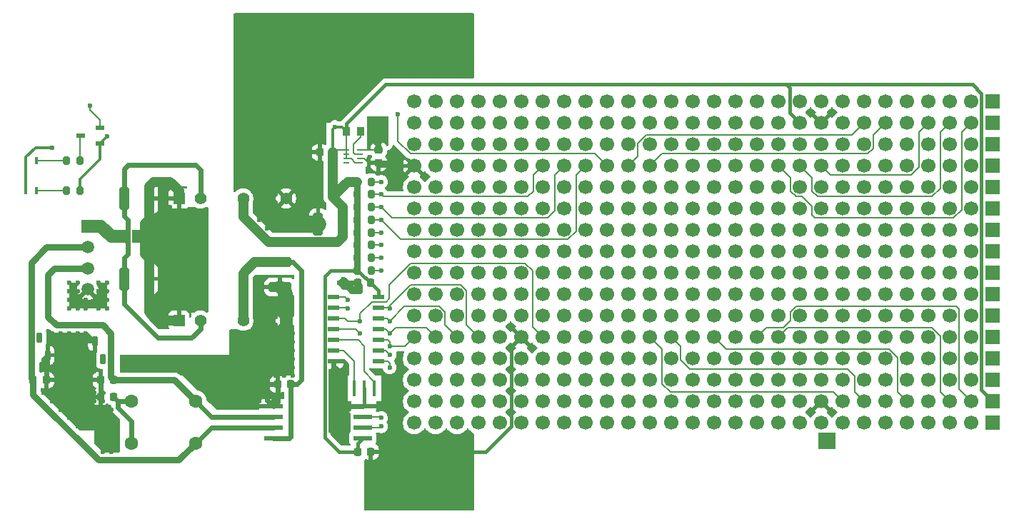
<source format=gbr>
%TF.GenerationSoftware,KiCad,Pcbnew,9.0.4*%
%TF.CreationDate,2025-09-08T19:15:53+09:00*%
%TF.ProjectId,CAN_Isolation,43414e5f-4973-46f6-9c61-74696f6e2e6b,Ver.1.0*%
%TF.SameCoordinates,Original*%
%TF.FileFunction,Copper,L1,Top*%
%TF.FilePolarity,Positive*%
%FSLAX46Y46*%
G04 Gerber Fmt 4.6, Leading zero omitted, Abs format (unit mm)*
G04 Created by KiCad (PCBNEW 9.0.4) date 2025-09-08 19:15:53*
%MOMM*%
%LPD*%
G01*
G04 APERTURE LIST*
G04 Aperture macros list*
%AMRoundRect*
0 Rectangle with rounded corners*
0 $1 Rounding radius*
0 $2 $3 $4 $5 $6 $7 $8 $9 X,Y pos of 4 corners*
0 Add a 4 corners polygon primitive as box body*
4,1,4,$2,$3,$4,$5,$6,$7,$8,$9,$2,$3,0*
0 Add four circle primitives for the rounded corners*
1,1,$1+$1,$2,$3*
1,1,$1+$1,$4,$5*
1,1,$1+$1,$6,$7*
1,1,$1+$1,$8,$9*
0 Add four rect primitives between the rounded corners*
20,1,$1+$1,$2,$3,$4,$5,0*
20,1,$1+$1,$4,$5,$6,$7,0*
20,1,$1+$1,$6,$7,$8,$9,0*
20,1,$1+$1,$8,$9,$2,$3,0*%
G04 Aperture macros list end*
%TA.AperFunction,SMDPad,CuDef*%
%ADD10RoundRect,0.225000X-0.225000X-0.250000X0.225000X-0.250000X0.225000X0.250000X-0.225000X0.250000X0*%
%TD*%
%TA.AperFunction,SMDPad,CuDef*%
%ADD11RoundRect,0.200000X-0.200000X-0.275000X0.200000X-0.275000X0.200000X0.275000X-0.200000X0.275000X0*%
%TD*%
%TA.AperFunction,SMDPad,CuDef*%
%ADD12R,2.253927X0.622132*%
%TD*%
%TA.AperFunction,ComponentPad*%
%ADD13R,1.700000X1.700000*%
%TD*%
%TA.AperFunction,ComponentPad*%
%ADD14C,1.700000*%
%TD*%
%TA.AperFunction,ComponentPad*%
%ADD15R,1.508000X1.508000*%
%TD*%
%TA.AperFunction,ComponentPad*%
%ADD16C,1.508000*%
%TD*%
%TA.AperFunction,SMDPad,CuDef*%
%ADD17R,0.690000X0.320000*%
%TD*%
%TA.AperFunction,SMDPad,CuDef*%
%ADD18R,1.000000X1.600000*%
%TD*%
%TA.AperFunction,SMDPad,CuDef*%
%ADD19RoundRect,0.250000X-0.325000X-1.100000X0.325000X-1.100000X0.325000X1.100000X-0.325000X1.100000X0*%
%TD*%
%TA.AperFunction,ComponentPad*%
%ADD20C,1.600000*%
%TD*%
%TA.AperFunction,SMDPad,CuDef*%
%ADD21R,1.016000X0.558800*%
%TD*%
%TA.AperFunction,SMDPad,CuDef*%
%ADD22R,0.863600X0.990600*%
%TD*%
%TA.AperFunction,SMDPad,CuDef*%
%ADD23RoundRect,0.075000X0.225000X-0.540000X0.225000X0.540000X-0.225000X0.540000X-0.225000X-0.540000X0*%
%TD*%
%TA.AperFunction,SMDPad,CuDef*%
%ADD24R,0.393700X0.812800*%
%TD*%
%TA.AperFunction,SMDPad,CuDef*%
%ADD25RoundRect,0.225000X-0.250000X0.225000X-0.250000X-0.225000X0.250000X-0.225000X0.250000X0.225000X0*%
%TD*%
%TA.AperFunction,ComponentPad*%
%ADD26R,1.397000X1.397000*%
%TD*%
%TA.AperFunction,ComponentPad*%
%ADD27C,1.397000*%
%TD*%
%TA.AperFunction,SMDPad,CuDef*%
%ADD28R,1.397000X0.558800*%
%TD*%
%TA.AperFunction,SMDPad,CuDef*%
%ADD29R,0.711200X0.228600*%
%TD*%
%TA.AperFunction,SMDPad,CuDef*%
%ADD30RoundRect,0.225000X0.225000X0.250000X-0.225000X0.250000X-0.225000X-0.250000X0.225000X-0.250000X0*%
%TD*%
%TA.AperFunction,SMDPad,CuDef*%
%ADD31RoundRect,0.250000X0.325000X1.100000X-0.325000X1.100000X-0.325000X-1.100000X0.325000X-1.100000X0*%
%TD*%
%TA.AperFunction,SMDPad,CuDef*%
%ADD32R,0.400000X1.900000*%
%TD*%
%TA.AperFunction,SMDPad,CuDef*%
%ADD33RoundRect,0.250000X-1.100000X0.325000X-1.100000X-0.325000X1.100000X-0.325000X1.100000X0.325000X0*%
%TD*%
%TA.AperFunction,SMDPad,CuDef*%
%ADD34RoundRect,0.075000X-0.225000X0.540000X-0.225000X-0.540000X0.225000X-0.540000X0.225000X0.540000X0*%
%TD*%
%TA.AperFunction,ViaPad*%
%ADD35C,0.600000*%
%TD*%
%TA.AperFunction,Conductor*%
%ADD36C,0.600000*%
%TD*%
%TA.AperFunction,Conductor*%
%ADD37C,1.500000*%
%TD*%
%TA.AperFunction,Conductor*%
%ADD38C,0.400000*%
%TD*%
%TA.AperFunction,Conductor*%
%ADD39C,1.200000*%
%TD*%
%TA.AperFunction,Conductor*%
%ADD40C,1.100000*%
%TD*%
%TA.AperFunction,Conductor*%
%ADD41C,0.300000*%
%TD*%
%TA.AperFunction,Conductor*%
%ADD42C,0.200000*%
%TD*%
%TA.AperFunction,Conductor*%
%ADD43C,2.000000*%
%TD*%
%TA.AperFunction,Conductor*%
%ADD44C,0.800000*%
%TD*%
G04 APERTURE END LIST*
D10*
%TO.P,C7,1*%
%TO.N,RF_GND*%
X129882095Y-100294905D03*
%TO.P,C7,2*%
%TO.N,RF_3.3V*%
X131432095Y-100294905D03*
%TD*%
D11*
%TO.P,R9,1*%
%TO.N,Net-(LED1-Pad1)*%
X95332095Y-89294905D03*
%TO.P,R9,2*%
%TO.N,RF_GND*%
X96982095Y-89294905D03*
%TD*%
D12*
%TO.P,U2,1,VCC1*%
%TO.N,RF_3.3V*%
X130457618Y-118699905D03*
%TO.P,U2,2,TXD*%
%TO.N,Net-(U1-TXCAN)*%
X130457618Y-117429905D03*
%TO.P,U2,3,RXD*%
%TO.N,Net-(U1-RXCAN)*%
X130457618Y-116159905D03*
%TO.P,U2,4,GND1*%
%TO.N,RF_GND*%
X130457618Y-114889905D03*
%TO.P,U2,5,GND2*%
%TO.N,GND_5VCAN*%
X119856572Y-114889905D03*
%TO.P,U2,6,CANL*%
%TO.N,CAN_L*%
X119856572Y-116159905D03*
%TO.P,U2,7,CANH*%
%TO.N,CAN_H*%
X119856572Y-117429905D03*
%TO.P,U2,8,VCC2*%
%TO.N,+5VCAN*%
X119856572Y-118699905D03*
%TD*%
D13*
%TO.P,J6,1,Pin_1*%
%TO.N,unconnected-(J6-Pin_1-Pad1)*%
X205157095Y-88934905D03*
D14*
%TO.P,J6,2,Pin_2*%
%TO.N,unconnected-(J6-Pin_2-Pad2)*%
X202617095Y-88934905D03*
%TO.P,J6,3,Pin_3*%
%TO.N,unconnected-(J6-Pin_3-Pad3)*%
X200077095Y-88934905D03*
%TO.P,J6,4,Pin_4*%
%TO.N,unconnected-(J6-Pin_4-Pad4)*%
X197537095Y-88934905D03*
%TO.P,J6,5,Pin_5*%
%TO.N,unconnected-(J6-Pin_5-Pad5)*%
X194997095Y-88934905D03*
%TO.P,J6,6,Pin_6*%
%TO.N,unconnected-(J6-Pin_6-Pad6)*%
X192457095Y-88934905D03*
%TO.P,J6,7,Pin_7*%
%TO.N,unconnected-(J6-Pin_7-Pad7)*%
X189917095Y-88934905D03*
%TO.P,J6,8,Pin_8*%
%TO.N,unconnected-(J6-Pin_8-Pad8)*%
X187377095Y-88934905D03*
%TO.P,J6,9,Pin_9*%
%TO.N,unconnected-(J6-Pin_9-Pad9)*%
X184837095Y-88934905D03*
%TO.P,J6,10,Pin_10*%
%TO.N,unconnected-(J6-Pin_10-Pad10)*%
X182297095Y-88934905D03*
%TO.P,J6,11,Pin_11*%
%TO.N,unconnected-(J6-Pin_11-Pad11)*%
X179757095Y-88934905D03*
%TO.P,J6,12,Pin_12*%
%TO.N,unconnected-(J6-Pin_12-Pad12)*%
X177217095Y-88934905D03*
%TO.P,J6,13,Pin_13*%
%TO.N,unconnected-(J6-Pin_13-Pad13)*%
X174677095Y-88934905D03*
%TO.P,J6,14,Pin_14*%
%TO.N,unconnected-(J6-Pin_14-Pad14)*%
X172137095Y-88934905D03*
%TO.P,J6,15,Pin_15*%
%TO.N,unconnected-(J6-Pin_15-Pad15)*%
X169597095Y-88934905D03*
%TO.P,J6,16,Pin_16*%
%TO.N,unconnected-(J6-Pin_16-Pad16)*%
X167057095Y-88934905D03*
%TO.P,J6,17,Pin_17*%
%TO.N,unconnected-(J6-Pin_17-Pad17)*%
X164517095Y-88934905D03*
%TO.P,J6,18,Pin_18*%
%TO.N,unconnected-(J6-Pin_18-Pad18)*%
X161977095Y-88934905D03*
%TO.P,J6,19,Pin_19*%
%TO.N,unconnected-(J6-Pin_19-Pad19)*%
X159437095Y-88934905D03*
%TO.P,J6,20,Pin_20*%
%TO.N,unconnected-(J6-Pin_20-Pad20)*%
X156897095Y-88934905D03*
%TO.P,J6,21,Pin_21*%
%TO.N,unconnected-(J6-Pin_21-Pad21)*%
X154357095Y-88934905D03*
%TO.P,J6,22,Pin_22*%
%TO.N,unconnected-(J6-Pin_22-Pad22)*%
X151817095Y-88934905D03*
%TO.P,J6,23,Pin_23*%
%TO.N,unconnected-(J6-Pin_23-Pad23)*%
X149277095Y-88934905D03*
%TO.P,J6,24,Pin_24*%
%TO.N,unconnected-(J6-Pin_24-Pad24)*%
X146737095Y-88934905D03*
%TO.P,J6,25,Pin_25*%
%TO.N,unconnected-(J6-Pin_25-Pad25)*%
X144197095Y-88934905D03*
%TO.P,J6,26,Pin_26*%
%TO.N,unconnected-(J6-Pin_26-Pad26)*%
X141657095Y-88934905D03*
%TO.P,J6,27,Pin_27*%
%TO.N,unconnected-(J6-Pin_27-Pad27)*%
X139117095Y-88934905D03*
%TO.P,J6,28,Pin_28*%
%TO.N,unconnected-(J6-Pin_28-Pad28)*%
X136577095Y-88934905D03*
%TD*%
D13*
%TO.P,J3,1,Pin_1*%
%TO.N,unconnected-(J3-Pin_1-Pad1)*%
X205157095Y-81314905D03*
D14*
%TO.P,J3,2,Pin_2*%
%TO.N,RF_ANTFLAG*%
X202617095Y-81314905D03*
%TO.P,J3,3,Pin_3*%
%TO.N,RF_SHDN*%
X200077095Y-81314905D03*
%TO.P,J3,4,Pin_4*%
%TO.N,RF_LD*%
X197537095Y-81314905D03*
%TO.P,J3,5,Pin_5*%
%TO.N,RF_SDATA*%
X194997095Y-81314905D03*
%TO.P,J3,6,Pin_6*%
%TO.N,RF_SCLK*%
X192457095Y-81314905D03*
%TO.P,J3,7,Pin_7*%
%TO.N,RF_CS*%
X189917095Y-81314905D03*
%TO.P,J3,8,Pin_8*%
%TO.N,RF_GNDA*%
X187377095Y-81314905D03*
%TO.P,J3,9,Pin_9*%
%TO.N,RF_GND*%
X184837095Y-81314905D03*
%TO.P,J3,10,Pin_10*%
%TO.N,RF_3.3V*%
X182297095Y-81314905D03*
%TO.P,J3,11,Pin_11*%
%TO.N,unconnected-(J3-Pin_11-Pad11)*%
X179757095Y-81314905D03*
%TO.P,J3,12,Pin_12*%
%TO.N,unconnected-(J3-Pin_12-Pad12)*%
X177217095Y-81314905D03*
%TO.P,J3,13,Pin_13*%
%TO.N,unconnected-(J3-Pin_13-Pad13)*%
X174677095Y-81314905D03*
%TO.P,J3,14,Pin_14*%
%TO.N,unconnected-(J3-Pin_14-Pad14)*%
X172137095Y-81314905D03*
%TO.P,J3,15,Pin_15*%
%TO.N,unconnected-(J3-Pin_15-Pad15)*%
X169597095Y-81314905D03*
%TO.P,J3,16,Pin_16*%
%TO.N,unconnected-(J3-Pin_16-Pad16)*%
X167057095Y-81314905D03*
%TO.P,J3,17,Pin_17*%
%TO.N,unconnected-(J3-Pin_17-Pad17)*%
X164517095Y-81314905D03*
%TO.P,J3,18,Pin_18*%
%TO.N,unconnected-(J3-Pin_18-Pad18)*%
X161977095Y-81314905D03*
%TO.P,J3,19,Pin_19*%
%TO.N,unconnected-(J3-Pin_19-Pad19)*%
X159437095Y-81314905D03*
%TO.P,J3,20,Pin_20*%
%TO.N,unconnected-(J3-Pin_20-Pad20)*%
X156897095Y-81314905D03*
%TO.P,J3,21,Pin_21*%
%TO.N,unconnected-(J3-Pin_21-Pad21)*%
X154357095Y-81314905D03*
%TO.P,J3,22,Pin_22*%
%TO.N,unconnected-(J3-Pin_22-Pad22)*%
X151817095Y-81314905D03*
%TO.P,J3,23,Pin_23*%
%TO.N,unconnected-(J3-Pin_23-Pad23)*%
X149277095Y-81314905D03*
%TO.P,J3,24,Pin_24*%
%TO.N,unconnected-(J3-Pin_24-Pad24)*%
X146737095Y-81314905D03*
%TO.P,J3,25,Pin_25*%
%TO.N,unconnected-(J3-Pin_25-Pad25)*%
X144197095Y-81314905D03*
%TO.P,J3,26,Pin_26*%
%TO.N,unconnected-(J3-Pin_26-Pad26)*%
X141657095Y-81314905D03*
%TO.P,J3,27,Pin_27*%
%TO.N,unconnected-(J3-Pin_27-Pad27)*%
X139117095Y-81314905D03*
%TO.P,J3,28,Pin_28*%
%TO.N,unconnected-(J3-Pin_28-Pad28)*%
X136577095Y-81314905D03*
%TD*%
D15*
%TO.P,J1,1,1*%
%TO.N,BAT_12V*%
X97857095Y-93544905D03*
D16*
%TO.P,J1,2,2*%
%TO.N,CAN_H*%
X97857095Y-96044905D03*
%TO.P,J1,3,3*%
%TO.N,CAN_L*%
X97857095Y-98544905D03*
%TO.P,J1,4,4*%
%TO.N,BAT_GND*%
X97857095Y-101044905D03*
%TD*%
D10*
%TO.P,C10,1*%
%TO.N,CAN_H*%
X91382095Y-111794905D03*
%TO.P,C10,2*%
%TO.N,GND_5VCAN*%
X92932095Y-111794905D03*
%TD*%
D13*
%TO.P,J8,1,Pin_1*%
%TO.N,unconnected-(J8-Pin_1-Pad1)*%
X205157095Y-94014905D03*
D14*
%TO.P,J8,2,Pin_2*%
%TO.N,unconnected-(J8-Pin_2-Pad2)*%
X202617095Y-94014905D03*
%TO.P,J8,3,Pin_3*%
%TO.N,unconnected-(J8-Pin_3-Pad3)*%
X200077095Y-94014905D03*
%TO.P,J8,4,Pin_4*%
%TO.N,unconnected-(J8-Pin_4-Pad4)*%
X197537095Y-94014905D03*
%TO.P,J8,5,Pin_5*%
%TO.N,unconnected-(J8-Pin_5-Pad5)*%
X194997095Y-94014905D03*
%TO.P,J8,6,Pin_6*%
%TO.N,unconnected-(J8-Pin_6-Pad6)*%
X192457095Y-94014905D03*
%TO.P,J8,7,Pin_7*%
%TO.N,unconnected-(J8-Pin_7-Pad7)*%
X189917095Y-94014905D03*
%TO.P,J8,8,Pin_8*%
%TO.N,unconnected-(J8-Pin_8-Pad8)*%
X187377095Y-94014905D03*
%TO.P,J8,9,Pin_9*%
%TO.N,unconnected-(J8-Pin_9-Pad9)*%
X184837095Y-94014905D03*
%TO.P,J8,10,Pin_10*%
%TO.N,unconnected-(J8-Pin_10-Pad10)*%
X182297095Y-94014905D03*
%TO.P,J8,11,Pin_11*%
%TO.N,unconnected-(J8-Pin_11-Pad11)*%
X179757095Y-94014905D03*
%TO.P,J8,12,Pin_12*%
%TO.N,unconnected-(J8-Pin_12-Pad12)*%
X177217095Y-94014905D03*
%TO.P,J8,13,Pin_13*%
%TO.N,unconnected-(J8-Pin_13-Pad13)*%
X174677095Y-94014905D03*
%TO.P,J8,14,Pin_14*%
%TO.N,unconnected-(J8-Pin_14-Pad14)*%
X172137095Y-94014905D03*
%TO.P,J8,15,Pin_15*%
%TO.N,unconnected-(J8-Pin_15-Pad15)*%
X169597095Y-94014905D03*
%TO.P,J8,16,Pin_16*%
%TO.N,unconnected-(J8-Pin_16-Pad16)*%
X167057095Y-94014905D03*
%TO.P,J8,17,Pin_17*%
%TO.N,unconnected-(J8-Pin_17-Pad17)*%
X164517095Y-94014905D03*
%TO.P,J8,18,Pin_18*%
%TO.N,unconnected-(J8-Pin_18-Pad18)*%
X161977095Y-94014905D03*
%TO.P,J8,19,Pin_19*%
%TO.N,unconnected-(J8-Pin_19-Pad19)*%
X159437095Y-94014905D03*
%TO.P,J8,20,Pin_20*%
%TO.N,unconnected-(J8-Pin_20-Pad20)*%
X156897095Y-94014905D03*
%TO.P,J8,21,Pin_21*%
%TO.N,unconnected-(J8-Pin_21-Pad21)*%
X154357095Y-94014905D03*
%TO.P,J8,22,Pin_22*%
%TO.N,unconnected-(J8-Pin_22-Pad22)*%
X151817095Y-94014905D03*
%TO.P,J8,23,Pin_23*%
%TO.N,unconnected-(J8-Pin_23-Pad23)*%
X149277095Y-94014905D03*
%TO.P,J8,24,Pin_24*%
%TO.N,unconnected-(J8-Pin_24-Pad24)*%
X146737095Y-94014905D03*
%TO.P,J8,25,Pin_25*%
%TO.N,unconnected-(J8-Pin_25-Pad25)*%
X144197095Y-94014905D03*
%TO.P,J8,26,Pin_26*%
%TO.N,unconnected-(J8-Pin_26-Pad26)*%
X141657095Y-94014905D03*
%TO.P,J8,27,Pin_27*%
%TO.N,unconnected-(J8-Pin_27-Pad27)*%
X139117095Y-94014905D03*
%TO.P,J8,28,Pin_28*%
%TO.N,unconnected-(J8-Pin_28-Pad28)*%
X136577095Y-94014905D03*
%TD*%
D13*
%TO.P,J11,1,Pin_1*%
%TO.N,unconnected-(J11-Pin_1-Pad1)*%
X205157095Y-101634905D03*
D14*
%TO.P,J11,2,Pin_2*%
%TO.N,unconnected-(J11-Pin_2-Pad2)*%
X202617095Y-101634905D03*
%TO.P,J11,3,Pin_3*%
%TO.N,unconnected-(J11-Pin_3-Pad3)*%
X200077095Y-101634905D03*
%TO.P,J11,4,Pin_4*%
%TO.N,unconnected-(J11-Pin_4-Pad4)*%
X197537095Y-101634905D03*
%TO.P,J11,5,Pin_5*%
%TO.N,unconnected-(J11-Pin_5-Pad5)*%
X194997095Y-101634905D03*
%TO.P,J11,6,Pin_6*%
%TO.N,unconnected-(J11-Pin_6-Pad6)*%
X192457095Y-101634905D03*
%TO.P,J11,7,Pin_7*%
%TO.N,unconnected-(J11-Pin_7-Pad7)*%
X189917095Y-101634905D03*
%TO.P,J11,8,Pin_8*%
%TO.N,unconnected-(J11-Pin_8-Pad8)*%
X187377095Y-101634905D03*
%TO.P,J11,9,Pin_9*%
%TO.N,unconnected-(J11-Pin_9-Pad9)*%
X184837095Y-101634905D03*
%TO.P,J11,10,Pin_10*%
%TO.N,unconnected-(J11-Pin_10-Pad10)*%
X182297095Y-101634905D03*
%TO.P,J11,11,Pin_11*%
%TO.N,unconnected-(J11-Pin_11-Pad11)*%
X179757095Y-101634905D03*
%TO.P,J11,12,Pin_12*%
%TO.N,unconnected-(J11-Pin_12-Pad12)*%
X177217095Y-101634905D03*
%TO.P,J11,13,Pin_13*%
%TO.N,unconnected-(J11-Pin_13-Pad13)*%
X174677095Y-101634905D03*
%TO.P,J11,14,Pin_14*%
%TO.N,unconnected-(J11-Pin_14-Pad14)*%
X172137095Y-101634905D03*
%TO.P,J11,15,Pin_15*%
%TO.N,unconnected-(J11-Pin_15-Pad15)*%
X169597095Y-101634905D03*
%TO.P,J11,16,Pin_16*%
%TO.N,unconnected-(J11-Pin_16-Pad16)*%
X167057095Y-101634905D03*
%TO.P,J11,17,Pin_17*%
%TO.N,unconnected-(J11-Pin_17-Pad17)*%
X164517095Y-101634905D03*
%TO.P,J11,18,Pin_18*%
%TO.N,unconnected-(J11-Pin_18-Pad18)*%
X161977095Y-101634905D03*
%TO.P,J11,19,Pin_19*%
%TO.N,unconnected-(J11-Pin_19-Pad19)*%
X159437095Y-101634905D03*
%TO.P,J11,20,Pin_20*%
%TO.N,unconnected-(J11-Pin_20-Pad20)*%
X156897095Y-101634905D03*
%TO.P,J11,21,Pin_21*%
%TO.N,unconnected-(J11-Pin_21-Pad21)*%
X154357095Y-101634905D03*
%TO.P,J11,22,Pin_22*%
%TO.N,unconnected-(J11-Pin_22-Pad22)*%
X151817095Y-101634905D03*
%TO.P,J11,23,Pin_23*%
%TO.N,unconnected-(J11-Pin_23-Pad23)*%
X149277095Y-101634905D03*
%TO.P,J11,24,Pin_24*%
%TO.N,unconnected-(J11-Pin_24-Pad24)*%
X146737095Y-101634905D03*
%TO.P,J11,25,Pin_25*%
%TO.N,unconnected-(J11-Pin_25-Pad25)*%
X144197095Y-101634905D03*
%TO.P,J11,26,Pin_26*%
%TO.N,unconnected-(J11-Pin_26-Pad26)*%
X141657095Y-101634905D03*
%TO.P,J11,27,Pin_27*%
%TO.N,unconnected-(J11-Pin_27-Pad27)*%
X139117095Y-101634905D03*
%TO.P,J11,28,Pin_28*%
%TO.N,unconnected-(J11-Pin_28-Pad28)*%
X136577095Y-101634905D03*
%TD*%
D13*
%TO.P,J17,1,Pin_1*%
%TO.N,unconnected-(J17-Pin_1-Pad1)*%
X205157095Y-116874905D03*
D14*
%TO.P,J17,2,Pin_2*%
%TO.N,unconnected-(J17-Pin_2-Pad2)*%
X202617095Y-116874905D03*
%TO.P,J17,3,Pin_3*%
%TO.N,unconnected-(J17-Pin_3-Pad3)*%
X200077095Y-116874905D03*
%TO.P,J17,4,Pin_4*%
%TO.N,unconnected-(J17-Pin_4-Pad4)*%
X197537095Y-116874905D03*
%TO.P,J17,5,Pin_5*%
%TO.N,unconnected-(J17-Pin_5-Pad5)*%
X194997095Y-116874905D03*
%TO.P,J17,6,Pin_6*%
%TO.N,unconnected-(J17-Pin_6-Pad6)*%
X192457095Y-116874905D03*
%TO.P,J17,7,Pin_7*%
%TO.N,unconnected-(J17-Pin_7-Pad7)*%
X189917095Y-116874905D03*
%TO.P,J17,8,Pin_8*%
%TO.N,unconnected-(J17-Pin_8-Pad8)*%
X187377095Y-116874905D03*
%TO.P,J17,9,Pin_9*%
%TO.N,unconnected-(J17-Pin_9-Pad9)*%
X184837095Y-116874905D03*
%TO.P,J17,10,Pin_10*%
%TO.N,unconnected-(J17-Pin_10-Pad10)*%
X182297095Y-116874905D03*
%TO.P,J17,11,Pin_11*%
%TO.N,unconnected-(J17-Pin_11-Pad11)*%
X179757095Y-116874905D03*
%TO.P,J17,12,Pin_12*%
%TO.N,unconnected-(J17-Pin_12-Pad12)*%
X177217095Y-116874905D03*
%TO.P,J17,13,Pin_13*%
%TO.N,unconnected-(J17-Pin_13-Pad13)*%
X174677095Y-116874905D03*
%TO.P,J17,14,Pin_14*%
%TO.N,unconnected-(J17-Pin_14-Pad14)*%
X172137095Y-116874905D03*
%TO.P,J17,15,Pin_15*%
%TO.N,unconnected-(J17-Pin_15-Pad15)*%
X169597095Y-116874905D03*
%TO.P,J17,16,Pin_16*%
%TO.N,unconnected-(J17-Pin_16-Pad16)*%
X167057095Y-116874905D03*
%TO.P,J17,17,Pin_17*%
%TO.N,unconnected-(J17-Pin_17-Pad17)*%
X164517095Y-116874905D03*
%TO.P,J17,18,Pin_18*%
%TO.N,unconnected-(J17-Pin_18-Pad18)*%
X161977095Y-116874905D03*
%TO.P,J17,19,Pin_19*%
%TO.N,unconnected-(J17-Pin_19-Pad19)*%
X159437095Y-116874905D03*
%TO.P,J17,20,Pin_20*%
%TO.N,unconnected-(J17-Pin_20-Pad20)*%
X156897095Y-116874905D03*
%TO.P,J17,21,Pin_21*%
%TO.N,unconnected-(J17-Pin_21-Pad21)*%
X154357095Y-116874905D03*
%TO.P,J17,22,Pin_22*%
%TO.N,unconnected-(J17-Pin_22-Pad22)*%
X151817095Y-116874905D03*
%TO.P,J17,23,Pin_23*%
%TO.N,unconnected-(J17-Pin_23-Pad23)*%
X149277095Y-116874905D03*
%TO.P,J17,24,Pin_24*%
%TO.N,unconnected-(J17-Pin_24-Pad24)*%
X146737095Y-116874905D03*
%TO.P,J17,25,Pin_25*%
%TO.N,unconnected-(J17-Pin_25-Pad25)*%
X144197095Y-116874905D03*
%TO.P,J17,26,Pin_26*%
%TO.N,unconnected-(J17-Pin_26-Pad26)*%
X141657095Y-116874905D03*
%TO.P,J17,27,Pin_27*%
%TO.N,unconnected-(J17-Pin_27-Pad27)*%
X139117095Y-116874905D03*
%TO.P,J17,28,Pin_28*%
%TO.N,unconnected-(J17-Pin_28-Pad28)*%
X136577095Y-116874905D03*
%TD*%
D17*
%TO.P,U5,1,GND*%
%TO.N,BAT_GND*%
X104677095Y-95444905D03*
%TO.P,U5,2,GND*%
X104677095Y-94794905D03*
%TO.P,U5,3,GND*%
X104677095Y-94144905D03*
%TO.P,U5,4,IN*%
%TO.N,BAT_12V*%
X102637095Y-94144905D03*
%TO.P,U5,5,IN*%
X102637095Y-94794905D03*
%TO.P,U5,6,IN*%
X102637095Y-95444905D03*
D18*
%TO.P,U5,7,GND*%
%TO.N,BAT_GND*%
X103657095Y-94794905D03*
%TD*%
D13*
%TO.P,J15,1,Pin_1*%
%TO.N,unconnected-(J15-Pin_1-Pad1)*%
X205157095Y-111794905D03*
D14*
%TO.P,J15,2,Pin_2*%
%TO.N,unconnected-(J15-Pin_2-Pad2)*%
X202617095Y-111794905D03*
%TO.P,J15,3,Pin_3*%
%TO.N,unconnected-(J15-Pin_3-Pad3)*%
X200077095Y-111794905D03*
%TO.P,J15,4,Pin_4*%
%TO.N,unconnected-(J15-Pin_4-Pad4)*%
X197537095Y-111794905D03*
%TO.P,J15,5,Pin_5*%
%TO.N,unconnected-(J15-Pin_5-Pad5)*%
X194997095Y-111794905D03*
%TO.P,J15,6,Pin_6*%
%TO.N,unconnected-(J15-Pin_6-Pad6)*%
X192457095Y-111794905D03*
%TO.P,J15,7,Pin_7*%
%TO.N,unconnected-(J15-Pin_7-Pad7)*%
X189917095Y-111794905D03*
%TO.P,J15,8,Pin_8*%
%TO.N,unconnected-(J15-Pin_8-Pad8)*%
X187377095Y-111794905D03*
%TO.P,J15,9,Pin_9*%
%TO.N,unconnected-(J15-Pin_9-Pad9)*%
X184837095Y-111794905D03*
%TO.P,J15,10,Pin_10*%
%TO.N,unconnected-(J15-Pin_10-Pad10)*%
X182297095Y-111794905D03*
%TO.P,J15,11,Pin_11*%
%TO.N,unconnected-(J15-Pin_11-Pad11)*%
X179757095Y-111794905D03*
%TO.P,J15,12,Pin_12*%
%TO.N,unconnected-(J15-Pin_12-Pad12)*%
X177217095Y-111794905D03*
%TO.P,J15,13,Pin_13*%
%TO.N,unconnected-(J15-Pin_13-Pad13)*%
X174677095Y-111794905D03*
%TO.P,J15,14,Pin_14*%
%TO.N,unconnected-(J15-Pin_14-Pad14)*%
X172137095Y-111794905D03*
%TO.P,J15,15,Pin_15*%
%TO.N,unconnected-(J15-Pin_15-Pad15)*%
X169597095Y-111794905D03*
%TO.P,J15,16,Pin_16*%
%TO.N,unconnected-(J15-Pin_16-Pad16)*%
X167057095Y-111794905D03*
%TO.P,J15,17,Pin_17*%
%TO.N,unconnected-(J15-Pin_17-Pad17)*%
X164517095Y-111794905D03*
%TO.P,J15,18,Pin_18*%
%TO.N,unconnected-(J15-Pin_18-Pad18)*%
X161977095Y-111794905D03*
%TO.P,J15,19,Pin_19*%
%TO.N,unconnected-(J15-Pin_19-Pad19)*%
X159437095Y-111794905D03*
%TO.P,J15,20,Pin_20*%
%TO.N,unconnected-(J15-Pin_20-Pad20)*%
X156897095Y-111794905D03*
%TO.P,J15,21,Pin_21*%
%TO.N,unconnected-(J15-Pin_21-Pad21)*%
X154357095Y-111794905D03*
%TO.P,J15,22,Pin_22*%
%TO.N,unconnected-(J15-Pin_22-Pad22)*%
X151817095Y-111794905D03*
%TO.P,J15,23,Pin_23*%
%TO.N,unconnected-(J15-Pin_23-Pad23)*%
X149277095Y-111794905D03*
%TO.P,J15,24,Pin_24*%
%TO.N,unconnected-(J15-Pin_24-Pad24)*%
X146737095Y-111794905D03*
%TO.P,J15,25,Pin_25*%
%TO.N,unconnected-(J15-Pin_25-Pad25)*%
X144197095Y-111794905D03*
%TO.P,J15,26,Pin_26*%
%TO.N,unconnected-(J15-Pin_26-Pad26)*%
X141657095Y-111794905D03*
%TO.P,J15,27,Pin_27*%
%TO.N,unconnected-(J15-Pin_27-Pad27)*%
X139117095Y-111794905D03*
%TO.P,J15,28,Pin_28*%
%TO.N,unconnected-(J15-Pin_28-Pad28)*%
X136577095Y-111794905D03*
%TD*%
D13*
%TO.P,J13,1,Pin_1*%
%TO.N,unconnected-(J13-Pin_1-Pad1)*%
X205157095Y-106714905D03*
D14*
%TO.P,J13,2,Pin_2*%
%TO.N,unconnected-(J13-Pin_2-Pad2)*%
X202617095Y-106714905D03*
%TO.P,J13,3,Pin_3*%
%TO.N,unconnected-(J13-Pin_3-Pad3)*%
X200077095Y-106714905D03*
%TO.P,J13,4,Pin_4*%
%TO.N,unconnected-(J13-Pin_4-Pad4)*%
X197537095Y-106714905D03*
%TO.P,J13,5,Pin_5*%
%TO.N,unconnected-(J13-Pin_5-Pad5)*%
X194997095Y-106714905D03*
%TO.P,J13,6,Pin_6*%
%TO.N,unconnected-(J13-Pin_6-Pad6)*%
X192457095Y-106714905D03*
%TO.P,J13,7,Pin_7*%
%TO.N,unconnected-(J13-Pin_7-Pad7)*%
X189917095Y-106714905D03*
%TO.P,J13,8,Pin_8*%
%TO.N,unconnected-(J13-Pin_8-Pad8)*%
X187377095Y-106714905D03*
%TO.P,J13,9,Pin_9*%
%TO.N,+5VD*%
X184837095Y-106714905D03*
%TO.P,J13,10,Pin_10*%
%TO.N,RF_GND*%
X182297095Y-106714905D03*
%TO.P,J13,11,Pin_11*%
%TO.N,RF_IDEL*%
X179757095Y-106714905D03*
%TO.P,J13,12,Pin_12*%
%TO.N,RF_LED*%
X177217095Y-106714905D03*
%TO.P,J13,13,Pin_13*%
%TO.N,RF_I1*%
X174677095Y-106714905D03*
%TO.P,J13,14,Pin_14*%
%TO.N,RF_I0*%
X172137095Y-106714905D03*
%TO.P,J13,15,Pin_15*%
%TO.N,RF_Q0*%
X169597095Y-106714905D03*
%TO.P,J13,16,Pin_16*%
%TO.N,RF_Q1*%
X167057095Y-106714905D03*
%TO.P,J13,17,Pin_17*%
%TO.N,RF_CLKOUT*%
X164517095Y-106714905D03*
%TO.P,J13,18,Pin_18*%
%TO.N,unconnected-(J13-Pin_18-Pad18)*%
X161977095Y-106714905D03*
%TO.P,J13,19,Pin_19*%
%TO.N,unconnected-(J13-Pin_19-Pad19)*%
X159437095Y-106714905D03*
%TO.P,J13,20,Pin_20*%
%TO.N,unconnected-(J13-Pin_20-Pad20)*%
X156897095Y-106714905D03*
%TO.P,J13,21,Pin_21*%
%TO.N,unconnected-(J13-Pin_21-Pad21)*%
X154357095Y-106714905D03*
%TO.P,J13,22,Pin_22*%
%TO.N,CAN_CLK*%
X151817095Y-106714905D03*
%TO.P,J13,23,Pin_23*%
%TO.N,RF_GND*%
X149277095Y-106714905D03*
%TO.P,J13,24,Pin_24*%
%TO.N,unconnected-(J13-Pin_24-Pad24)*%
X146737095Y-106714905D03*
%TO.P,J13,25,Pin_25*%
%TO.N,CAN_CS*%
X144197095Y-106714905D03*
%TO.P,J13,26,Pin_26*%
%TO.N,CAN_SDO*%
X141657095Y-106714905D03*
%TO.P,J13,27,Pin_27*%
%TO.N,CAN_SDI*%
X139117095Y-106714905D03*
%TO.P,J13,28,Pin_28*%
%TO.N,CAN_SCK*%
X136577095Y-106714905D03*
%TD*%
D19*
%TO.P,C2,1*%
%TO.N,BAT_12V*%
X102182095Y-99794905D03*
%TO.P,C2,2*%
%TO.N,BAT_GND*%
X105132095Y-99794905D03*
%TD*%
D20*
%TO.P,R12,1*%
%TO.N,Net-(C12-Pad1)*%
X103037095Y-114294905D03*
%TO.P,R12,2*%
%TO.N,CAN_L*%
X110657095Y-114294905D03*
%TD*%
D10*
%TO.P,C5,1*%
%TO.N,RF_3.3V*%
X129882095Y-120294905D03*
%TO.P,C5,2*%
%TO.N,RF_GND*%
X131432095Y-120294905D03*
%TD*%
D21*
%TO.P,U6,1*%
%TO.N,RF_GND*%
X99300095Y-83744906D03*
%TO.P,U6,2*%
%TO.N,CAN_LED*%
X99300095Y-81844904D03*
%TO.P,U6,3*%
%TO.N,Net-(R10-Pad2)*%
X97014095Y-82794905D03*
%TD*%
D13*
%TO.P,J16,1,Pin_1*%
%TO.N,RF_3.3V*%
X205157095Y-114334905D03*
D14*
%TO.P,J16,2,Pin_2*%
%TO.N,RF_LED*%
X202617095Y-114334905D03*
%TO.P,J16,3,Pin_3*%
%TO.N,RF_IDEL*%
X200077095Y-114334905D03*
%TO.P,J16,4,Pin_4*%
%TO.N,RF_I1*%
X197537095Y-114334905D03*
%TO.P,J16,5,Pin_5*%
%TO.N,RF_I0*%
X194997095Y-114334905D03*
%TO.P,J16,6,Pin_6*%
%TO.N,RF_Q0*%
X192457095Y-114334905D03*
%TO.P,J16,7,Pin_7*%
%TO.N,RF_Q1*%
X189917095Y-114334905D03*
%TO.P,J16,8,Pin_8*%
%TO.N,RF_CLKOUT*%
X187377095Y-114334905D03*
%TO.P,J16,9,Pin_9*%
%TO.N,RF_GND*%
X184837095Y-114334905D03*
%TO.P,J16,10,Pin_10*%
%TO.N,RF_GNDA*%
X182297095Y-114334905D03*
%TO.P,J16,11,Pin_11*%
%TO.N,unconnected-(J16-Pin_11-Pad11)*%
X179757095Y-114334905D03*
%TO.P,J16,12,Pin_12*%
%TO.N,unconnected-(J16-Pin_12-Pad12)*%
X177217095Y-114334905D03*
%TO.P,J16,13,Pin_13*%
%TO.N,unconnected-(J16-Pin_13-Pad13)*%
X174677095Y-114334905D03*
%TO.P,J16,14,Pin_14*%
%TO.N,unconnected-(J16-Pin_14-Pad14)*%
X172137095Y-114334905D03*
%TO.P,J16,15,Pin_15*%
%TO.N,unconnected-(J16-Pin_15-Pad15)*%
X169597095Y-114334905D03*
%TO.P,J16,16,Pin_16*%
%TO.N,unconnected-(J16-Pin_16-Pad16)*%
X167057095Y-114334905D03*
%TO.P,J16,17,Pin_17*%
%TO.N,unconnected-(J16-Pin_17-Pad17)*%
X164517095Y-114334905D03*
%TO.P,J16,18,Pin_18*%
%TO.N,unconnected-(J16-Pin_18-Pad18)*%
X161977095Y-114334905D03*
%TO.P,J16,19,Pin_19*%
%TO.N,unconnected-(J16-Pin_19-Pad19)*%
X159437095Y-114334905D03*
%TO.P,J16,20,Pin_20*%
%TO.N,unconnected-(J16-Pin_20-Pad20)*%
X156897095Y-114334905D03*
%TO.P,J16,21,Pin_21*%
%TO.N,unconnected-(J16-Pin_21-Pad21)*%
X154357095Y-114334905D03*
%TO.P,J16,22,Pin_22*%
%TO.N,unconnected-(J16-Pin_22-Pad22)*%
X151817095Y-114334905D03*
%TO.P,J16,23,Pin_23*%
%TO.N,unconnected-(J16-Pin_23-Pad23)*%
X149277095Y-114334905D03*
%TO.P,J16,24,Pin_24*%
%TO.N,unconnected-(J16-Pin_24-Pad24)*%
X146737095Y-114334905D03*
%TO.P,J16,25,Pin_25*%
%TO.N,unconnected-(J16-Pin_25-Pad25)*%
X144197095Y-114334905D03*
%TO.P,J16,26,Pin_26*%
%TO.N,unconnected-(J16-Pin_26-Pad26)*%
X141657095Y-114334905D03*
%TO.P,J16,27,Pin_27*%
%TO.N,unconnected-(J16-Pin_27-Pad27)*%
X139117095Y-114334905D03*
%TO.P,J16,28,Pin_28*%
%TO.N,unconnected-(J16-Pin_28-Pad28)*%
X136577095Y-114334905D03*
%TD*%
D13*
%TO.P,J7,1,Pin_1*%
%TO.N,unconnected-(J7-Pin_1-Pad1)*%
X205157095Y-91474905D03*
D14*
%TO.P,J7,2,Pin_2*%
%TO.N,unconnected-(J7-Pin_2-Pad2)*%
X202617095Y-91474905D03*
%TO.P,J7,3,Pin_3*%
%TO.N,unconnected-(J7-Pin_3-Pad3)*%
X200077095Y-91474905D03*
%TO.P,J7,4,Pin_4*%
%TO.N,unconnected-(J7-Pin_4-Pad4)*%
X197537095Y-91474905D03*
%TO.P,J7,5,Pin_5*%
%TO.N,unconnected-(J7-Pin_5-Pad5)*%
X194997095Y-91474905D03*
%TO.P,J7,6,Pin_6*%
%TO.N,unconnected-(J7-Pin_6-Pad6)*%
X192457095Y-91474905D03*
%TO.P,J7,7,Pin_7*%
%TO.N,unconnected-(J7-Pin_7-Pad7)*%
X189917095Y-91474905D03*
%TO.P,J7,8,Pin_8*%
%TO.N,unconnected-(J7-Pin_8-Pad8)*%
X187377095Y-91474905D03*
%TO.P,J7,9,Pin_9*%
%TO.N,unconnected-(J7-Pin_9-Pad9)*%
X184837095Y-91474905D03*
%TO.P,J7,10,Pin_10*%
%TO.N,unconnected-(J7-Pin_10-Pad10)*%
X182297095Y-91474905D03*
%TO.P,J7,11,Pin_11*%
%TO.N,unconnected-(J7-Pin_11-Pad11)*%
X179757095Y-91474905D03*
%TO.P,J7,12,Pin_12*%
%TO.N,unconnected-(J7-Pin_12-Pad12)*%
X177217095Y-91474905D03*
%TO.P,J7,13,Pin_13*%
%TO.N,unconnected-(J7-Pin_13-Pad13)*%
X174677095Y-91474905D03*
%TO.P,J7,14,Pin_14*%
%TO.N,unconnected-(J7-Pin_14-Pad14)*%
X172137095Y-91474905D03*
%TO.P,J7,15,Pin_15*%
%TO.N,unconnected-(J7-Pin_15-Pad15)*%
X169597095Y-91474905D03*
%TO.P,J7,16,Pin_16*%
%TO.N,unconnected-(J7-Pin_16-Pad16)*%
X167057095Y-91474905D03*
%TO.P,J7,17,Pin_17*%
%TO.N,unconnected-(J7-Pin_17-Pad17)*%
X164517095Y-91474905D03*
%TO.P,J7,18,Pin_18*%
%TO.N,unconnected-(J7-Pin_18-Pad18)*%
X161977095Y-91474905D03*
%TO.P,J7,19,Pin_19*%
%TO.N,unconnected-(J7-Pin_19-Pad19)*%
X159437095Y-91474905D03*
%TO.P,J7,20,Pin_20*%
%TO.N,unconnected-(J7-Pin_20-Pad20)*%
X156897095Y-91474905D03*
%TO.P,J7,21,Pin_21*%
%TO.N,unconnected-(J7-Pin_21-Pad21)*%
X154357095Y-91474905D03*
%TO.P,J7,22,Pin_22*%
%TO.N,unconnected-(J7-Pin_22-Pad22)*%
X151817095Y-91474905D03*
%TO.P,J7,23,Pin_23*%
%TO.N,unconnected-(J7-Pin_23-Pad23)*%
X149277095Y-91474905D03*
%TO.P,J7,24,Pin_24*%
%TO.N,unconnected-(J7-Pin_24-Pad24)*%
X146737095Y-91474905D03*
%TO.P,J7,25,Pin_25*%
%TO.N,unconnected-(J7-Pin_25-Pad25)*%
X144197095Y-91474905D03*
%TO.P,J7,26,Pin_26*%
%TO.N,unconnected-(J7-Pin_26-Pad26)*%
X141657095Y-91474905D03*
%TO.P,J7,27,Pin_27*%
%TO.N,unconnected-(J7-Pin_27-Pad27)*%
X139117095Y-91474905D03*
%TO.P,J7,28,Pin_28*%
%TO.N,unconnected-(J7-Pin_28-Pad28)*%
X136577095Y-91474905D03*
%TD*%
D22*
%TO.P,L1,1,1*%
%TO.N,RF_3.3V*%
X128532394Y-82294905D03*
%TO.P,L1,2,2*%
%TO.N,Net-(U7-SW)*%
X130183394Y-82294905D03*
%TD*%
D10*
%TO.P,C11,1*%
%TO.N,GND_5VCAN*%
X99382095Y-111794905D03*
%TO.P,C11,2*%
%TO.N,CAN_L*%
X100932095Y-111794905D03*
%TD*%
D23*
%TO.P,D1,1*%
%TO.N,CAN_H*%
X91207095Y-108854905D03*
%TO.P,D1,2*%
%TO.N,GND_5VCAN*%
X93107095Y-108854905D03*
%TO.P,D1,3*%
%TO.N,unconnected-(D1-Pad3)*%
X92157095Y-106734905D03*
%TD*%
D24*
%TO.P,LED2,1*%
%TO.N,Net-(LED2-Pad1)*%
X91760345Y-85794905D03*
%TO.P,LED2,2*%
%TO.N,RF_3.3V*%
X90553845Y-85794905D03*
%TD*%
D13*
%TO.P,J10,1,Pin_1*%
%TO.N,unconnected-(J10-Pin_1-Pad1)*%
X205157095Y-99094905D03*
D14*
%TO.P,J10,2,Pin_2*%
%TO.N,unconnected-(J10-Pin_2-Pad2)*%
X202617095Y-99094905D03*
%TO.P,J10,3,Pin_3*%
%TO.N,unconnected-(J10-Pin_3-Pad3)*%
X200077095Y-99094905D03*
%TO.P,J10,4,Pin_4*%
%TO.N,unconnected-(J10-Pin_4-Pad4)*%
X197537095Y-99094905D03*
%TO.P,J10,5,Pin_5*%
%TO.N,unconnected-(J10-Pin_5-Pad5)*%
X194997095Y-99094905D03*
%TO.P,J10,6,Pin_6*%
%TO.N,unconnected-(J10-Pin_6-Pad6)*%
X192457095Y-99094905D03*
%TO.P,J10,7,Pin_7*%
%TO.N,unconnected-(J10-Pin_7-Pad7)*%
X189917095Y-99094905D03*
%TO.P,J10,8,Pin_8*%
%TO.N,unconnected-(J10-Pin_8-Pad8)*%
X187377095Y-99094905D03*
%TO.P,J10,9,Pin_9*%
%TO.N,unconnected-(J10-Pin_9-Pad9)*%
X184837095Y-99094905D03*
%TO.P,J10,10,Pin_10*%
%TO.N,unconnected-(J10-Pin_10-Pad10)*%
X182297095Y-99094905D03*
%TO.P,J10,11,Pin_11*%
%TO.N,unconnected-(J10-Pin_11-Pad11)*%
X179757095Y-99094905D03*
%TO.P,J10,12,Pin_12*%
%TO.N,unconnected-(J10-Pin_12-Pad12)*%
X177217095Y-99094905D03*
%TO.P,J10,13,Pin_13*%
%TO.N,unconnected-(J10-Pin_13-Pad13)*%
X174677095Y-99094905D03*
%TO.P,J10,14,Pin_14*%
%TO.N,unconnected-(J10-Pin_14-Pad14)*%
X172137095Y-99094905D03*
%TO.P,J10,15,Pin_15*%
%TO.N,unconnected-(J10-Pin_15-Pad15)*%
X169597095Y-99094905D03*
%TO.P,J10,16,Pin_16*%
%TO.N,unconnected-(J10-Pin_16-Pad16)*%
X167057095Y-99094905D03*
%TO.P,J10,17,Pin_17*%
%TO.N,unconnected-(J10-Pin_17-Pad17)*%
X164517095Y-99094905D03*
%TO.P,J10,18,Pin_18*%
%TO.N,unconnected-(J10-Pin_18-Pad18)*%
X161977095Y-99094905D03*
%TO.P,J10,19,Pin_19*%
%TO.N,unconnected-(J10-Pin_19-Pad19)*%
X159437095Y-99094905D03*
%TO.P,J10,20,Pin_20*%
%TO.N,unconnected-(J10-Pin_20-Pad20)*%
X156897095Y-99094905D03*
%TO.P,J10,21,Pin_21*%
%TO.N,unconnected-(J10-Pin_21-Pad21)*%
X154357095Y-99094905D03*
%TO.P,J10,22,Pin_22*%
%TO.N,unconnected-(J10-Pin_22-Pad22)*%
X151817095Y-99094905D03*
%TO.P,J10,23,Pin_23*%
%TO.N,unconnected-(J10-Pin_23-Pad23)*%
X149277095Y-99094905D03*
%TO.P,J10,24,Pin_24*%
%TO.N,unconnected-(J10-Pin_24-Pad24)*%
X146737095Y-99094905D03*
%TO.P,J10,25,Pin_25*%
%TO.N,unconnected-(J10-Pin_25-Pad25)*%
X144197095Y-99094905D03*
%TO.P,J10,26,Pin_26*%
%TO.N,unconnected-(J10-Pin_26-Pad26)*%
X141657095Y-99094905D03*
%TO.P,J10,27,Pin_27*%
%TO.N,unconnected-(J10-Pin_27-Pad27)*%
X139117095Y-99094905D03*
%TO.P,J10,28,Pin_28*%
%TO.N,unconnected-(J10-Pin_28-Pad28)*%
X136577095Y-99094905D03*
%TD*%
D25*
%TO.P,C8,1*%
%TO.N,+5VD*%
X132357894Y-84519905D03*
%TO.P,C8,2*%
%TO.N,RF_GND*%
X132357894Y-86069905D03*
%TD*%
D26*
%TO.P,U3,1,-VIN*%
%TO.N,BAT_GND*%
X108680095Y-90270905D03*
D27*
%TO.P,U3,2,+VIN*%
%TO.N,BAT_12V*%
X111220095Y-90270905D03*
%TO.P,U3,3,+VOUT*%
%TO.N,RF_3.3V*%
X116300095Y-90270905D03*
%TO.P,U3,4,-VOUT*%
%TO.N,RF_GND*%
X121380095Y-90270905D03*
%TD*%
D26*
%TO.P,U4,1,-VIN*%
%TO.N,BAT_GND*%
X108680095Y-104770905D03*
D27*
%TO.P,U4,2,+VIN*%
%TO.N,BAT_12V*%
X111220095Y-104770905D03*
%TO.P,U4,3,+VOUT*%
%TO.N,+5VCAN*%
X116300095Y-104770905D03*
%TO.P,U4,4,-VOUT*%
%TO.N,GND_5VCAN*%
X121380095Y-104770905D03*
%TD*%
D13*
%TO.P,J9,1,Pin_1*%
%TO.N,unconnected-(J9-Pin_1-Pad1)*%
X205157095Y-96554905D03*
D14*
%TO.P,J9,2,Pin_2*%
%TO.N,unconnected-(J9-Pin_2-Pad2)*%
X202617095Y-96554905D03*
%TO.P,J9,3,Pin_3*%
%TO.N,unconnected-(J9-Pin_3-Pad3)*%
X200077095Y-96554905D03*
%TO.P,J9,4,Pin_4*%
%TO.N,unconnected-(J9-Pin_4-Pad4)*%
X197537095Y-96554905D03*
%TO.P,J9,5,Pin_5*%
%TO.N,unconnected-(J9-Pin_5-Pad5)*%
X194997095Y-96554905D03*
%TO.P,J9,6,Pin_6*%
%TO.N,unconnected-(J9-Pin_6-Pad6)*%
X192457095Y-96554905D03*
%TO.P,J9,7,Pin_7*%
%TO.N,unconnected-(J9-Pin_7-Pad7)*%
X189917095Y-96554905D03*
%TO.P,J9,8,Pin_8*%
%TO.N,unconnected-(J9-Pin_8-Pad8)*%
X187377095Y-96554905D03*
%TO.P,J9,9,Pin_9*%
%TO.N,unconnected-(J9-Pin_9-Pad9)*%
X184837095Y-96554905D03*
%TO.P,J9,10,Pin_10*%
%TO.N,unconnected-(J9-Pin_10-Pad10)*%
X182297095Y-96554905D03*
%TO.P,J9,11,Pin_11*%
%TO.N,unconnected-(J9-Pin_11-Pad11)*%
X179757095Y-96554905D03*
%TO.P,J9,12,Pin_12*%
%TO.N,unconnected-(J9-Pin_12-Pad12)*%
X177217095Y-96554905D03*
%TO.P,J9,13,Pin_13*%
%TO.N,unconnected-(J9-Pin_13-Pad13)*%
X174677095Y-96554905D03*
%TO.P,J9,14,Pin_14*%
%TO.N,unconnected-(J9-Pin_14-Pad14)*%
X172137095Y-96554905D03*
%TO.P,J9,15,Pin_15*%
%TO.N,unconnected-(J9-Pin_15-Pad15)*%
X169597095Y-96554905D03*
%TO.P,J9,16,Pin_16*%
%TO.N,unconnected-(J9-Pin_16-Pad16)*%
X167057095Y-96554905D03*
%TO.P,J9,17,Pin_17*%
%TO.N,unconnected-(J9-Pin_17-Pad17)*%
X164517095Y-96554905D03*
%TO.P,J9,18,Pin_18*%
%TO.N,unconnected-(J9-Pin_18-Pad18)*%
X161977095Y-96554905D03*
%TO.P,J9,19,Pin_19*%
%TO.N,unconnected-(J9-Pin_19-Pad19)*%
X159437095Y-96554905D03*
%TO.P,J9,20,Pin_20*%
%TO.N,unconnected-(J9-Pin_20-Pad20)*%
X156897095Y-96554905D03*
%TO.P,J9,21,Pin_21*%
%TO.N,unconnected-(J9-Pin_21-Pad21)*%
X154357095Y-96554905D03*
%TO.P,J9,22,Pin_22*%
%TO.N,unconnected-(J9-Pin_22-Pad22)*%
X151817095Y-96554905D03*
%TO.P,J9,23,Pin_23*%
%TO.N,unconnected-(J9-Pin_23-Pad23)*%
X149277095Y-96554905D03*
%TO.P,J9,24,Pin_24*%
%TO.N,unconnected-(J9-Pin_24-Pad24)*%
X146737095Y-96554905D03*
%TO.P,J9,25,Pin_25*%
%TO.N,unconnected-(J9-Pin_25-Pad25)*%
X144197095Y-96554905D03*
%TO.P,J9,26,Pin_26*%
%TO.N,unconnected-(J9-Pin_26-Pad26)*%
X141657095Y-96554905D03*
%TO.P,J9,27,Pin_27*%
%TO.N,unconnected-(J9-Pin_27-Pad27)*%
X139117095Y-96554905D03*
%TO.P,J9,28,Pin_28*%
%TO.N,unconnected-(J9-Pin_28-Pad28)*%
X136577095Y-96554905D03*
%TD*%
D11*
%TO.P,R5,1*%
%TO.N,RF_3.3V*%
X129832095Y-92794905D03*
%TO.P,R5,2*%
%TO.N,CAN_GPIO0*%
X131482095Y-92794905D03*
%TD*%
%TO.P,R3,1*%
%TO.N,RF_3.3V*%
X129832095Y-95794905D03*
%TO.P,R3,2*%
%TO.N,CAN_SDI*%
X131482095Y-95794905D03*
%TD*%
D28*
%TO.P,U1,1,TXCAN*%
%TO.N,Net-(U1-TXCAN)*%
X127002795Y-101984905D03*
%TO.P,U1,2,RXCAN*%
%TO.N,Net-(U1-RXCAN)*%
X127002795Y-103254905D03*
%TO.P,U1,3,CLKO/SOF*%
%TO.N,CAN_CLK*%
X127002795Y-104524905D03*
%TO.P,U1,4,\u002AINT*%
%TO.N,CAN_INT*%
X127002795Y-105794905D03*
%TO.P,U1,5,OSC2*%
%TO.N,Net-(U1-OSC2)*%
X127002795Y-107064905D03*
%TO.P,U1,6,OSC1*%
%TO.N,Net-(U1-OSC1)*%
X127002795Y-108334905D03*
%TO.P,U1,7,VSS*%
%TO.N,RF_GND*%
X127002795Y-109604905D03*
%TO.P,U1,8,\u002AINT1/GPIO1*%
%TO.N,CAN_GPIO1*%
X132311395Y-109604905D03*
%TO.P,U1,9,\u002AINT0/GPIO0/XSTBY*%
%TO.N,CAN_GPIO0*%
X132311395Y-108334905D03*
%TO.P,U1,10,SCK*%
%TO.N,CAN_SCK*%
X132311395Y-107064905D03*
%TO.P,U1,11,SDI*%
%TO.N,CAN_SDI*%
X132311395Y-105794905D03*
%TO.P,U1,12,SDO*%
%TO.N,CAN_SDO*%
X132311395Y-104524905D03*
%TO.P,U1,13,NCS*%
%TO.N,CAN_CS*%
X132311395Y-103254905D03*
%TO.P,U1,14,VDD*%
%TO.N,RF_3.3V*%
X132311395Y-101984905D03*
%TD*%
D24*
%TO.P,LED1,1*%
%TO.N,Net-(LED1-Pad1)*%
X91760345Y-89294905D03*
%TO.P,LED1,2*%
%TO.N,RF_3.3V*%
X90553845Y-89294905D03*
%TD*%
D29*
%TO.P,U7,1,VIN*%
%TO.N,RF_3.3V*%
X128558693Y-84544904D03*
%TO.P,U7,2,EN*%
X128558693Y-85044905D03*
%TO.P,U7,3,MODE*%
X128558693Y-85544905D03*
%TO.P,U7,4,PG*%
%TO.N,unconnected-(U7-PG-Pad4)*%
X128558693Y-86044906D03*
%TO.P,U7,5,FB*%
%TO.N,RF_3.3V*%
X130157095Y-86044906D03*
%TO.P,U7,6,GND*%
%TO.N,RF_GND*%
X130157095Y-85544905D03*
%TO.P,U7,7,SW*%
%TO.N,Net-(U7-SW)*%
X130157095Y-85044905D03*
%TO.P,U7,8,VOUT*%
%TO.N,+5VD*%
X130157095Y-84544904D03*
%TD*%
D11*
%TO.P,R2,1*%
%TO.N,RF_3.3V*%
X129832095Y-97294905D03*
%TO.P,R2,2*%
%TO.N,CAN_SDO*%
X131482095Y-97294905D03*
%TD*%
D19*
%TO.P,C1,1*%
%TO.N,BAT_12V*%
X102182095Y-90294905D03*
%TO.P,C1,2*%
%TO.N,BAT_GND*%
X105132095Y-90294905D03*
%TD*%
D30*
%TO.P,C6,1*%
%TO.N,+5VCAN*%
X121932095Y-112294905D03*
%TO.P,C6,2*%
%TO.N,GND_5VCAN*%
X120382095Y-112294905D03*
%TD*%
%TO.P,C12,1*%
%TO.N,Net-(C12-Pad1)*%
X100932095Y-113794905D03*
%TO.P,C12,2*%
%TO.N,GND_5VCAN*%
X99382095Y-113794905D03*
%TD*%
D20*
%TO.P,R11,1*%
%TO.N,CAN_H*%
X110657095Y-119294905D03*
%TO.P,R11,2*%
%TO.N,Net-(C12-Pad1)*%
X103037095Y-119294905D03*
%TD*%
D31*
%TO.P,C3,1*%
%TO.N,RF_3.3V*%
X128132095Y-93294905D03*
%TO.P,C3,2*%
%TO.N,RF_GND*%
X125182095Y-93294905D03*
%TD*%
D13*
%TO.P,J2,1,Pin_1*%
%TO.N,unconnected-(J2-Pin_1-Pad1)*%
X205157095Y-78774905D03*
D14*
%TO.P,J2,2,Pin_2*%
%TO.N,unconnected-(J2-Pin_2-Pad2)*%
X202617095Y-78774905D03*
%TO.P,J2,3,Pin_3*%
%TO.N,unconnected-(J2-Pin_3-Pad3)*%
X200077095Y-78774905D03*
%TO.P,J2,4,Pin_4*%
%TO.N,unconnected-(J2-Pin_4-Pad4)*%
X197537095Y-78774905D03*
%TO.P,J2,5,Pin_5*%
%TO.N,unconnected-(J2-Pin_5-Pad5)*%
X194997095Y-78774905D03*
%TO.P,J2,6,Pin_6*%
%TO.N,unconnected-(J2-Pin_6-Pad6)*%
X192457095Y-78774905D03*
%TO.P,J2,7,Pin_7*%
%TO.N,unconnected-(J2-Pin_7-Pad7)*%
X189917095Y-78774905D03*
%TO.P,J2,8,Pin_8*%
%TO.N,unconnected-(J2-Pin_8-Pad8)*%
X187377095Y-78774905D03*
%TO.P,J2,9,Pin_9*%
%TO.N,unconnected-(J2-Pin_9-Pad9)*%
X184837095Y-78774905D03*
%TO.P,J2,10,Pin_10*%
%TO.N,unconnected-(J2-Pin_10-Pad10)*%
X182297095Y-78774905D03*
%TO.P,J2,11,Pin_11*%
%TO.N,unconnected-(J2-Pin_11-Pad11)*%
X179757095Y-78774905D03*
%TO.P,J2,12,Pin_12*%
%TO.N,unconnected-(J2-Pin_12-Pad12)*%
X177217095Y-78774905D03*
%TO.P,J2,13,Pin_13*%
%TO.N,unconnected-(J2-Pin_13-Pad13)*%
X174677095Y-78774905D03*
%TO.P,J2,14,Pin_14*%
%TO.N,unconnected-(J2-Pin_14-Pad14)*%
X172137095Y-78774905D03*
%TO.P,J2,15,Pin_15*%
%TO.N,unconnected-(J2-Pin_15-Pad15)*%
X169597095Y-78774905D03*
%TO.P,J2,16,Pin_16*%
%TO.N,unconnected-(J2-Pin_16-Pad16)*%
X167057095Y-78774905D03*
%TO.P,J2,17,Pin_17*%
%TO.N,unconnected-(J2-Pin_17-Pad17)*%
X164517095Y-78774905D03*
%TO.P,J2,18,Pin_18*%
%TO.N,unconnected-(J2-Pin_18-Pad18)*%
X161977095Y-78774905D03*
%TO.P,J2,19,Pin_19*%
%TO.N,unconnected-(J2-Pin_19-Pad19)*%
X159437095Y-78774905D03*
%TO.P,J2,20,Pin_20*%
%TO.N,unconnected-(J2-Pin_20-Pad20)*%
X156897095Y-78774905D03*
%TO.P,J2,21,Pin_21*%
%TO.N,unconnected-(J2-Pin_21-Pad21)*%
X154357095Y-78774905D03*
%TO.P,J2,22,Pin_22*%
%TO.N,unconnected-(J2-Pin_22-Pad22)*%
X151817095Y-78774905D03*
%TO.P,J2,23,Pin_23*%
%TO.N,unconnected-(J2-Pin_23-Pad23)*%
X149277095Y-78774905D03*
%TO.P,J2,24,Pin_24*%
%TO.N,unconnected-(J2-Pin_24-Pad24)*%
X146737095Y-78774905D03*
%TO.P,J2,25,Pin_25*%
%TO.N,unconnected-(J2-Pin_25-Pad25)*%
X144197095Y-78774905D03*
%TO.P,J2,26,Pin_26*%
%TO.N,unconnected-(J2-Pin_26-Pad26)*%
X141657095Y-78774905D03*
%TO.P,J2,27,Pin_27*%
%TO.N,unconnected-(J2-Pin_27-Pad27)*%
X139117095Y-78774905D03*
%TO.P,J2,28,Pin_28*%
%TO.N,unconnected-(J2-Pin_28-Pad28)*%
X136577095Y-78774905D03*
%TD*%
D13*
%TO.P,J5,1,Pin_1*%
%TO.N,unconnected-(J5-Pin_1-Pad1)*%
X205157095Y-86394905D03*
D14*
%TO.P,J5,2,Pin_2*%
%TO.N,unconnected-(J5-Pin_2-Pad2)*%
X202617095Y-86394905D03*
%TO.P,J5,3,Pin_3*%
%TO.N,unconnected-(J5-Pin_3-Pad3)*%
X200077095Y-86394905D03*
%TO.P,J5,4,Pin_4*%
%TO.N,unconnected-(J5-Pin_4-Pad4)*%
X197537095Y-86394905D03*
%TO.P,J5,5,Pin_5*%
%TO.N,unconnected-(J5-Pin_5-Pad5)*%
X194997095Y-86394905D03*
%TO.P,J5,6,Pin_6*%
%TO.N,unconnected-(J5-Pin_6-Pad6)*%
X192457095Y-86394905D03*
%TO.P,J5,7,Pin_7*%
%TO.N,unconnected-(J5-Pin_7-Pad7)*%
X189917095Y-86394905D03*
%TO.P,J5,8,Pin_8*%
%TO.N,unconnected-(J5-Pin_8-Pad8)*%
X187377095Y-86394905D03*
%TO.P,J5,9,Pin_9*%
%TO.N,RF_LD*%
X184837095Y-86394905D03*
%TO.P,J5,10,Pin_10*%
%TO.N,RF_SHDN*%
X182297095Y-86394905D03*
%TO.P,J5,11,Pin_11*%
%TO.N,RF_ANTFLAG*%
X179757095Y-86394905D03*
%TO.P,J5,12,Pin_12*%
%TO.N,unconnected-(J5-Pin_12-Pad12)*%
X177217095Y-86394905D03*
%TO.P,J5,13,Pin_13*%
%TO.N,unconnected-(J5-Pin_13-Pad13)*%
X174677095Y-86394905D03*
%TO.P,J5,14,Pin_14*%
%TO.N,unconnected-(J5-Pin_14-Pad14)*%
X172137095Y-86394905D03*
%TO.P,J5,15,Pin_15*%
%TO.N,unconnected-(J5-Pin_15-Pad15)*%
X169597095Y-86394905D03*
%TO.P,J5,16,Pin_16*%
%TO.N,RF_SDATA*%
X167057095Y-86394905D03*
%TO.P,J5,17,Pin_17*%
%TO.N,RF_SCLK*%
X164517095Y-86394905D03*
%TO.P,J5,18,Pin_18*%
%TO.N,RF_CS*%
X161977095Y-86394905D03*
%TO.P,J5,19,Pin_19*%
%TO.N,CAN_LED*%
X159437095Y-86394905D03*
%TO.P,J5,20,Pin_20*%
%TO.N,CAN_GPIO0*%
X156897095Y-86394905D03*
%TO.P,J5,21,Pin_21*%
%TO.N,CAN_GPIO1*%
X154357095Y-86394905D03*
%TO.P,J5,22,Pin_22*%
%TO.N,CAN_INT*%
X151817095Y-86394905D03*
%TO.P,J5,23,Pin_23*%
%TO.N,unconnected-(J5-Pin_23-Pad23)*%
X149277095Y-86394905D03*
%TO.P,J5,24,Pin_24*%
%TO.N,unconnected-(J5-Pin_24-Pad24)*%
X146737095Y-86394905D03*
%TO.P,J5,25,Pin_25*%
%TO.N,unconnected-(J5-Pin_25-Pad25)*%
X144197095Y-86394905D03*
%TO.P,J5,26,Pin_26*%
%TO.N,unconnected-(J5-Pin_26-Pad26)*%
X141657095Y-86394905D03*
%TO.P,J5,27,Pin_27*%
%TO.N,unconnected-(J5-Pin_27-Pad27)*%
X139117095Y-86394905D03*
%TO.P,J5,28,Pin_28*%
%TO.N,RF_GND*%
X136577095Y-86394905D03*
%TD*%
D32*
%TO.P,Y1,1*%
%TO.N,Net-(U1-OSC2)*%
X131857095Y-112794905D03*
%TO.P,Y1,2*%
%TO.N,RF_GND*%
X130657095Y-112794905D03*
%TO.P,Y1,3*%
%TO.N,Net-(U1-OSC1)*%
X129457095Y-112794905D03*
%TD*%
D33*
%TO.P,C4,1*%
%TO.N,+5VCAN*%
X120657095Y-97819905D03*
%TO.P,C4,2*%
%TO.N,GND_5VCAN*%
X120657095Y-100769905D03*
%TD*%
D30*
%TO.P,C9,1*%
%TO.N,RF_3.3V*%
X126932095Y-84794905D03*
%TO.P,C9,2*%
%TO.N,RF_GND*%
X125382095Y-84794905D03*
%TD*%
D34*
%TO.P,D2,1*%
%TO.N,CAN_L*%
X100607095Y-107234905D03*
%TO.P,D2,2*%
%TO.N,GND_5VCAN*%
X98707095Y-107234905D03*
%TO.P,D2,3*%
%TO.N,unconnected-(D2-Pad3)*%
X99657095Y-109354905D03*
%TD*%
D13*
%TO.P,J14,1,Pin_1*%
%TO.N,unconnected-(J14-Pin_1-Pad1)*%
X205157095Y-109254905D03*
D14*
%TO.P,J14,2,Pin_2*%
%TO.N,unconnected-(J14-Pin_2-Pad2)*%
X202617095Y-109254905D03*
%TO.P,J14,3,Pin_3*%
%TO.N,unconnected-(J14-Pin_3-Pad3)*%
X200077095Y-109254905D03*
%TO.P,J14,4,Pin_4*%
%TO.N,unconnected-(J14-Pin_4-Pad4)*%
X197537095Y-109254905D03*
%TO.P,J14,5,Pin_5*%
%TO.N,unconnected-(J14-Pin_5-Pad5)*%
X194997095Y-109254905D03*
%TO.P,J14,6,Pin_6*%
%TO.N,unconnected-(J14-Pin_6-Pad6)*%
X192457095Y-109254905D03*
%TO.P,J14,7,Pin_7*%
%TO.N,unconnected-(J14-Pin_7-Pad7)*%
X189917095Y-109254905D03*
%TO.P,J14,8,Pin_8*%
%TO.N,unconnected-(J14-Pin_8-Pad8)*%
X187377095Y-109254905D03*
%TO.P,J14,9,Pin_9*%
%TO.N,unconnected-(J14-Pin_9-Pad9)*%
X184837095Y-109254905D03*
%TO.P,J14,10,Pin_10*%
%TO.N,unconnected-(J14-Pin_10-Pad10)*%
X182297095Y-109254905D03*
%TO.P,J14,11,Pin_11*%
%TO.N,unconnected-(J14-Pin_11-Pad11)*%
X179757095Y-109254905D03*
%TO.P,J14,12,Pin_12*%
%TO.N,unconnected-(J14-Pin_12-Pad12)*%
X177217095Y-109254905D03*
%TO.P,J14,13,Pin_13*%
%TO.N,unconnected-(J14-Pin_13-Pad13)*%
X174677095Y-109254905D03*
%TO.P,J14,14,Pin_14*%
%TO.N,unconnected-(J14-Pin_14-Pad14)*%
X172137095Y-109254905D03*
%TO.P,J14,15,Pin_15*%
%TO.N,unconnected-(J14-Pin_15-Pad15)*%
X169597095Y-109254905D03*
%TO.P,J14,16,Pin_16*%
%TO.N,unconnected-(J14-Pin_16-Pad16)*%
X167057095Y-109254905D03*
%TO.P,J14,17,Pin_17*%
%TO.N,unconnected-(J14-Pin_17-Pad17)*%
X164517095Y-109254905D03*
%TO.P,J14,18,Pin_18*%
%TO.N,unconnected-(J14-Pin_18-Pad18)*%
X161977095Y-109254905D03*
%TO.P,J14,19,Pin_19*%
%TO.N,unconnected-(J14-Pin_19-Pad19)*%
X159437095Y-109254905D03*
%TO.P,J14,20,Pin_20*%
%TO.N,unconnected-(J14-Pin_20-Pad20)*%
X156897095Y-109254905D03*
%TO.P,J14,21,Pin_21*%
%TO.N,unconnected-(J14-Pin_21-Pad21)*%
X154357095Y-109254905D03*
%TO.P,J14,22,Pin_22*%
%TO.N,unconnected-(J14-Pin_22-Pad22)*%
X151817095Y-109254905D03*
%TO.P,J14,23,Pin_23*%
%TO.N,unconnected-(J14-Pin_23-Pad23)*%
X149277095Y-109254905D03*
%TO.P,J14,24,Pin_24*%
%TO.N,unconnected-(J14-Pin_24-Pad24)*%
X146737095Y-109254905D03*
%TO.P,J14,25,Pin_25*%
%TO.N,unconnected-(J14-Pin_25-Pad25)*%
X144197095Y-109254905D03*
%TO.P,J14,26,Pin_26*%
%TO.N,unconnected-(J14-Pin_26-Pad26)*%
X141657095Y-109254905D03*
%TO.P,J14,27,Pin_27*%
%TO.N,unconnected-(J14-Pin_27-Pad27)*%
X139117095Y-109254905D03*
%TO.P,J14,28,Pin_28*%
%TO.N,unconnected-(J14-Pin_28-Pad28)*%
X136577095Y-109254905D03*
%TD*%
D13*
%TO.P,J4,1,Pin_1*%
%TO.N,unconnected-(J4-Pin_1-Pad1)*%
X205157095Y-83854905D03*
D14*
%TO.P,J4,2,Pin_2*%
%TO.N,unconnected-(J4-Pin_2-Pad2)*%
X202617095Y-83854905D03*
%TO.P,J4,3,Pin_3*%
%TO.N,unconnected-(J4-Pin_3-Pad3)*%
X200077095Y-83854905D03*
%TO.P,J4,4,Pin_4*%
%TO.N,unconnected-(J4-Pin_4-Pad4)*%
X197537095Y-83854905D03*
%TO.P,J4,5,Pin_5*%
%TO.N,unconnected-(J4-Pin_5-Pad5)*%
X194997095Y-83854905D03*
%TO.P,J4,6,Pin_6*%
%TO.N,unconnected-(J4-Pin_6-Pad6)*%
X192457095Y-83854905D03*
%TO.P,J4,7,Pin_7*%
%TO.N,unconnected-(J4-Pin_7-Pad7)*%
X189917095Y-83854905D03*
%TO.P,J4,8,Pin_8*%
%TO.N,unconnected-(J4-Pin_8-Pad8)*%
X187377095Y-83854905D03*
%TO.P,J4,9,Pin_9*%
%TO.N,unconnected-(J4-Pin_9-Pad9)*%
X184837095Y-83854905D03*
%TO.P,J4,10,Pin_10*%
%TO.N,unconnected-(J4-Pin_10-Pad10)*%
X182297095Y-83854905D03*
%TO.P,J4,11,Pin_11*%
%TO.N,unconnected-(J4-Pin_11-Pad11)*%
X179757095Y-83854905D03*
%TO.P,J4,12,Pin_12*%
%TO.N,unconnected-(J4-Pin_12-Pad12)*%
X177217095Y-83854905D03*
%TO.P,J4,13,Pin_13*%
%TO.N,unconnected-(J4-Pin_13-Pad13)*%
X174677095Y-83854905D03*
%TO.P,J4,14,Pin_14*%
%TO.N,unconnected-(J4-Pin_14-Pad14)*%
X172137095Y-83854905D03*
%TO.P,J4,15,Pin_15*%
%TO.N,unconnected-(J4-Pin_15-Pad15)*%
X169597095Y-83854905D03*
%TO.P,J4,16,Pin_16*%
%TO.N,unconnected-(J4-Pin_16-Pad16)*%
X167057095Y-83854905D03*
%TO.P,J4,17,Pin_17*%
%TO.N,unconnected-(J4-Pin_17-Pad17)*%
X164517095Y-83854905D03*
%TO.P,J4,18,Pin_18*%
%TO.N,unconnected-(J4-Pin_18-Pad18)*%
X161977095Y-83854905D03*
%TO.P,J4,19,Pin_19*%
%TO.N,unconnected-(J4-Pin_19-Pad19)*%
X159437095Y-83854905D03*
%TO.P,J4,20,Pin_20*%
%TO.N,unconnected-(J4-Pin_20-Pad20)*%
X156897095Y-83854905D03*
%TO.P,J4,21,Pin_21*%
%TO.N,unconnected-(J4-Pin_21-Pad21)*%
X154357095Y-83854905D03*
%TO.P,J4,22,Pin_22*%
%TO.N,unconnected-(J4-Pin_22-Pad22)*%
X151817095Y-83854905D03*
%TO.P,J4,23,Pin_23*%
%TO.N,unconnected-(J4-Pin_23-Pad23)*%
X149277095Y-83854905D03*
%TO.P,J4,24,Pin_24*%
%TO.N,unconnected-(J4-Pin_24-Pad24)*%
X146737095Y-83854905D03*
%TO.P,J4,25,Pin_25*%
%TO.N,unconnected-(J4-Pin_25-Pad25)*%
X144197095Y-83854905D03*
%TO.P,J4,26,Pin_26*%
%TO.N,unconnected-(J4-Pin_26-Pad26)*%
X141657095Y-83854905D03*
%TO.P,J4,27,Pin_27*%
%TO.N,unconnected-(J4-Pin_27-Pad27)*%
X139117095Y-83854905D03*
%TO.P,J4,28,Pin_28*%
%TO.N,unconnected-(J4-Pin_28-Pad28)*%
X136577095Y-83854905D03*
%TD*%
D13*
%TO.P,J12,1,Pin_1*%
%TO.N,unconnected-(J12-Pin_1-Pad1)*%
X205157095Y-104174905D03*
D14*
%TO.P,J12,2,Pin_2*%
%TO.N,unconnected-(J12-Pin_2-Pad2)*%
X202617095Y-104174905D03*
%TO.P,J12,3,Pin_3*%
%TO.N,unconnected-(J12-Pin_3-Pad3)*%
X200077095Y-104174905D03*
%TO.P,J12,4,Pin_4*%
%TO.N,unconnected-(J12-Pin_4-Pad4)*%
X197537095Y-104174905D03*
%TO.P,J12,5,Pin_5*%
%TO.N,unconnected-(J12-Pin_5-Pad5)*%
X194997095Y-104174905D03*
%TO.P,J12,6,Pin_6*%
%TO.N,unconnected-(J12-Pin_6-Pad6)*%
X192457095Y-104174905D03*
%TO.P,J12,7,Pin_7*%
%TO.N,unconnected-(J12-Pin_7-Pad7)*%
X189917095Y-104174905D03*
%TO.P,J12,8,Pin_8*%
%TO.N,unconnected-(J12-Pin_8-Pad8)*%
X187377095Y-104174905D03*
%TO.P,J12,9,Pin_9*%
%TO.N,unconnected-(J12-Pin_9-Pad9)*%
X184837095Y-104174905D03*
%TO.P,J12,10,Pin_10*%
%TO.N,unconnected-(J12-Pin_10-Pad10)*%
X182297095Y-104174905D03*
%TO.P,J12,11,Pin_11*%
%TO.N,unconnected-(J12-Pin_11-Pad11)*%
X179757095Y-104174905D03*
%TO.P,J12,12,Pin_12*%
%TO.N,unconnected-(J12-Pin_12-Pad12)*%
X177217095Y-104174905D03*
%TO.P,J12,13,Pin_13*%
%TO.N,unconnected-(J12-Pin_13-Pad13)*%
X174677095Y-104174905D03*
%TO.P,J12,14,Pin_14*%
%TO.N,unconnected-(J12-Pin_14-Pad14)*%
X172137095Y-104174905D03*
%TO.P,J12,15,Pin_15*%
%TO.N,unconnected-(J12-Pin_15-Pad15)*%
X169597095Y-104174905D03*
%TO.P,J12,16,Pin_16*%
%TO.N,unconnected-(J12-Pin_16-Pad16)*%
X167057095Y-104174905D03*
%TO.P,J12,17,Pin_17*%
%TO.N,unconnected-(J12-Pin_17-Pad17)*%
X164517095Y-104174905D03*
%TO.P,J12,18,Pin_18*%
%TO.N,unconnected-(J12-Pin_18-Pad18)*%
X161977095Y-104174905D03*
%TO.P,J12,19,Pin_19*%
%TO.N,unconnected-(J12-Pin_19-Pad19)*%
X159437095Y-104174905D03*
%TO.P,J12,20,Pin_20*%
%TO.N,unconnected-(J12-Pin_20-Pad20)*%
X156897095Y-104174905D03*
%TO.P,J12,21,Pin_21*%
%TO.N,unconnected-(J12-Pin_21-Pad21)*%
X154357095Y-104174905D03*
%TO.P,J12,22,Pin_22*%
%TO.N,unconnected-(J12-Pin_22-Pad22)*%
X151817095Y-104174905D03*
%TO.P,J12,23,Pin_23*%
%TO.N,unconnected-(J12-Pin_23-Pad23)*%
X149277095Y-104174905D03*
%TO.P,J12,24,Pin_24*%
%TO.N,unconnected-(J12-Pin_24-Pad24)*%
X146737095Y-104174905D03*
%TO.P,J12,25,Pin_25*%
%TO.N,unconnected-(J12-Pin_25-Pad25)*%
X144197095Y-104174905D03*
%TO.P,J12,26,Pin_26*%
%TO.N,unconnected-(J12-Pin_26-Pad26)*%
X141657095Y-104174905D03*
%TO.P,J12,27,Pin_27*%
%TO.N,unconnected-(J12-Pin_27-Pad27)*%
X139117095Y-104174905D03*
%TO.P,J12,28,Pin_28*%
%TO.N,unconnected-(J12-Pin_28-Pad28)*%
X136577095Y-104174905D03*
%TD*%
D11*
%TO.P,R10,1*%
%TO.N,Net-(LED2-Pad1)*%
X95332095Y-85794905D03*
%TO.P,R10,2*%
%TO.N,Net-(R10-Pad2)*%
X96982095Y-85794905D03*
%TD*%
%TO.P,R6,1*%
%TO.N,RF_3.3V*%
X129832095Y-91294905D03*
%TO.P,R6,2*%
%TO.N,CAN_GPIO1*%
X131482095Y-91294905D03*
%TD*%
%TO.P,R1,1*%
%TO.N,RF_3.3V*%
X129832095Y-98794905D03*
%TO.P,R1,2*%
%TO.N,CAN_CS*%
X131482095Y-98794905D03*
%TD*%
%TO.P,R7,1*%
%TO.N,RF_3.3V*%
X129832095Y-88294905D03*
%TO.P,R7,2*%
%TO.N,CAN_CLK*%
X131482095Y-88294905D03*
%TD*%
%TO.P,R8,1*%
%TO.N,RF_3.3V*%
X129832095Y-89794905D03*
%TO.P,R8,2*%
%TO.N,CAN_INT*%
X131482095Y-89794905D03*
%TD*%
%TO.P,R4,1*%
%TO.N,RF_3.3V*%
X129832095Y-94294905D03*
%TO.P,R4,2*%
%TO.N,CAN_SCK*%
X131482095Y-94294905D03*
%TD*%
D35*
%TO.N,BAT_GND*%
X110657095Y-94270905D03*
X109657095Y-99294905D03*
X107657095Y-92294905D03*
X111657095Y-94294905D03*
X106657095Y-98294905D03*
X99157095Y-101294905D03*
X108657095Y-95294905D03*
X107657095Y-90294905D03*
X106657095Y-95294905D03*
X106657095Y-94294905D03*
X109657095Y-95294905D03*
X107657095Y-97294905D03*
X108657095Y-100294905D03*
X99157095Y-102294905D03*
X108657095Y-92294905D03*
X95657095Y-100294905D03*
X109657095Y-102294905D03*
X108657095Y-93294905D03*
X107657095Y-103294905D03*
X100157095Y-100294905D03*
X106657095Y-90294905D03*
X109657095Y-101294905D03*
X107657095Y-93294905D03*
X96657095Y-103294905D03*
X97657095Y-102294905D03*
X106657095Y-97294905D03*
X108657095Y-102294905D03*
X108657095Y-103294905D03*
X110657095Y-97294905D03*
X110657095Y-93294905D03*
X95657095Y-103294905D03*
X108657095Y-96294905D03*
X111657095Y-99294905D03*
X95657095Y-101294905D03*
X110657095Y-100294905D03*
X96657095Y-102294905D03*
X111657095Y-100294905D03*
X109657095Y-100294905D03*
X111657095Y-93294905D03*
X107657095Y-99294905D03*
X108657095Y-98294905D03*
X108657095Y-97294905D03*
X109657095Y-98294905D03*
X110657095Y-95294905D03*
X107657095Y-95294905D03*
X99157095Y-100294905D03*
X106657095Y-100294905D03*
X111657095Y-95294905D03*
X96657095Y-100294905D03*
X108657095Y-94294905D03*
X111657095Y-102294905D03*
X108657095Y-101294905D03*
X107657095Y-100294905D03*
X106657095Y-92294905D03*
X109657095Y-93294905D03*
X109657095Y-92294905D03*
X100157095Y-101294905D03*
X109657095Y-103294905D03*
X107657095Y-101294905D03*
X111657095Y-92294905D03*
X107657095Y-102294905D03*
X109657095Y-97294905D03*
X110657095Y-101294905D03*
X110657095Y-99294905D03*
X96657095Y-101294905D03*
X110657095Y-92294905D03*
X99157095Y-103294905D03*
X110657095Y-96294905D03*
X107657095Y-98294905D03*
X109657095Y-94294905D03*
X95657095Y-102294905D03*
X111657095Y-103294905D03*
X106657095Y-102294905D03*
X110657095Y-102294905D03*
X111657095Y-98294905D03*
X110657095Y-98294905D03*
X106657095Y-99294905D03*
X107657095Y-94294905D03*
X111657095Y-101294905D03*
X108657095Y-99294905D03*
X111657095Y-97294905D03*
X106657095Y-101294905D03*
X106657095Y-103294905D03*
X109657095Y-96294905D03*
X100157095Y-103294905D03*
X107657095Y-91294905D03*
X110657095Y-103294905D03*
X106657095Y-96294905D03*
X97657095Y-103294905D03*
X111657095Y-96294905D03*
X106657095Y-93294905D03*
X107657095Y-96294905D03*
X100157095Y-102294905D03*
X106657095Y-91294905D03*
%TO.N,RF_GND*%
X122157095Y-92794905D03*
X119157095Y-93794905D03*
X121157095Y-87794905D03*
X123157095Y-93794905D03*
X127657095Y-115794905D03*
X122157095Y-88794905D03*
X118157095Y-91794905D03*
X126657095Y-116794905D03*
X120157095Y-92794905D03*
X130157095Y-101294905D03*
X128657095Y-115794905D03*
X128657095Y-100294905D03*
X122157095Y-93794905D03*
X121157095Y-91794905D03*
X128157095Y-100794905D03*
X123157095Y-89794905D03*
X127657095Y-114794905D03*
X126657095Y-115794905D03*
X128157095Y-99794905D03*
X127657095Y-112794905D03*
X120157095Y-87794905D03*
X126657095Y-110794905D03*
X127657095Y-100294905D03*
X100159095Y-82885906D03*
X120157095Y-88794905D03*
X119157095Y-89794905D03*
X123157095Y-88794905D03*
X127657095Y-116794905D03*
X119157095Y-90794905D03*
X127657095Y-110794905D03*
X119157095Y-92794905D03*
X118157095Y-88794905D03*
X122157095Y-87794905D03*
X121157095Y-93794905D03*
X118157095Y-89794905D03*
X127657095Y-111794905D03*
X127657095Y-113794905D03*
X118157095Y-92794905D03*
X122157095Y-91794905D03*
X119157095Y-91794905D03*
X121157095Y-88794905D03*
X123157095Y-92794905D03*
X126657095Y-112794905D03*
X118157095Y-90794905D03*
X126657095Y-113794905D03*
X123157095Y-91794905D03*
X120157095Y-90794905D03*
X127657095Y-117794905D03*
X120157095Y-91794905D03*
X121157095Y-92794905D03*
X126657095Y-111794905D03*
X118157095Y-87794905D03*
X128657095Y-117794905D03*
X120157095Y-93794905D03*
X119157095Y-88794905D03*
X129157095Y-101294905D03*
X123157095Y-87794905D03*
X126657095Y-117794905D03*
X119157095Y-87794905D03*
X128657095Y-116794905D03*
X126657095Y-114794905D03*
X123157095Y-90794905D03*
X120157095Y-89794905D03*
%TO.N,RF_3.3V*%
X127157095Y-81794905D03*
X93657095Y-84294905D03*
%TO.N,GND_5VCAN*%
X120157095Y-107294905D03*
X113157095Y-114294905D03*
X111157095Y-109294905D03*
X118157095Y-114294905D03*
X97657095Y-114294905D03*
X115157095Y-109294905D03*
X96657095Y-109294905D03*
X107157095Y-110294905D03*
X116157095Y-108294905D03*
X95657095Y-111294905D03*
X122157095Y-106294905D03*
X97657095Y-113294905D03*
X122157095Y-111294905D03*
X97657095Y-117294905D03*
X120157095Y-109294905D03*
X93657095Y-113294905D03*
X95657095Y-112294905D03*
X97657095Y-108294905D03*
X121157095Y-106294905D03*
X117157095Y-109294905D03*
X108157095Y-109294905D03*
X118157095Y-111294905D03*
X94657095Y-110294905D03*
X122157095Y-107294905D03*
X118157095Y-112294905D03*
X108157095Y-110294905D03*
X118157095Y-102294905D03*
X120157095Y-102294905D03*
X97657095Y-109294905D03*
X106157095Y-109294905D03*
X113157095Y-112294905D03*
X122157095Y-110294905D03*
X95657095Y-114294905D03*
X113157095Y-109294905D03*
X96657095Y-110294905D03*
X97657095Y-106294905D03*
X96657095Y-115294905D03*
X96657095Y-113294905D03*
X103157095Y-109294905D03*
X119157095Y-113294905D03*
X119157095Y-102294905D03*
X96657095Y-117294905D03*
X117157095Y-114294905D03*
X102157095Y-109294905D03*
X114157095Y-109294905D03*
X99657095Y-116294905D03*
X94657095Y-114294905D03*
X100657095Y-115294905D03*
X114157095Y-114294905D03*
X100657095Y-117294905D03*
X93657095Y-110294905D03*
X115157095Y-112294905D03*
X94657095Y-109294905D03*
X121157095Y-108294905D03*
X114157095Y-111294905D03*
X95657095Y-113294905D03*
X98657095Y-117294905D03*
X120157095Y-106294905D03*
X119157095Y-108294905D03*
X114157095Y-110294905D03*
X99657095Y-115294905D03*
X112157095Y-110294905D03*
X111157095Y-112294905D03*
X96657095Y-111294905D03*
X99657095Y-113294905D03*
X109157095Y-109294905D03*
X121157095Y-109294905D03*
X100657095Y-119294905D03*
X96657095Y-114294905D03*
X120157095Y-105294905D03*
X96657095Y-107294905D03*
X115157095Y-107294905D03*
X121157095Y-111294905D03*
X117157095Y-111294905D03*
X96657095Y-116294905D03*
X94657095Y-108294905D03*
X111157095Y-111294905D03*
X117157095Y-113294905D03*
X116157095Y-111294905D03*
X95657095Y-115294905D03*
X112157095Y-112294905D03*
X115157095Y-106294905D03*
X100657095Y-120294905D03*
X97657095Y-111294905D03*
X97657095Y-110294905D03*
X105157095Y-109294905D03*
X114157095Y-113294905D03*
X114157095Y-112294905D03*
X94657095Y-113294905D03*
X122157095Y-109294905D03*
X99657095Y-114294905D03*
X93657095Y-106294905D03*
X121157095Y-110294905D03*
X120157095Y-108294905D03*
X120157095Y-110294905D03*
X118157095Y-103294905D03*
X112157095Y-109294905D03*
X119157095Y-104294905D03*
X95657095Y-109294905D03*
X118157095Y-107294905D03*
X93657095Y-107294905D03*
X104157095Y-109294905D03*
X122157095Y-108294905D03*
X113157095Y-111294905D03*
X118157095Y-104294905D03*
X113157095Y-110294905D03*
X117157095Y-108294905D03*
X105157095Y-110294905D03*
X100657095Y-118294905D03*
X119157095Y-110294905D03*
X119157095Y-109294905D03*
X102157095Y-110294905D03*
X95657095Y-106294905D03*
X120157095Y-104294905D03*
X97657095Y-112294905D03*
X117157095Y-107294905D03*
X98657095Y-109294905D03*
X95657095Y-107294905D03*
X98657095Y-110294905D03*
X94657095Y-106294905D03*
X99657095Y-118294905D03*
X115157095Y-114294905D03*
X100657095Y-116294905D03*
X103157095Y-110294905D03*
X94657095Y-112294905D03*
X116157095Y-113294905D03*
X92657095Y-110294905D03*
X99657095Y-119294905D03*
X96657095Y-112294905D03*
X118157095Y-113294905D03*
X116157095Y-109294905D03*
X116157095Y-110294905D03*
X119157095Y-106294905D03*
X121157095Y-107294905D03*
X107157095Y-109294905D03*
X92657095Y-113294905D03*
X111157095Y-110294905D03*
X96657095Y-108294905D03*
X97657095Y-107294905D03*
X98657095Y-114294905D03*
X119157095Y-107294905D03*
X118157095Y-106294905D03*
X94657095Y-115294905D03*
X110157095Y-109294905D03*
X110157095Y-111294905D03*
X120157095Y-111294905D03*
X118157095Y-109294905D03*
X99657095Y-117294905D03*
X109157095Y-110294905D03*
X115157095Y-108294905D03*
X95657095Y-116294905D03*
X115157095Y-113294905D03*
X119157095Y-111294905D03*
X93657095Y-114294905D03*
X116157095Y-106294905D03*
X94657095Y-111294905D03*
X117157095Y-112294905D03*
X116157095Y-107294905D03*
X116157095Y-114294905D03*
X120157095Y-103294905D03*
X118157095Y-105294905D03*
X99657095Y-120294905D03*
X119157095Y-112294905D03*
X117157095Y-110294905D03*
X98657095Y-115294905D03*
X118157095Y-110294905D03*
X97657095Y-115294905D03*
X117157095Y-106294905D03*
X113157095Y-113294905D03*
X94657095Y-107294905D03*
X115157095Y-111294905D03*
X104157095Y-110294905D03*
X98657095Y-116294905D03*
X119157095Y-103294905D03*
X118157095Y-108294905D03*
X98657095Y-113294905D03*
X112157095Y-111294905D03*
X106157095Y-110294905D03*
X116157095Y-112294905D03*
X115157095Y-110294905D03*
X95657095Y-110294905D03*
X119157095Y-105294905D03*
X110157095Y-110294905D03*
X95657095Y-108294905D03*
X96657095Y-106294905D03*
X97657095Y-116294905D03*
%TO.N,+5VD*%
X132657095Y-82294905D03*
X185000000Y-119500000D03*
X132657095Y-83294905D03*
X131657095Y-82294905D03*
X185500000Y-119000000D03*
X131657095Y-83294905D03*
X131657095Y-81294905D03*
X132657095Y-81294905D03*
X186000000Y-118500000D03*
%TO.N,CAN_CS*%
X133657095Y-103294905D03*
X132657095Y-98794905D03*
%TO.N,CAN_SDO*%
X133657095Y-104794905D03*
X132657095Y-97294905D03*
%TO.N,CAN_SDI*%
X133657095Y-106294905D03*
X132657095Y-95794905D03*
%TO.N,CAN_SCK*%
X132657095Y-94294905D03*
X133657095Y-107794905D03*
%TO.N,CAN_GPIO0*%
X132657095Y-92794905D03*
X133657095Y-108794905D03*
%TO.N,CAN_GPIO1*%
X133657095Y-110294905D03*
X132657095Y-91294905D03*
%TO.N,CAN_CLK*%
X130157095Y-104794905D03*
X132657095Y-88294905D03*
%TO.N,CAN_INT*%
X132657095Y-89794905D03*
X130157095Y-106294905D03*
%TO.N,Net-(U1-RXCAN)*%
X128657095Y-103294905D03*
X132657095Y-116294905D03*
%TO.N,Net-(U1-TXCAN)*%
X128657095Y-102294905D03*
X132657095Y-117294905D03*
%TO.N,CAN_LED*%
X134657095Y-80294905D03*
X98157095Y-79294905D03*
%TD*%
D36*
%TO.N,BAT_12V*%
X102182095Y-102819905D02*
X106157095Y-106794905D01*
D37*
X97857095Y-93544905D02*
X99407095Y-93544905D01*
D36*
X102657095Y-86294905D02*
X110657095Y-86294905D01*
X102637095Y-94144905D02*
X102637095Y-95444905D01*
X111220095Y-105731905D02*
X111220095Y-104770905D01*
X111220095Y-86857905D02*
X111220095Y-90270905D01*
X110157095Y-106794905D02*
X111220095Y-105731905D01*
X102182095Y-99794905D02*
X102182095Y-102819905D01*
X102637095Y-95444905D02*
X102637095Y-96864905D01*
X102182095Y-97319905D02*
X102182095Y-99794905D01*
D37*
X100657095Y-94794905D02*
X102206095Y-94794905D01*
D36*
X102182095Y-86769905D02*
X102657095Y-86294905D01*
D37*
X99407095Y-93544905D02*
X100657095Y-94794905D01*
D36*
X110657095Y-86294905D02*
X111220095Y-86857905D01*
X102182095Y-90294905D02*
X102182095Y-86769905D01*
X102637095Y-96864905D02*
X102182095Y-97319905D01*
X102637095Y-92814905D02*
X102182095Y-92359905D01*
X102637095Y-94144905D02*
X102637095Y-92814905D01*
X106157095Y-106794905D02*
X110157095Y-106794905D01*
X102182095Y-92359905D02*
X102182095Y-90294905D01*
D38*
%TO.N,BAT_GND*%
X104307095Y-94144905D02*
X103657095Y-94794905D01*
D39*
X105132095Y-97319905D02*
X104677095Y-96864905D01*
X104677095Y-94144905D02*
X104677095Y-95444905D01*
D38*
X104677095Y-94794905D02*
X103657095Y-94794905D01*
D40*
X104677095Y-94144905D02*
X104677095Y-94794905D01*
D39*
X105132095Y-103769905D02*
X106133095Y-104770905D01*
X105132095Y-88819905D02*
X105657095Y-88294905D01*
X104677095Y-93224905D02*
X104677095Y-94144905D01*
X107657095Y-88294905D02*
X108680095Y-89317905D01*
D40*
X104677095Y-94794905D02*
X104677095Y-95444905D01*
D39*
X105132095Y-99794905D02*
X105132095Y-103769905D01*
D38*
X97857095Y-101044905D02*
X97857095Y-101094905D01*
D39*
X105132095Y-97319905D02*
X105132095Y-99794905D01*
D38*
X104677095Y-95444905D02*
X104307095Y-95444905D01*
X104307095Y-95444905D02*
X103657095Y-94794905D01*
D39*
X108680095Y-89317905D02*
X108680095Y-90270905D01*
X105132095Y-92769905D02*
X104677095Y-93224905D01*
D38*
X104677095Y-94144905D02*
X104307095Y-94144905D01*
D39*
X105132095Y-92769905D02*
X105132095Y-90294905D01*
X104677095Y-96864905D02*
X104677095Y-95444905D01*
X105657095Y-88294905D02*
X107657095Y-88294905D01*
X106133095Y-104770905D02*
X108680095Y-104770905D01*
X105132095Y-90294905D02*
X105132095Y-88819905D01*
D36*
%TO.N,RF_GND*%
X127657095Y-115794905D02*
X128657095Y-115794905D01*
X126657095Y-115794905D02*
X127657095Y-115794905D01*
X126657095Y-113794905D02*
X127657095Y-113794905D01*
X128657095Y-100294905D02*
X128157095Y-99794905D01*
X126657095Y-114794905D02*
X127657095Y-114794905D01*
X129157095Y-101294905D02*
X130157095Y-101294905D01*
D41*
X96982095Y-89294905D02*
X96982095Y-87969905D01*
D36*
X128657095Y-117794905D02*
X127657095Y-117794905D01*
X129157095Y-100794905D02*
X128657095Y-100294905D01*
D42*
X130157095Y-85544905D02*
X130607894Y-85544905D01*
D36*
X126657095Y-115794905D02*
X126657095Y-114794905D01*
D38*
X148073695Y-117240170D02*
X145018960Y-120294905D01*
D36*
X126657095Y-112794905D02*
X127657095Y-112794905D01*
X127657095Y-113794905D02*
X127657095Y-114794905D01*
X127657095Y-110794905D02*
X127657095Y-111794905D01*
D38*
X149277095Y-106714905D02*
X148073695Y-107918305D01*
D36*
X128657095Y-100294905D02*
X127657095Y-100294905D01*
X128157095Y-100794905D02*
X128657095Y-100794905D01*
X128657095Y-100294905D02*
X128157095Y-100794905D01*
D38*
X136577095Y-86394905D02*
X132682894Y-86394905D01*
D36*
X128657095Y-100794905D02*
X129157095Y-101294905D01*
X129882095Y-100294905D02*
X129882095Y-100569905D01*
D43*
X125182095Y-93294905D02*
X124157095Y-93294905D01*
D38*
X148073695Y-107918305D02*
X148073695Y-117240170D01*
D36*
X127311395Y-110449205D02*
X127657095Y-110794905D01*
X130157095Y-100569905D02*
X129882095Y-100294905D01*
X127002795Y-109604905D02*
X127002795Y-110449205D01*
X128657095Y-116794905D02*
X127657095Y-116794905D01*
D38*
X145018960Y-120294905D02*
X131432095Y-120294905D01*
D36*
X128657095Y-115794905D02*
X128657095Y-116794905D01*
D41*
X96982095Y-87969905D02*
X99300095Y-85651905D01*
D38*
X130657095Y-112794905D02*
X130657095Y-114690428D01*
D36*
X129157095Y-101294905D02*
X129157095Y-100794905D01*
X127002795Y-110449205D02*
X127311395Y-110449205D01*
X126657095Y-116794905D02*
X127657095Y-116794905D01*
X127002795Y-110449205D02*
X126657095Y-110794905D01*
X127657095Y-114794905D02*
X127657095Y-115794905D01*
D38*
X130657095Y-114690428D02*
X130457618Y-114889905D01*
D36*
X126657095Y-111794905D02*
X127657095Y-111794905D01*
X127657095Y-115794905D02*
X127657095Y-116794905D01*
X126657095Y-113794905D02*
X126657095Y-112794905D01*
X127657095Y-111794905D02*
X127657095Y-112794905D01*
X126657095Y-116794905D02*
X126657095Y-115794905D01*
X127657095Y-116794905D02*
X127657095Y-117794905D01*
X129882095Y-100569905D02*
X129157095Y-101294905D01*
X128157095Y-100794905D02*
X127657095Y-100294905D01*
X126657095Y-117794905D02*
X126657095Y-116794905D01*
X126657095Y-112794905D02*
X126657095Y-111794905D01*
D42*
X130607894Y-85544905D02*
X131132894Y-86069905D01*
D41*
X99300095Y-83744906D02*
X100159095Y-82885906D01*
D36*
X127657095Y-112794905D02*
X127657095Y-113794905D01*
D41*
X99300095Y-85651905D02*
X99300095Y-83744906D01*
D36*
X126657095Y-114794905D02*
X126657095Y-113794905D01*
D38*
X132682894Y-86394905D02*
X132357894Y-86069905D01*
D36*
X130457618Y-114889905D02*
X127752095Y-114889905D01*
X127657095Y-100294905D02*
X128157095Y-99794905D01*
X130157095Y-101294905D02*
X130157095Y-100569905D01*
X128657095Y-116794905D02*
X128657095Y-117794905D01*
X127657095Y-117794905D02*
X126657095Y-117794905D01*
D42*
X131132894Y-86069905D02*
X132357894Y-86069905D01*
D38*
X127752095Y-114889905D02*
X127657095Y-114794905D01*
D36*
X129882095Y-100294905D02*
X128657095Y-100294905D01*
X126657095Y-111794905D02*
X126657095Y-110794905D01*
D44*
%TO.N,RF_3.3V*%
X129832095Y-91294905D02*
X129832095Y-92794905D01*
X129832095Y-89794905D02*
X129832095Y-88294905D01*
D39*
X116300095Y-90270905D02*
X116300095Y-92427638D01*
D38*
X129882095Y-120294905D02*
X129882095Y-119275428D01*
X129832095Y-98794905D02*
X126657095Y-98794905D01*
X180687390Y-76741505D02*
X181093695Y-77147810D01*
D41*
X90553845Y-85398155D02*
X91657095Y-84294905D01*
D38*
X131432095Y-100294905D02*
X132311395Y-101174205D01*
D44*
X129832095Y-92794905D02*
X129832095Y-94294905D01*
D42*
X129085195Y-85544905D02*
X129585196Y-86044906D01*
D38*
X202741505Y-76741505D02*
X203820495Y-77820495D01*
X130157095Y-99069905D02*
X131382095Y-100294905D01*
D41*
X127157095Y-81794905D02*
X126932095Y-82019905D01*
D44*
X129832095Y-89794905D02*
X129832095Y-91294905D01*
D38*
X181093695Y-80111505D02*
X182297095Y-81314905D01*
D39*
X126932095Y-90019905D02*
X128657095Y-88294905D01*
D38*
X178500000Y-76741505D02*
X133190494Y-76741505D01*
D39*
X128132095Y-94819905D02*
X128132095Y-93294905D01*
X128132095Y-91269905D02*
X126932095Y-90069905D01*
X128657095Y-88294905D02*
X129832095Y-88294905D01*
D42*
X128558693Y-85544905D02*
X128558693Y-85044905D01*
X128558693Y-85044905D02*
X128558693Y-84544904D01*
D41*
X91657095Y-84294905D02*
X93657095Y-84294905D01*
D42*
X127182096Y-84544904D02*
X126932095Y-84794905D01*
X128558693Y-85544905D02*
X129085195Y-85544905D01*
D38*
X133190494Y-76741505D02*
X128532394Y-81399605D01*
X127657095Y-120294905D02*
X129882095Y-120294905D01*
X126657095Y-98794905D02*
X125950895Y-99501105D01*
D39*
X126932095Y-90069905D02*
X126932095Y-90019905D01*
D42*
X128558693Y-84544904D02*
X127182096Y-84544904D01*
D41*
X90553845Y-85794905D02*
X90553845Y-89294905D01*
D39*
X126932095Y-90069905D02*
X126932095Y-84794905D01*
X127553695Y-95398305D02*
X128132095Y-94819905D01*
D41*
X128032394Y-81794905D02*
X128532394Y-82294905D01*
X90553845Y-85794905D02*
X90553845Y-85398155D01*
X126932095Y-82019905D02*
X126932095Y-84794905D01*
D38*
X178500000Y-76741505D02*
X202741505Y-76741505D01*
X125950895Y-99501105D02*
X125950895Y-118588705D01*
D39*
X116300095Y-92427638D02*
X119270762Y-95398305D01*
D38*
X132311395Y-101174205D02*
X132311395Y-101984905D01*
D44*
X129832095Y-95794905D02*
X129832095Y-97294905D01*
D41*
X127157095Y-81794905D02*
X128032394Y-81794905D01*
D38*
X181093695Y-77147810D02*
X181093695Y-80111505D01*
X125950895Y-118588705D02*
X127657095Y-120294905D01*
D44*
X129832095Y-94294905D02*
X129832095Y-95794905D01*
D38*
X128532394Y-81399605D02*
X128532394Y-82294905D01*
X203820495Y-112998305D02*
X205157095Y-114334905D01*
D39*
X128132095Y-93294905D02*
X128132095Y-91269905D01*
D44*
X129832095Y-97294905D02*
X129832095Y-98794905D01*
D42*
X128532394Y-82294905D02*
X128532394Y-84518605D01*
D38*
X203820495Y-77820495D02*
X203820495Y-112998305D01*
D42*
X129585196Y-86044906D02*
X130157095Y-86044906D01*
X128532394Y-84518605D02*
X128558693Y-84544904D01*
D38*
X178500000Y-76741505D02*
X180687390Y-76741505D01*
X129882095Y-119275428D02*
X130457618Y-118699905D01*
D39*
X119270762Y-95398305D02*
X127553695Y-95398305D01*
D36*
%TO.N,GND_5VCAN*%
X98597095Y-107234905D02*
X97657095Y-106294905D01*
X119157095Y-113294905D02*
X119157095Y-114190428D01*
X99382095Y-111794905D02*
X99382095Y-113019905D01*
X92932095Y-111794905D02*
X92932095Y-110569905D01*
D37*
X121380095Y-104770905D02*
X121380095Y-105517905D01*
D36*
X120382095Y-112294905D02*
X120382095Y-114364382D01*
D37*
X121380095Y-104770905D02*
X121380095Y-101492905D01*
D36*
X120382095Y-112294905D02*
X119157095Y-112294905D01*
X92657095Y-110294905D02*
X93657095Y-110294905D01*
X120382095Y-114364382D02*
X119856572Y-114889905D01*
X119157095Y-114190428D02*
X119856572Y-114889905D01*
D37*
X121380095Y-101492905D02*
X120657095Y-100769905D01*
D36*
X92657095Y-110294905D02*
X92657095Y-109304905D01*
X92932095Y-110569905D02*
X92657095Y-110294905D01*
X92657095Y-109304905D02*
X93107095Y-108854905D01*
X99382095Y-113019905D02*
X99657095Y-113294905D01*
%TO.N,+5VCAN*%
X122657095Y-112294905D02*
X123157095Y-111794905D01*
X123157095Y-98794905D02*
X122182095Y-97819905D01*
D39*
X116300095Y-103151905D02*
X116300095Y-99151905D01*
D36*
X121932095Y-112294905D02*
X122657095Y-112294905D01*
X122182095Y-97819905D02*
X120657095Y-97819905D01*
D39*
X116300095Y-104770905D02*
X116300095Y-103151905D01*
D36*
X123157095Y-111794905D02*
X123157095Y-98794905D01*
D39*
X116300095Y-99151905D02*
X117632095Y-97819905D01*
X117632095Y-97819905D02*
X120657095Y-97819905D01*
D36*
X121932095Y-118519905D02*
X121932095Y-112294905D01*
X119856572Y-118699905D02*
X121752095Y-118699905D01*
X121752095Y-118699905D02*
X121932095Y-118519905D01*
%TO.N,+5VD*%
X132357894Y-83594106D02*
X132657095Y-83294905D01*
X131657095Y-81294905D02*
X132157095Y-81794905D01*
D42*
X130632892Y-84519905D02*
X132357894Y-84519905D01*
D36*
X132157095Y-81794905D02*
X132157095Y-82294905D01*
X132357894Y-83995704D02*
X131657095Y-83294905D01*
D42*
X130607893Y-84544904D02*
X130632892Y-84519905D01*
D36*
X132357894Y-84519905D02*
X132357894Y-83995704D01*
D42*
X130157095Y-84544904D02*
X130607893Y-84544904D01*
D36*
X132157095Y-82294905D02*
X132657095Y-82294905D01*
X131657095Y-82294905D02*
X132657095Y-83294905D01*
X131657095Y-82294905D02*
X132157095Y-82294905D01*
X132357894Y-83995704D02*
X132357894Y-83594106D01*
D44*
%TO.N,CAN_H*%
X99157095Y-121294905D02*
X91382095Y-113519905D01*
X91207095Y-111619905D02*
X91382095Y-111794905D01*
X91207095Y-108854905D02*
X91207095Y-111619905D01*
D36*
X112522095Y-117429905D02*
X110657095Y-119294905D01*
D44*
X91382095Y-113519905D02*
X91382095Y-111794905D01*
X93007095Y-96044905D02*
X97857095Y-96044905D01*
X110657095Y-119294905D02*
X108657095Y-121294905D01*
D36*
X119856572Y-117429905D02*
X112522095Y-117429905D01*
D44*
X91207095Y-97844905D02*
X93007095Y-96044905D01*
X91207095Y-97844905D02*
X91207095Y-108854905D01*
X108657095Y-121294905D02*
X99157095Y-121294905D01*
%TO.N,CAN_L*%
X94157095Y-105294905D02*
X99657095Y-105294905D01*
X93157095Y-99294905D02*
X93157095Y-104294905D01*
X93907095Y-98544905D02*
X93157095Y-99294905D01*
X99657095Y-105294905D02*
X100607095Y-106244905D01*
X97857095Y-98544905D02*
X93907095Y-98544905D01*
X100607095Y-111469905D02*
X100932095Y-111794905D01*
X100607095Y-106244905D02*
X100607095Y-107234905D01*
X93157095Y-104294905D02*
X94157095Y-105294905D01*
X100607095Y-107234905D02*
X100607095Y-111469905D01*
X100932095Y-111794905D02*
X108157095Y-111794905D01*
D36*
X119856572Y-116159905D02*
X112522095Y-116159905D01*
X112522095Y-116159905D02*
X110657095Y-114294905D01*
D44*
X108157095Y-111794905D02*
X110657095Y-114294905D01*
D36*
%TO.N,Net-(C12-Pad1)*%
X103037095Y-114294905D02*
X101432095Y-114294905D01*
X101432095Y-114294905D02*
X100932095Y-113794905D01*
X103037095Y-116674905D02*
X103037095Y-119294905D01*
X101432095Y-115069905D02*
X103037095Y-116674905D01*
X101432095Y-114294905D02*
X101432095Y-115069905D01*
D42*
%TO.N,RF_Q1*%
X188000000Y-110500000D02*
X188813695Y-111313695D01*
X168160495Y-109378749D02*
X169281746Y-110500000D01*
X188813695Y-111313695D02*
X188813695Y-113231505D01*
X169281746Y-110500000D02*
X188000000Y-110500000D01*
X167057095Y-106714905D02*
X168160495Y-107818305D01*
X188813695Y-113231505D02*
X189917095Y-114334905D01*
X168160495Y-107818305D02*
X168160495Y-109378749D01*
%TO.N,RF_CLKOUT*%
X186273695Y-113231505D02*
X166933251Y-113231505D01*
X187377095Y-114334905D02*
X186273695Y-113231505D01*
X166933251Y-113231505D02*
X165953695Y-112251949D01*
X165953695Y-108151505D02*
X164517095Y-106714905D01*
X165953695Y-112251949D02*
X165953695Y-108151505D01*
%TO.N,RF_LED*%
X181840051Y-103071505D02*
X200867339Y-103071505D01*
X200867339Y-103071505D02*
X201180495Y-103384661D01*
X181193695Y-103717861D02*
X181840051Y-103071505D01*
X180360711Y-105611505D02*
X181193695Y-104778521D01*
X201180495Y-112898305D02*
X202617095Y-114334905D01*
X181193695Y-104778521D02*
X181193695Y-103717861D01*
X201180495Y-103384661D02*
X201180495Y-112898305D01*
X178320495Y-105611505D02*
X180360711Y-105611505D01*
X177217095Y-106714905D02*
X178320495Y-105611505D01*
%TO.N,RF_I0*%
X192914139Y-108151505D02*
X193893695Y-109131061D01*
X193893695Y-109131061D02*
X193893695Y-113231505D01*
X193893695Y-113231505D02*
X194997095Y-114334905D01*
X173573695Y-108151505D02*
X192914139Y-108151505D01*
X172137095Y-106714905D02*
X173573695Y-108151505D01*
%TO.N,RF_IDEL*%
X197994139Y-105611505D02*
X180860495Y-105611505D01*
X200077095Y-114334905D02*
X198973695Y-113231505D01*
X180860495Y-105611505D02*
X179757095Y-106714905D01*
X198973695Y-113231505D02*
X198973695Y-106591061D01*
X198973695Y-106591061D02*
X197994139Y-105611505D01*
%TO.N,RF_SCLK*%
X191020495Y-84311949D02*
X190374139Y-84958305D01*
X192457095Y-81314905D02*
X191020495Y-82751505D01*
X191020495Y-82751505D02*
X191020495Y-84311949D01*
X190374139Y-84958305D02*
X165953695Y-84958305D01*
X165953695Y-84958305D02*
X164517095Y-86394905D01*
%TO.N,RF_ANTFLAG*%
X201513695Y-82418305D02*
X202617095Y-81314905D01*
X182538305Y-90038305D02*
X183733695Y-91233695D01*
X181193695Y-89391949D02*
X181840051Y-90038305D01*
X200534139Y-92578305D02*
X201513695Y-91598749D01*
X183733695Y-91233695D02*
X183733695Y-92233695D01*
X183733695Y-92233695D02*
X184078305Y-92578305D01*
X201513695Y-91598749D02*
X201513695Y-82418305D01*
X184078305Y-92578305D02*
X200534139Y-92578305D01*
X179757095Y-86394905D02*
X181193695Y-87831505D01*
X181193695Y-87831505D02*
X181193695Y-89391949D01*
X181840051Y-90038305D02*
X182538305Y-90038305D01*
%TO.N,Net-(U7-SW)*%
X130183394Y-82969405D02*
X129357894Y-83794905D01*
X130183394Y-82294905D02*
X130183394Y-82969405D01*
X129585196Y-85044905D02*
X130157095Y-85044905D01*
X129357894Y-83794905D02*
X129357894Y-84817603D01*
X129357894Y-84817603D02*
X129585196Y-85044905D01*
%TO.N,Net-(LED1-Pad1)*%
X91760345Y-89294905D02*
X95332095Y-89294905D01*
%TO.N,Net-(LED2-Pad1)*%
X91760345Y-85794905D02*
X95332095Y-85794905D01*
%TO.N,CAN_CS*%
X133657095Y-103294905D02*
X133617095Y-103254905D01*
X136120051Y-100531505D02*
X142114139Y-100531505D01*
X132657095Y-98794905D02*
X131482095Y-98794905D01*
X133657095Y-102994461D02*
X136120051Y-100531505D01*
X142777095Y-105294905D02*
X144197095Y-106714905D01*
X132311395Y-103254905D02*
X133617095Y-103254905D01*
X133657095Y-103294905D02*
X133657095Y-102994461D01*
X142777095Y-101194461D02*
X142777095Y-105294905D01*
X142114139Y-100531505D02*
X142777095Y-101194461D01*
%TO.N,CAN_SDO*%
X132311395Y-104524905D02*
X133387095Y-104524905D01*
X133657095Y-104794905D02*
X133387095Y-104524905D01*
X133657095Y-104794905D02*
X135380495Y-103071505D01*
X132657095Y-97294905D02*
X131482095Y-97294905D01*
X135380495Y-103071505D02*
X139574139Y-103071505D01*
X139574139Y-103071505D02*
X140237095Y-103734461D01*
X140237095Y-103734461D02*
X140237095Y-105294905D01*
X140237095Y-105294905D02*
X141657095Y-106714905D01*
%TO.N,CAN_SDI*%
X132311395Y-105794905D02*
X133157095Y-105794905D01*
X134340495Y-105611505D02*
X138013695Y-105611505D01*
X133157095Y-105794905D02*
X133657095Y-106294905D01*
X132657095Y-95794905D02*
X131482095Y-95794905D01*
X133657095Y-106294905D02*
X134340495Y-105611505D01*
X138013695Y-105611505D02*
X139117095Y-106714905D01*
%TO.N,CAN_SCK*%
X133427095Y-107064905D02*
X132311395Y-107064905D01*
X133657095Y-107294905D02*
X133427095Y-107064905D01*
X132657095Y-94294905D02*
X131482095Y-94294905D01*
X133657095Y-107794905D02*
X135497095Y-107794905D01*
X133657095Y-107794905D02*
X133657095Y-107294905D01*
X135497095Y-107794905D02*
X136577095Y-106714905D01*
%TO.N,CAN_GPIO0*%
X155793695Y-87498305D02*
X156897095Y-86394905D01*
X132311395Y-108334905D02*
X133197095Y-108334905D01*
X133197095Y-108334905D02*
X133657095Y-108794905D01*
X132657095Y-92794905D02*
X134980495Y-95118305D01*
X134980495Y-95118305D02*
X154814139Y-95118305D01*
X132657095Y-92794905D02*
X131482095Y-92794905D01*
X154814139Y-95118305D02*
X155793695Y-94138749D01*
X155793695Y-94138749D02*
X155793695Y-87498305D01*
%TO.N,CAN_GPIO1*%
X153253695Y-91746305D02*
X153253695Y-87498305D01*
X133657095Y-109794905D02*
X133467095Y-109604905D01*
X152421695Y-92578305D02*
X153253695Y-91746305D01*
X153253695Y-87498305D02*
X154357095Y-86394905D01*
X133940495Y-92578305D02*
X152421695Y-92578305D01*
X132657095Y-91294905D02*
X133940495Y-92578305D01*
X133657095Y-110294905D02*
X133657095Y-109794905D01*
X132657095Y-91294905D02*
X131482095Y-91294905D01*
X133467095Y-109604905D02*
X132311395Y-109604905D01*
%TO.N,CAN_CLK*%
X128657095Y-104794905D02*
X130157095Y-104794905D01*
X133263295Y-102517705D02*
X133634067Y-102146933D01*
X128387095Y-104524905D02*
X127002795Y-104524905D01*
X130157095Y-103924505D02*
X131563895Y-102517705D01*
X132657095Y-88294905D02*
X131482095Y-88294905D01*
X150602190Y-98859556D02*
X150602190Y-105500000D01*
X130157095Y-104794905D02*
X130157095Y-103924505D01*
X133634067Y-102146933D02*
X133634067Y-100477489D01*
X128387095Y-104524905D02*
X128657095Y-104794905D01*
X131563895Y-102517705D02*
X133263295Y-102517705D01*
X150602190Y-105500000D02*
X151817095Y-106714905D01*
X136120051Y-97991505D02*
X149734139Y-97991505D01*
X149734139Y-97991505D02*
X150602190Y-98859556D01*
X133634067Y-100477489D02*
X136120051Y-97991505D01*
%TO.N,CAN_INT*%
X150713695Y-89391949D02*
X150713695Y-87498305D01*
X129657095Y-105794905D02*
X130157095Y-106294905D01*
X132657095Y-89794905D02*
X132900495Y-90038305D01*
X150067339Y-90038305D02*
X150713695Y-89391949D01*
X127002795Y-105794905D02*
X129657095Y-105794905D01*
X132900495Y-90038305D02*
X150067339Y-90038305D01*
X132657095Y-89794905D02*
X131482095Y-89794905D01*
X150713695Y-87498305D02*
X151817095Y-86394905D01*
%TO.N,Net-(R10-Pad2)*%
X96982095Y-82826905D02*
X97014095Y-82794905D01*
X96982095Y-85794905D02*
X96982095Y-82826905D01*
%TO.N,Net-(U1-OSC2)*%
X130657095Y-107794905D02*
X130657095Y-110794905D01*
X130657095Y-110794905D02*
X131857095Y-111994905D01*
X127002795Y-107064905D02*
X129927095Y-107064905D01*
X129927095Y-107064905D02*
X130657095Y-107794905D01*
X131857095Y-111994905D02*
X131857095Y-112794905D01*
%TO.N,Net-(U1-OSC1)*%
X129457095Y-109594905D02*
X129457095Y-112794905D01*
X127002795Y-108334905D02*
X128197095Y-108334905D01*
X128197095Y-108334905D02*
X129457095Y-109594905D01*
%TO.N,Net-(U1-RXCAN)*%
X132657095Y-116294905D02*
X132522095Y-116159905D01*
X127002795Y-103254905D02*
X128617095Y-103254905D01*
X128657095Y-103294905D02*
X128617095Y-103254905D01*
X130457618Y-116159905D02*
X132522095Y-116159905D01*
%TO.N,Net-(U1-TXCAN)*%
X132522095Y-117429905D02*
X132657095Y-117294905D01*
X128347095Y-101984905D02*
X128657095Y-102294905D01*
X127002795Y-101984905D02*
X128347095Y-101984905D01*
X130457618Y-117429905D02*
X132522095Y-117429905D01*
%TO.N,CAN_LED*%
X134657095Y-83495349D02*
X136120051Y-84958305D01*
X158000495Y-84958305D02*
X159437095Y-86394905D01*
X136120051Y-84958305D02*
X158000495Y-84958305D01*
X98157095Y-79794905D02*
X99300095Y-80937905D01*
X99300095Y-80937905D02*
X99300095Y-81844904D01*
X98157095Y-79294905D02*
X98157095Y-79794905D01*
X134657095Y-80294905D02*
X134657095Y-83495349D01*
%TO.N,RF_SHDN*%
X182297095Y-86394905D02*
X183733695Y-87831505D01*
X183733695Y-89391949D02*
X184380051Y-90038305D01*
X183733695Y-87831505D02*
X183733695Y-89391949D01*
X198973695Y-82418305D02*
X200077095Y-81314905D01*
X184380051Y-90038305D02*
X197994139Y-90038305D01*
X198973695Y-89058749D02*
X198973695Y-82418305D01*
X197994139Y-90038305D02*
X198973695Y-89058749D01*
%TO.N,RF_CS*%
X163080495Y-85291505D02*
X161977095Y-86394905D01*
X163080495Y-83731061D02*
X163080495Y-85291505D01*
X164060051Y-82751505D02*
X163080495Y-83731061D01*
X189917095Y-81314905D02*
X188480495Y-82751505D01*
X188480495Y-82751505D02*
X164060051Y-82751505D01*
%TO.N,RF_LD*%
X196433695Y-86566305D02*
X196433695Y-82418305D01*
X195501695Y-87498305D02*
X196433695Y-86566305D01*
X185940495Y-87498305D02*
X195501695Y-87498305D01*
X196433695Y-82418305D02*
X197537095Y-81314905D01*
X184837095Y-86394905D02*
X185940495Y-87498305D01*
%TD*%
%TA.AperFunction,Conductor*%
%TO.N,BAT_GND*%
G36*
X109600134Y-88814590D02*
G01*
X109645889Y-88867394D01*
X109657095Y-88918905D01*
X109657095Y-88964038D01*
X109637410Y-89031077D01*
X109584606Y-89076832D01*
X109515448Y-89086776D01*
X109489769Y-89080222D01*
X109485982Y-89078810D01*
X109485967Y-89078806D01*
X109426439Y-89072405D01*
X108930095Y-89072405D01*
X108930095Y-89901977D01*
X108851666Y-89856697D01*
X108738615Y-89826405D01*
X108621575Y-89826405D01*
X108508524Y-89856697D01*
X108430095Y-89901977D01*
X108430095Y-89072405D01*
X107933750Y-89072405D01*
X107874222Y-89078806D01*
X107874215Y-89078808D01*
X107739508Y-89129050D01*
X107739501Y-89129054D01*
X107624407Y-89215214D01*
X107624404Y-89215217D01*
X107538244Y-89330311D01*
X107538240Y-89330318D01*
X107487998Y-89465025D01*
X107487996Y-89465032D01*
X107481595Y-89524560D01*
X107481595Y-90020905D01*
X108311168Y-90020905D01*
X108265887Y-90099334D01*
X108235595Y-90212385D01*
X108235595Y-90329425D01*
X108265887Y-90442476D01*
X108311168Y-90520905D01*
X107481595Y-90520905D01*
X107481595Y-91017249D01*
X107487996Y-91076777D01*
X107487998Y-91076784D01*
X107538240Y-91211491D01*
X107538244Y-91211498D01*
X107624404Y-91326592D01*
X107624407Y-91326595D01*
X107739501Y-91412755D01*
X107739508Y-91412759D01*
X107874215Y-91463001D01*
X107874222Y-91463003D01*
X107933750Y-91469404D01*
X107933767Y-91469405D01*
X108430095Y-91469405D01*
X108430095Y-90639832D01*
X108508524Y-90685113D01*
X108621575Y-90715405D01*
X108738615Y-90715405D01*
X108851666Y-90685113D01*
X108930095Y-90639832D01*
X108930095Y-91469405D01*
X109426423Y-91469405D01*
X109426439Y-91469404D01*
X109485967Y-91463003D01*
X109485974Y-91463001D01*
X109620681Y-91412759D01*
X109620683Y-91412757D01*
X109742884Y-91321279D01*
X109744765Y-91323792D01*
X109792478Y-91297739D01*
X109818836Y-91294905D01*
X110559014Y-91294905D01*
X110615307Y-91308419D01*
X110759839Y-91382062D01*
X110939328Y-91440382D01*
X111009229Y-91451453D01*
X111125727Y-91469905D01*
X111125732Y-91469905D01*
X111314463Y-91469905D01*
X111418015Y-91453503D01*
X111500862Y-91440382D01*
X111680351Y-91382062D01*
X111824882Y-91308419D01*
X111837884Y-91305298D01*
X111846241Y-91299928D01*
X111881176Y-91294905D01*
X112033095Y-91294905D01*
X112100134Y-91314590D01*
X112145889Y-91367394D01*
X112157095Y-91418905D01*
X112157095Y-103670905D01*
X112137410Y-103737944D01*
X112084606Y-103783699D01*
X112033095Y-103794905D01*
X111956898Y-103794905D01*
X111889859Y-103775220D01*
X111884013Y-103771223D01*
X111848511Y-103745430D01*
X111848510Y-103745429D01*
X111848508Y-103745428D01*
X111680351Y-103659748D01*
X111500862Y-103601428D01*
X111500860Y-103601427D01*
X111500858Y-103601427D01*
X111314463Y-103571905D01*
X111314458Y-103571905D01*
X111125732Y-103571905D01*
X111125727Y-103571905D01*
X110939331Y-103601427D01*
X110759836Y-103659749D01*
X110591678Y-103745430D01*
X110556177Y-103771223D01*
X110490371Y-103794703D01*
X110483292Y-103794905D01*
X110157095Y-103794905D01*
X110157095Y-104186364D01*
X110153973Y-104199366D01*
X110154965Y-104209251D01*
X110143580Y-104242659D01*
X110113080Y-104302519D01*
X110065106Y-104353315D01*
X109997285Y-104370110D01*
X109931150Y-104347573D01*
X109887698Y-104292858D01*
X109878595Y-104246224D01*
X109878595Y-104024577D01*
X109878594Y-104024560D01*
X109872193Y-103965032D01*
X109872191Y-103965025D01*
X109821949Y-103830318D01*
X109821945Y-103830311D01*
X109735785Y-103715217D01*
X109735782Y-103715214D01*
X109620688Y-103629054D01*
X109620681Y-103629050D01*
X109485974Y-103578808D01*
X109485967Y-103578806D01*
X109426439Y-103572405D01*
X108930095Y-103572405D01*
X108930095Y-104401977D01*
X108851666Y-104356697D01*
X108738615Y-104326405D01*
X108621575Y-104326405D01*
X108508524Y-104356697D01*
X108430095Y-104401977D01*
X108430095Y-103572405D01*
X107933750Y-103572405D01*
X107874222Y-103578806D01*
X107874215Y-103578808D01*
X107739508Y-103629050D01*
X107739501Y-103629054D01*
X107624407Y-103715214D01*
X107624404Y-103715217D01*
X107538244Y-103830311D01*
X107538240Y-103830318D01*
X107487998Y-103965025D01*
X107487996Y-103965032D01*
X107481595Y-104024560D01*
X107481595Y-104520905D01*
X108311168Y-104520905D01*
X108265887Y-104599334D01*
X108235595Y-104712385D01*
X108235595Y-104829425D01*
X108265887Y-104942476D01*
X108311168Y-105020905D01*
X107481595Y-105020905D01*
X107481595Y-105517249D01*
X107487996Y-105576777D01*
X107487997Y-105576781D01*
X107506941Y-105627571D01*
X107511925Y-105697263D01*
X107478440Y-105758586D01*
X107417117Y-105792071D01*
X107390759Y-105794905D01*
X106340535Y-105794905D01*
X106273496Y-105775220D01*
X106252854Y-105758586D01*
X105193414Y-104699146D01*
X105159929Y-104637823D01*
X105157095Y-104611465D01*
X105157095Y-101768904D01*
X105176780Y-101701865D01*
X105229584Y-101656110D01*
X105281095Y-101644904D01*
X105507067Y-101644904D01*
X105507081Y-101644903D01*
X105609792Y-101634410D01*
X105776214Y-101579263D01*
X105776219Y-101579261D01*
X105925440Y-101487220D01*
X106049410Y-101363250D01*
X106141451Y-101214029D01*
X106141453Y-101214024D01*
X106196600Y-101047602D01*
X106196601Y-101047595D01*
X106207094Y-100944891D01*
X106207095Y-100944878D01*
X106207095Y-100044905D01*
X105256095Y-100044905D01*
X105189056Y-100025220D01*
X105157095Y-99988335D01*
X105157095Y-99597260D01*
X105204584Y-99556111D01*
X105256095Y-99544905D01*
X106207094Y-99544905D01*
X106207094Y-98644933D01*
X106207093Y-98644918D01*
X106196600Y-98542207D01*
X106141453Y-98375785D01*
X106141451Y-98375780D01*
X106049410Y-98226559D01*
X105925440Y-98102589D01*
X105776219Y-98010548D01*
X105776214Y-98010546D01*
X105609792Y-97955399D01*
X105609785Y-97955398D01*
X105507081Y-97944905D01*
X105281095Y-97944905D01*
X105214056Y-97925220D01*
X105168301Y-97872416D01*
X105157095Y-97820905D01*
X105157095Y-92268904D01*
X105176780Y-92201865D01*
X105229584Y-92156110D01*
X105281095Y-92144904D01*
X105507067Y-92144904D01*
X105507081Y-92144903D01*
X105609792Y-92134410D01*
X105776214Y-92079263D01*
X105776219Y-92079261D01*
X105925440Y-91987220D01*
X106049410Y-91863250D01*
X106141451Y-91714029D01*
X106141453Y-91714024D01*
X106196600Y-91547602D01*
X106196601Y-91547595D01*
X106207094Y-91444891D01*
X106207095Y-91444878D01*
X106207095Y-90544905D01*
X105256095Y-90544905D01*
X105189056Y-90525220D01*
X105157095Y-90488335D01*
X105157095Y-90097260D01*
X105204584Y-90056111D01*
X105256095Y-90044905D01*
X106207094Y-90044905D01*
X106207094Y-89144933D01*
X106207093Y-89144918D01*
X106196600Y-89042207D01*
X106168667Y-88957909D01*
X106166265Y-88888081D01*
X106201997Y-88828039D01*
X106264517Y-88796846D01*
X106286373Y-88794905D01*
X109533095Y-88794905D01*
X109600134Y-88814590D01*
G37*
%TD.AperFunction*%
%TD*%
%TA.AperFunction,Conductor*%
%TO.N,GND_5VCAN*%
G36*
X100200066Y-114579740D02*
G01*
X100244422Y-114608244D01*
X100254050Y-114617872D01*
X100254054Y-114617875D01*
X100398389Y-114706903D01*
X100398392Y-114706904D01*
X100398398Y-114706908D01*
X100546600Y-114756016D01*
X100604044Y-114795788D01*
X100630867Y-114860304D01*
X100631595Y-114873722D01*
X100631595Y-115148751D01*
X100662356Y-115303394D01*
X100662359Y-115303406D01*
X100722697Y-115449077D01*
X100722704Y-115449090D01*
X100810305Y-115580193D01*
X100810308Y-115580197D01*
X101620776Y-116390664D01*
X101654261Y-116451987D01*
X101657095Y-116478345D01*
X101657095Y-120270405D01*
X101637410Y-120337444D01*
X101584606Y-120383199D01*
X101533095Y-120394405D01*
X99781095Y-120394405D01*
X99714056Y-120374720D01*
X99668301Y-120321916D01*
X99667550Y-120318466D01*
X99667368Y-120318546D01*
X99657095Y-120294905D01*
X99657095Y-114769731D01*
X99754702Y-114759760D01*
X99915576Y-114706452D01*
X99915587Y-114706447D01*
X100059826Y-114617478D01*
X100069054Y-114608250D01*
X100130374Y-114574761D01*
X100200066Y-114579740D01*
G37*
%TD.AperFunction*%
%TD*%
%TA.AperFunction,Conductor*%
%TO.N,GND_5VCAN*%
G36*
X122299634Y-99314590D02*
G01*
X122345389Y-99367394D01*
X122356595Y-99418905D01*
X122356595Y-99711311D01*
X122336910Y-99778350D01*
X122284106Y-99824105D01*
X122214948Y-99834049D01*
X122167498Y-99816850D01*
X122076219Y-99760548D01*
X122076214Y-99760546D01*
X121909792Y-99705399D01*
X121909785Y-99705398D01*
X121807081Y-99694905D01*
X120907095Y-99694905D01*
X120907095Y-101844904D01*
X121807067Y-101844904D01*
X121807081Y-101844903D01*
X121909792Y-101834410D01*
X122076214Y-101779263D01*
X122076225Y-101779258D01*
X122167498Y-101722960D01*
X122234890Y-101704519D01*
X122301553Y-101725441D01*
X122346323Y-101779083D01*
X122356595Y-101828498D01*
X122356595Y-104096596D01*
X122336910Y-104163635D01*
X122320276Y-104184277D01*
X121817742Y-104686810D01*
X121794303Y-104599334D01*
X121735784Y-104497975D01*
X121653025Y-104415216D01*
X121551666Y-104356697D01*
X121464189Y-104333257D01*
X122033350Y-103764095D01*
X122033350Y-103764094D01*
X122008248Y-103745857D01*
X121840158Y-103660210D01*
X121840156Y-103660209D01*
X121660745Y-103601916D01*
X121474418Y-103572405D01*
X121285772Y-103572405D01*
X121099444Y-103601916D01*
X120920033Y-103660209D01*
X120920031Y-103660210D01*
X120751939Y-103745858D01*
X120751934Y-103745862D01*
X120726838Y-103764093D01*
X120726838Y-103764096D01*
X121296001Y-104333257D01*
X121208524Y-104356697D01*
X121107165Y-104415216D01*
X121024406Y-104497975D01*
X120965887Y-104599334D01*
X120942447Y-104686810D01*
X120373286Y-104117648D01*
X120373283Y-104117648D01*
X120355052Y-104142744D01*
X120355048Y-104142749D01*
X120269400Y-104310841D01*
X120269399Y-104310843D01*
X120211106Y-104490254D01*
X120181595Y-104676581D01*
X120181595Y-104865228D01*
X120211106Y-105051555D01*
X120269399Y-105230966D01*
X120269400Y-105230968D01*
X120355047Y-105399058D01*
X120373284Y-105424160D01*
X120373285Y-105424160D01*
X120942447Y-104854998D01*
X120965887Y-104942476D01*
X121024406Y-105043835D01*
X121107165Y-105126594D01*
X121208524Y-105185113D01*
X121296000Y-105208552D01*
X120726838Y-105777713D01*
X120726838Y-105777714D01*
X120750499Y-105794905D01*
X117157095Y-105794905D01*
X117157095Y-105660909D01*
X117176780Y-105593870D01*
X117193414Y-105573228D01*
X117214641Y-105552001D01*
X117325572Y-105399318D01*
X117411252Y-105231161D01*
X117469572Y-105051672D01*
X117486867Y-104942476D01*
X117499095Y-104865273D01*
X117499095Y-104676536D01*
X117469572Y-104490141D01*
X117469572Y-104490138D01*
X117411252Y-104310649D01*
X117411249Y-104310645D01*
X117411249Y-104310642D01*
X117410031Y-104307700D01*
X117400595Y-104260255D01*
X117400595Y-101144891D01*
X118807096Y-101144891D01*
X118817589Y-101247602D01*
X118872736Y-101414024D01*
X118872738Y-101414029D01*
X118964779Y-101563250D01*
X119088749Y-101687220D01*
X119237970Y-101779261D01*
X119237975Y-101779263D01*
X119404397Y-101834410D01*
X119404404Y-101834411D01*
X119507114Y-101844904D01*
X120407094Y-101844904D01*
X120407095Y-101844903D01*
X120407095Y-101019905D01*
X118807096Y-101019905D01*
X118807096Y-101144891D01*
X117400595Y-101144891D01*
X117400595Y-100394918D01*
X118807095Y-100394918D01*
X118807095Y-100519905D01*
X120407095Y-100519905D01*
X120407095Y-99694905D01*
X119507123Y-99694905D01*
X119507107Y-99694906D01*
X119404397Y-99705399D01*
X119237975Y-99760546D01*
X119237970Y-99760548D01*
X119088749Y-99852589D01*
X118964779Y-99976559D01*
X118872738Y-100125780D01*
X118872736Y-100125785D01*
X118817589Y-100292207D01*
X118817588Y-100292214D01*
X118807095Y-100394918D01*
X117400595Y-100394918D01*
X117400595Y-99659109D01*
X117420280Y-99592070D01*
X117436914Y-99571428D01*
X117677118Y-99331224D01*
X117738441Y-99297739D01*
X117764799Y-99294905D01*
X122232595Y-99294905D01*
X122299634Y-99314590D01*
G37*
%TD.AperFunction*%
%TA.AperFunction,Conductor*%
G36*
X122320276Y-105357532D02*
G01*
X122353761Y-105418855D01*
X122356595Y-105445213D01*
X122356595Y-105794905D01*
X122009688Y-105794905D01*
X122033350Y-105777713D01*
X122033351Y-105777713D01*
X121464190Y-105208552D01*
X121551666Y-105185113D01*
X121653025Y-105126594D01*
X121735784Y-105043835D01*
X121794303Y-104942476D01*
X121817742Y-104854999D01*
X122320276Y-105357532D01*
G37*
%TD.AperFunction*%
%TD*%
%TA.AperFunction,Conductor*%
%TO.N,BAT_GND*%
G36*
X96696531Y-100314590D02*
G01*
X96742286Y-100367394D01*
X96752230Y-100436552D01*
X96739976Y-100475200D01*
X96694970Y-100563526D01*
X96633971Y-100751258D01*
X96603095Y-100946207D01*
X96603095Y-101143602D01*
X96633971Y-101338551D01*
X96694968Y-101526278D01*
X96784578Y-101702144D01*
X96810552Y-101737893D01*
X96810552Y-101737894D01*
X97374132Y-101174313D01*
X97391170Y-101237898D01*
X97456996Y-101351912D01*
X97550088Y-101445004D01*
X97664102Y-101510830D01*
X97727685Y-101527867D01*
X97164104Y-102091446D01*
X97164105Y-102091447D01*
X97199850Y-102117417D01*
X97199863Y-102117425D01*
X97375721Y-102207031D01*
X97563448Y-102268028D01*
X97758398Y-102298905D01*
X97955792Y-102298905D01*
X98150741Y-102268028D01*
X98338468Y-102207031D01*
X98514336Y-102117421D01*
X98550083Y-102091448D01*
X98550083Y-102091446D01*
X97986505Y-101527867D01*
X98050088Y-101510830D01*
X98164102Y-101445004D01*
X98257194Y-101351912D01*
X98323020Y-101237898D01*
X98340057Y-101174314D01*
X98903636Y-101737893D01*
X98903638Y-101737893D01*
X98929611Y-101702146D01*
X99019221Y-101526278D01*
X99080218Y-101338551D01*
X99111095Y-101143602D01*
X99111095Y-100946207D01*
X99080218Y-100751258D01*
X99019219Y-100563526D01*
X98974214Y-100475200D01*
X98961317Y-100406531D01*
X98987593Y-100341791D01*
X99044699Y-100301533D01*
X99084698Y-100294905D01*
X100033095Y-100294905D01*
X100100134Y-100314590D01*
X100145889Y-100367394D01*
X100157095Y-100418905D01*
X100157095Y-103170905D01*
X100137410Y-103237944D01*
X100084606Y-103283699D01*
X100033095Y-103294905D01*
X95781095Y-103294905D01*
X95714056Y-103275220D01*
X95668301Y-103222416D01*
X95657095Y-103170905D01*
X95657095Y-100418905D01*
X95676780Y-100351866D01*
X95729584Y-100306111D01*
X95781095Y-100294905D01*
X96629492Y-100294905D01*
X96696531Y-100314590D01*
G37*
%TD.AperFunction*%
%TD*%
%TA.AperFunction,Conductor*%
%TO.N,RF_GND*%
G36*
X135364020Y-108415090D02*
G01*
X135409775Y-108467894D01*
X135419719Y-108537052D01*
X135407466Y-108575700D01*
X135325539Y-108736490D01*
X135259848Y-108938665D01*
X135232017Y-109114383D01*
X135226595Y-109148618D01*
X135226595Y-109361192D01*
X135228269Y-109371761D01*
X135258577Y-109563121D01*
X135259849Y-109571148D01*
X135322292Y-109763328D01*
X135325539Y-109773319D01*
X135422046Y-109962725D01*
X135546985Y-110134691D01*
X135697308Y-110285014D01*
X135869277Y-110409955D01*
X135878041Y-110414421D01*
X135928837Y-110462396D01*
X135945631Y-110530217D01*
X135923093Y-110596352D01*
X135878041Y-110635389D01*
X135869277Y-110639854D01*
X135697308Y-110764795D01*
X135546985Y-110915118D01*
X135422046Y-111087084D01*
X135325539Y-111276490D01*
X135259848Y-111478665D01*
X135251971Y-111528402D01*
X135226595Y-111688618D01*
X135226595Y-111901192D01*
X135259849Y-112111148D01*
X135280298Y-112174084D01*
X135325539Y-112313319D01*
X135422046Y-112502725D01*
X135546985Y-112674691D01*
X135697308Y-112825014D01*
X135869277Y-112949955D01*
X135878041Y-112954421D01*
X135928837Y-113002396D01*
X135945631Y-113070217D01*
X135923093Y-113136352D01*
X135878041Y-113175389D01*
X135869277Y-113179854D01*
X135697308Y-113304795D01*
X135546985Y-113455118D01*
X135422046Y-113627084D01*
X135325539Y-113816490D01*
X135259848Y-114018665D01*
X135228386Y-114217307D01*
X135226595Y-114228618D01*
X135226595Y-114441192D01*
X135259849Y-114651148D01*
X135267301Y-114674084D01*
X135325539Y-114853319D01*
X135422046Y-115042725D01*
X135546985Y-115214691D01*
X135697308Y-115365014D01*
X135869277Y-115489955D01*
X135878041Y-115494421D01*
X135928837Y-115542396D01*
X135945631Y-115610217D01*
X135923093Y-115676352D01*
X135878041Y-115715389D01*
X135869277Y-115719854D01*
X135697308Y-115844795D01*
X135546985Y-115995118D01*
X135422046Y-116167084D01*
X135325539Y-116356490D01*
X135259848Y-116558665D01*
X135241568Y-116674082D01*
X135226595Y-116768618D01*
X135226595Y-116981192D01*
X135259849Y-117191148D01*
X135319179Y-117373747D01*
X135325539Y-117393319D01*
X135422046Y-117582725D01*
X135546985Y-117754691D01*
X135697308Y-117905014D01*
X135869274Y-118029953D01*
X135869276Y-118029954D01*
X135869279Y-118029956D01*
X136058683Y-118126462D01*
X136260852Y-118192151D01*
X136470808Y-118225405D01*
X136470809Y-118225405D01*
X136683381Y-118225405D01*
X136683382Y-118225405D01*
X136893338Y-118192151D01*
X137095507Y-118126462D01*
X137284911Y-118029956D01*
X137351490Y-117981584D01*
X137456881Y-117905014D01*
X137456883Y-117905011D01*
X137456887Y-117905009D01*
X137607199Y-117754697D01*
X137607201Y-117754693D01*
X137607204Y-117754691D01*
X137732143Y-117582725D01*
X137732142Y-117582725D01*
X137732146Y-117582721D01*
X137736609Y-117573959D01*
X137784583Y-117523164D01*
X137852403Y-117506368D01*
X137918539Y-117528904D01*
X137957581Y-117573961D01*
X137962046Y-117582725D01*
X138086985Y-117754691D01*
X138237308Y-117905014D01*
X138409274Y-118029953D01*
X138409276Y-118029954D01*
X138409279Y-118029956D01*
X138598683Y-118126462D01*
X138800852Y-118192151D01*
X139010808Y-118225405D01*
X139010809Y-118225405D01*
X139223381Y-118225405D01*
X139223382Y-118225405D01*
X139433338Y-118192151D01*
X139635507Y-118126462D01*
X139824911Y-118029956D01*
X139891490Y-117981584D01*
X139996881Y-117905014D01*
X139996883Y-117905011D01*
X139996887Y-117905009D01*
X140147199Y-117754697D01*
X140147201Y-117754693D01*
X140147204Y-117754691D01*
X140272143Y-117582725D01*
X140272142Y-117582725D01*
X140272146Y-117582721D01*
X140276609Y-117573959D01*
X140324583Y-117523164D01*
X140392403Y-117506368D01*
X140458539Y-117528904D01*
X140497581Y-117573961D01*
X140502046Y-117582725D01*
X140626985Y-117754691D01*
X140777308Y-117905014D01*
X140949274Y-118029953D01*
X140949276Y-118029954D01*
X140949279Y-118029956D01*
X141138683Y-118126462D01*
X141340852Y-118192151D01*
X141550808Y-118225405D01*
X141550809Y-118225405D01*
X141763381Y-118225405D01*
X141763382Y-118225405D01*
X141973338Y-118192151D01*
X142175507Y-118126462D01*
X142364911Y-118029956D01*
X142431490Y-117981584D01*
X142536881Y-117905014D01*
X142536883Y-117905011D01*
X142536887Y-117905009D01*
X142687199Y-117754697D01*
X142687201Y-117754693D01*
X142687204Y-117754691D01*
X142812143Y-117582725D01*
X142812142Y-117582725D01*
X142812146Y-117582721D01*
X142816609Y-117573959D01*
X142864583Y-117523164D01*
X142932403Y-117506368D01*
X142998539Y-117528904D01*
X143037581Y-117573961D01*
X143042046Y-117582725D01*
X143166985Y-117754691D01*
X143317308Y-117905014D01*
X143453959Y-118004295D01*
X143489279Y-118029956D01*
X143589389Y-118080964D01*
X143640186Y-118128938D01*
X143657095Y-118191449D01*
X143657095Y-127170405D01*
X143637410Y-127237444D01*
X143584606Y-127283199D01*
X143533095Y-127294405D01*
X130785900Y-127294405D01*
X130718861Y-127274720D01*
X130673106Y-127221916D01*
X130661901Y-127169875D01*
X130686989Y-121297563D01*
X130706960Y-121230611D01*
X130759959Y-121185083D01*
X130829159Y-121175435D01*
X130876086Y-121192558D01*
X130898606Y-121206449D01*
X130898613Y-121206452D01*
X131059488Y-121259760D01*
X131158778Y-121269904D01*
X131682095Y-121269904D01*
X131705403Y-121269904D01*
X131705417Y-121269903D01*
X131804702Y-121259760D01*
X131965576Y-121206452D01*
X131965587Y-121206447D01*
X132109823Y-121117480D01*
X132109827Y-121117477D01*
X132229667Y-120997637D01*
X132229670Y-120997633D01*
X132318637Y-120853397D01*
X132318642Y-120853386D01*
X132371950Y-120692511D01*
X132382094Y-120593227D01*
X132382095Y-120593214D01*
X132382095Y-120544905D01*
X131682095Y-120544905D01*
X131682095Y-121269904D01*
X131158778Y-121269904D01*
X131182095Y-121269903D01*
X131182095Y-120418905D01*
X131201780Y-120351866D01*
X131254584Y-120306111D01*
X131306095Y-120294905D01*
X131432095Y-120294905D01*
X131432095Y-120168905D01*
X131451780Y-120101866D01*
X131504584Y-120056111D01*
X131556095Y-120044905D01*
X132382094Y-120044905D01*
X132382094Y-119996597D01*
X132382093Y-119996582D01*
X132371950Y-119897297D01*
X132318642Y-119736423D01*
X132318637Y-119736412D01*
X132229670Y-119592176D01*
X132229667Y-119592172D01*
X132109826Y-119472331D01*
X132057416Y-119440004D01*
X132010692Y-119388056D01*
X131999471Y-119319093D01*
X132023249Y-119260153D01*
X132028378Y-119253302D01*
X132078673Y-119118454D01*
X132085082Y-119058844D01*
X132085081Y-118340967D01*
X132078673Y-118281356D01*
X132078673Y-118281355D01*
X132047486Y-118197738D01*
X132045297Y-118167129D01*
X132040930Y-118136758D01*
X132042827Y-118132602D01*
X132042502Y-118128046D01*
X132057208Y-118101113D01*
X132069955Y-118073202D01*
X132073797Y-118070732D01*
X132075987Y-118066723D01*
X132102917Y-118052018D01*
X132128733Y-118035428D01*
X132134935Y-118034536D01*
X132137311Y-118033239D01*
X132163668Y-118030405D01*
X132316278Y-118030405D01*
X132363728Y-118039843D01*
X132423598Y-118064642D01*
X132578248Y-118095404D01*
X132578251Y-118095405D01*
X132578253Y-118095405D01*
X132735939Y-118095405D01*
X132735940Y-118095404D01*
X132890592Y-118064642D01*
X133036274Y-118004299D01*
X133167384Y-117916694D01*
X133278884Y-117805194D01*
X133366489Y-117674084D01*
X133426832Y-117528402D01*
X133457595Y-117373747D01*
X133457595Y-117216063D01*
X133457595Y-117216060D01*
X133457594Y-117216058D01*
X133426833Y-117061415D01*
X133426832Y-117061408D01*
X133393606Y-116981192D01*
X133366491Y-116915730D01*
X133366489Y-116915727D01*
X133366489Y-116915726D01*
X133331789Y-116863794D01*
X133310911Y-116797120D01*
X133329395Y-116729740D01*
X133331771Y-116726041D01*
X133366489Y-116674084D01*
X133426832Y-116528402D01*
X133457595Y-116373747D01*
X133457595Y-116216063D01*
X133457595Y-116216060D01*
X133457594Y-116216058D01*
X133447852Y-116167084D01*
X133426832Y-116061408D01*
X133392899Y-115979486D01*
X133366492Y-115915732D01*
X133366485Y-115915719D01*
X133278884Y-115784616D01*
X133278881Y-115784612D01*
X133167387Y-115673118D01*
X133167383Y-115673115D01*
X133036280Y-115585514D01*
X133036267Y-115585507D01*
X132890596Y-115525169D01*
X132890584Y-115525166D01*
X132735940Y-115494405D01*
X132735937Y-115494405D01*
X132578253Y-115494405D01*
X132578250Y-115494405D01*
X132423605Y-115525166D01*
X132423597Y-115525168D01*
X132394828Y-115537084D01*
X132363728Y-115549966D01*
X132355553Y-115551592D01*
X132351213Y-115554382D01*
X132316278Y-115559405D01*
X132163134Y-115559405D01*
X132096095Y-115539720D01*
X132050340Y-115486916D01*
X132040396Y-115417758D01*
X132046952Y-115392071D01*
X132078179Y-115308347D01*
X132078180Y-115308343D01*
X132084581Y-115248815D01*
X132084582Y-115248798D01*
X132084582Y-115139905D01*
X130713297Y-115139905D01*
X130715433Y-114639905D01*
X132084582Y-114639905D01*
X132084582Y-114531011D01*
X132084581Y-114530994D01*
X132078180Y-114471466D01*
X132078179Y-114471461D01*
X132074740Y-114462241D01*
X132069754Y-114392550D01*
X132103238Y-114331226D01*
X132164560Y-114297739D01*
X132190921Y-114294905D01*
X132657095Y-114294905D01*
X132657095Y-111294905D01*
X132057692Y-111294905D01*
X131990653Y-111275220D01*
X131970011Y-111258586D01*
X131293914Y-110582489D01*
X131279210Y-110555561D01*
X131262618Y-110529743D01*
X131261726Y-110523542D01*
X131260429Y-110521166D01*
X131257595Y-110494808D01*
X131257595Y-110464559D01*
X131277280Y-110397520D01*
X131330084Y-110351765D01*
X131399242Y-110341821D01*
X131424922Y-110348375D01*
X131505412Y-110378396D01*
X131565022Y-110384805D01*
X132757030Y-110384804D01*
X132824069Y-110404489D01*
X132869824Y-110457292D01*
X132878647Y-110484612D01*
X132887356Y-110528396D01*
X132887359Y-110528406D01*
X132947697Y-110674077D01*
X132947704Y-110674090D01*
X133035305Y-110805193D01*
X133035308Y-110805197D01*
X133146802Y-110916691D01*
X133146806Y-110916694D01*
X133277909Y-111004295D01*
X133277922Y-111004302D01*
X133415790Y-111061408D01*
X133423598Y-111064642D01*
X133536421Y-111087084D01*
X133578248Y-111095404D01*
X133578251Y-111095405D01*
X133578253Y-111095405D01*
X133735939Y-111095405D01*
X133735940Y-111095404D01*
X133890592Y-111064642D01*
X134036274Y-111004299D01*
X134167384Y-110916694D01*
X134278884Y-110805194D01*
X134366489Y-110674084D01*
X134426832Y-110528402D01*
X134457595Y-110373747D01*
X134457595Y-110216063D01*
X134457595Y-110216060D01*
X134457594Y-110216058D01*
X134441409Y-110134691D01*
X134426832Y-110061408D01*
X134415532Y-110034126D01*
X134366492Y-109915732D01*
X134366485Y-109915719D01*
X134278494Y-109784031D01*
X134259628Y-109723779D01*
X134258657Y-109723907D01*
X134257923Y-109718334D01*
X134257616Y-109717353D01*
X134257602Y-109715901D01*
X134257596Y-109715850D01*
X134257596Y-109715848D01*
X134216672Y-109563121D01*
X134192608Y-109521441D01*
X134176136Y-109453543D01*
X134198988Y-109387516D01*
X134212310Y-109371767D01*
X134278884Y-109305194D01*
X134366489Y-109174084D01*
X134426832Y-109028402D01*
X134457595Y-108873747D01*
X134457595Y-108716063D01*
X134457595Y-108716060D01*
X134457594Y-108716058D01*
X134439171Y-108623441D01*
X134426832Y-108561408D01*
X134426827Y-108561397D01*
X134425064Y-108555581D01*
X134427815Y-108554746D01*
X134421592Y-108497546D01*
X134452786Y-108435027D01*
X134512829Y-108399297D01*
X134543650Y-108395405D01*
X135296981Y-108395405D01*
X135364020Y-108415090D01*
G37*
%TD.AperFunction*%
%TA.AperFunction,Conductor*%
G36*
X148078539Y-114988904D02*
G01*
X148117581Y-115033961D01*
X148122046Y-115042725D01*
X148246985Y-115214691D01*
X148397308Y-115365014D01*
X148569277Y-115489955D01*
X148578041Y-115494421D01*
X148628837Y-115542396D01*
X148645631Y-115610217D01*
X148623093Y-115676352D01*
X148578041Y-115715389D01*
X148569277Y-115719854D01*
X148397308Y-115844795D01*
X148246985Y-115995118D01*
X148122044Y-116167087D01*
X148117579Y-116175851D01*
X148069604Y-116226647D01*
X148001783Y-116243441D01*
X147935648Y-116220903D01*
X147896611Y-116175851D01*
X147892145Y-116167087D01*
X147767204Y-115995118D01*
X147616881Y-115844795D01*
X147444915Y-115719856D01*
X147444210Y-115719496D01*
X147436149Y-115715390D01*
X147385354Y-115667417D01*
X147368558Y-115599597D01*
X147391094Y-115533461D01*
X147436149Y-115494420D01*
X147444911Y-115489956D01*
X147499667Y-115450174D01*
X147616881Y-115365014D01*
X147616883Y-115365011D01*
X147616887Y-115365009D01*
X147767199Y-115214697D01*
X147767201Y-115214693D01*
X147767204Y-115214691D01*
X147892143Y-115042725D01*
X147892142Y-115042725D01*
X147892146Y-115042721D01*
X147896609Y-115033959D01*
X147944583Y-114983164D01*
X148012403Y-114966368D01*
X148078539Y-114988904D01*
G37*
%TD.AperFunction*%
%TA.AperFunction,Conductor*%
G36*
X184371170Y-114527898D02*
G01*
X184436996Y-114641912D01*
X184530088Y-114735004D01*
X184644102Y-114800830D01*
X184707685Y-114817867D01*
X184075377Y-115450174D01*
X184075377Y-115450175D01*
X184129547Y-115489531D01*
X184129546Y-115489531D01*
X184138590Y-115494139D01*
X184189387Y-115542113D01*
X184206182Y-115609934D01*
X184183645Y-115676069D01*
X184138594Y-115715107D01*
X184129277Y-115719854D01*
X183957308Y-115844795D01*
X183806985Y-115995118D01*
X183682044Y-116167087D01*
X183677579Y-116175851D01*
X183629604Y-116226647D01*
X183561783Y-116243441D01*
X183495648Y-116220903D01*
X183456611Y-116175851D01*
X183452145Y-116167087D01*
X183327204Y-115995118D01*
X183176881Y-115844795D01*
X183004915Y-115719856D01*
X183004210Y-115719496D01*
X182996149Y-115715390D01*
X182945354Y-115667417D01*
X182928558Y-115599597D01*
X182951094Y-115533461D01*
X182996149Y-115494420D01*
X183004911Y-115489956D01*
X183059667Y-115450174D01*
X183176881Y-115365014D01*
X183176883Y-115365011D01*
X183176887Y-115365009D01*
X183327199Y-115214697D01*
X183327201Y-115214693D01*
X183327204Y-115214691D01*
X183412985Y-115096622D01*
X183452146Y-115042721D01*
X183456888Y-115033413D01*
X183504858Y-114982616D01*
X183572678Y-114965816D01*
X183638814Y-114988350D01*
X183677858Y-115033405D01*
X183682468Y-115042452D01*
X183721823Y-115096621D01*
X184354131Y-114464312D01*
X184371170Y-114527898D01*
G37*
%TD.AperFunction*%
%TA.AperFunction,Conductor*%
G36*
X185952365Y-115096622D02*
G01*
X185952365Y-115096621D01*
X185991717Y-115042460D01*
X185996327Y-115033412D01*
X186044300Y-114982614D01*
X186112120Y-114965817D01*
X186178256Y-114988352D01*
X186217299Y-115033409D01*
X186222044Y-115042722D01*
X186346985Y-115214691D01*
X186497308Y-115365014D01*
X186669277Y-115489955D01*
X186678041Y-115494421D01*
X186728837Y-115542396D01*
X186745631Y-115610217D01*
X186723093Y-115676352D01*
X186678041Y-115715389D01*
X186669277Y-115719854D01*
X186497308Y-115844795D01*
X186346985Y-115995118D01*
X186222044Y-116167087D01*
X186217579Y-116175851D01*
X186169604Y-116226647D01*
X186101783Y-116243441D01*
X186035648Y-116220903D01*
X185996611Y-116175851D01*
X185992145Y-116167087D01*
X185867204Y-115995118D01*
X185716881Y-115844795D01*
X185544912Y-115719854D01*
X185535599Y-115715109D01*
X185484802Y-115667135D01*
X185468007Y-115599314D01*
X185490544Y-115533179D01*
X185535602Y-115494137D01*
X185544650Y-115489527D01*
X185598811Y-115450175D01*
X185598812Y-115450175D01*
X184966503Y-114817867D01*
X185030088Y-114800830D01*
X185144102Y-114735004D01*
X185237194Y-114641912D01*
X185303020Y-114527898D01*
X185320057Y-114464314D01*
X185952365Y-115096622D01*
G37*
%TD.AperFunction*%
%TA.AperFunction,Conductor*%
G36*
X148078539Y-112448904D02*
G01*
X148117581Y-112493961D01*
X148122046Y-112502725D01*
X148246985Y-112674691D01*
X148397308Y-112825014D01*
X148569277Y-112949955D01*
X148578041Y-112954421D01*
X148628837Y-113002396D01*
X148645631Y-113070217D01*
X148623093Y-113136352D01*
X148578041Y-113175389D01*
X148569277Y-113179854D01*
X148397308Y-113304795D01*
X148246985Y-113455118D01*
X148122044Y-113627087D01*
X148117579Y-113635851D01*
X148069604Y-113686647D01*
X148001783Y-113703441D01*
X147935648Y-113680903D01*
X147896611Y-113635851D01*
X147892145Y-113627087D01*
X147767204Y-113455118D01*
X147616881Y-113304795D01*
X147444915Y-113179856D01*
X147444210Y-113179496D01*
X147436149Y-113175390D01*
X147385354Y-113127417D01*
X147368558Y-113059597D01*
X147391094Y-112993461D01*
X147436149Y-112954420D01*
X147444911Y-112949956D01*
X147492025Y-112915726D01*
X147616881Y-112825014D01*
X147616883Y-112825011D01*
X147616887Y-112825009D01*
X147767199Y-112674697D01*
X147767201Y-112674693D01*
X147767204Y-112674691D01*
X147892143Y-112502725D01*
X147892142Y-112502725D01*
X147892146Y-112502721D01*
X147896609Y-112493959D01*
X147944583Y-112443164D01*
X148012403Y-112426368D01*
X148078539Y-112448904D01*
G37*
%TD.AperFunction*%
%TA.AperFunction,Conductor*%
G36*
X148078539Y-109908904D02*
G01*
X148117581Y-109953961D01*
X148122046Y-109962725D01*
X148246985Y-110134691D01*
X148397308Y-110285014D01*
X148569277Y-110409955D01*
X148578041Y-110414421D01*
X148628837Y-110462396D01*
X148645631Y-110530217D01*
X148623093Y-110596352D01*
X148578041Y-110635389D01*
X148569277Y-110639854D01*
X148397308Y-110764795D01*
X148246985Y-110915118D01*
X148122044Y-111087087D01*
X148117579Y-111095851D01*
X148069604Y-111146647D01*
X148001783Y-111163441D01*
X147935648Y-111140903D01*
X147896611Y-111095851D01*
X147892145Y-111087087D01*
X147767204Y-110915118D01*
X147616881Y-110764795D01*
X147444915Y-110639856D01*
X147444210Y-110639496D01*
X147436149Y-110635390D01*
X147385354Y-110587417D01*
X147368558Y-110519597D01*
X147391094Y-110453461D01*
X147436149Y-110414420D01*
X147444911Y-110409956D01*
X147529668Y-110348377D01*
X147616881Y-110285014D01*
X147616883Y-110285011D01*
X147616887Y-110285009D01*
X147767199Y-110134697D01*
X147767201Y-110134693D01*
X147767204Y-110134691D01*
X147892143Y-109962725D01*
X147892142Y-109962725D01*
X147892146Y-109962721D01*
X147896609Y-109953959D01*
X147944583Y-109903164D01*
X148012403Y-109886368D01*
X148078539Y-109908904D01*
G37*
%TD.AperFunction*%
%TA.AperFunction,Conductor*%
G36*
X148811170Y-106907898D02*
G01*
X148876996Y-107021912D01*
X148970088Y-107115004D01*
X149084102Y-107180830D01*
X149147685Y-107197867D01*
X148515377Y-107830174D01*
X148515377Y-107830175D01*
X148569547Y-107869531D01*
X148569546Y-107869531D01*
X148578590Y-107874139D01*
X148629387Y-107922113D01*
X148646182Y-107989934D01*
X148623645Y-108056069D01*
X148578594Y-108095107D01*
X148569277Y-108099854D01*
X148397308Y-108224795D01*
X148246985Y-108375118D01*
X148122044Y-108547087D01*
X148117579Y-108555851D01*
X148069604Y-108606647D01*
X148001783Y-108623441D01*
X147935648Y-108600903D01*
X147896611Y-108555851D01*
X147892145Y-108547087D01*
X147767204Y-108375118D01*
X147616881Y-108224795D01*
X147444915Y-108099856D01*
X147444210Y-108099496D01*
X147436149Y-108095390D01*
X147385354Y-108047417D01*
X147368558Y-107979597D01*
X147391094Y-107913461D01*
X147436149Y-107874420D01*
X147444911Y-107869956D01*
X147509962Y-107822694D01*
X147616881Y-107745014D01*
X147616883Y-107745011D01*
X147616887Y-107745009D01*
X147767199Y-107594697D01*
X147767201Y-107594693D01*
X147767204Y-107594691D01*
X147852985Y-107476622D01*
X147892146Y-107422721D01*
X147896888Y-107413413D01*
X147944858Y-107362616D01*
X148012678Y-107345816D01*
X148078814Y-107368350D01*
X148117858Y-107413405D01*
X148122468Y-107422452D01*
X148161823Y-107476621D01*
X148794132Y-106844313D01*
X148811170Y-106907898D01*
G37*
%TD.AperFunction*%
%TA.AperFunction,Conductor*%
G36*
X150392365Y-107476622D02*
G01*
X150392365Y-107476621D01*
X150431717Y-107422460D01*
X150436327Y-107413412D01*
X150484300Y-107362614D01*
X150552120Y-107345817D01*
X150618256Y-107368352D01*
X150657299Y-107413409D01*
X150662044Y-107422722D01*
X150786985Y-107594691D01*
X150937308Y-107745014D01*
X151109277Y-107869955D01*
X151118041Y-107874421D01*
X151168837Y-107922396D01*
X151185631Y-107990217D01*
X151163093Y-108056352D01*
X151118041Y-108095389D01*
X151109277Y-108099854D01*
X150937308Y-108224795D01*
X150786985Y-108375118D01*
X150662044Y-108547087D01*
X150657579Y-108555851D01*
X150609604Y-108606647D01*
X150541783Y-108623441D01*
X150475648Y-108600903D01*
X150436611Y-108555851D01*
X150432145Y-108547087D01*
X150307204Y-108375118D01*
X150156881Y-108224795D01*
X149984912Y-108099854D01*
X149975599Y-108095109D01*
X149924802Y-108047135D01*
X149908007Y-107979314D01*
X149930544Y-107913179D01*
X149975602Y-107874137D01*
X149984650Y-107869527D01*
X150038811Y-107830175D01*
X150038812Y-107830175D01*
X149406503Y-107197867D01*
X149470088Y-107180830D01*
X149584102Y-107115004D01*
X149677194Y-107021912D01*
X149743020Y-106907898D01*
X149760057Y-106844313D01*
X150392365Y-107476622D01*
G37*
%TD.AperFunction*%
%TA.AperFunction,Conductor*%
G36*
X148078539Y-104828904D02*
G01*
X148117581Y-104873961D01*
X148122046Y-104882725D01*
X148246985Y-105054691D01*
X148397308Y-105205014D01*
X148569274Y-105329953D01*
X148569276Y-105329954D01*
X148569279Y-105329956D01*
X148578588Y-105334699D01*
X148629385Y-105382671D01*
X148646182Y-105450492D01*
X148623647Y-105516627D01*
X148578600Y-105555665D01*
X148569541Y-105560281D01*
X148569535Y-105560285D01*
X148515377Y-105599632D01*
X148515377Y-105599633D01*
X149147686Y-106231942D01*
X149084102Y-106248980D01*
X148970088Y-106314806D01*
X148876996Y-106407898D01*
X148811170Y-106521912D01*
X148794132Y-106585496D01*
X148161823Y-105953187D01*
X148161822Y-105953187D01*
X148122475Y-106007345D01*
X148122471Y-106007351D01*
X148117855Y-106016410D01*
X148069876Y-106067202D01*
X148002054Y-106083992D01*
X147935921Y-106061448D01*
X147896889Y-106016398D01*
X147892146Y-106007089D01*
X147892144Y-106007086D01*
X147892143Y-106007084D01*
X147767204Y-105835118D01*
X147616881Y-105684795D01*
X147444915Y-105559856D01*
X147444210Y-105559496D01*
X147436149Y-105555390D01*
X147385354Y-105507417D01*
X147368558Y-105439597D01*
X147391094Y-105373461D01*
X147436149Y-105334420D01*
X147444911Y-105329956D01*
X147523063Y-105273176D01*
X147616881Y-105205014D01*
X147616883Y-105205011D01*
X147616887Y-105205009D01*
X147767199Y-105054697D01*
X147767201Y-105054693D01*
X147767204Y-105054691D01*
X147892143Y-104882725D01*
X147892142Y-104882725D01*
X147892146Y-104882721D01*
X147896609Y-104873959D01*
X147944583Y-104823164D01*
X148012403Y-104806368D01*
X148078539Y-104828904D01*
G37*
%TD.AperFunction*%
%TA.AperFunction,Conductor*%
G36*
X143600134Y-68315090D02*
G01*
X143645889Y-68367894D01*
X143657095Y-68419405D01*
X143657095Y-75917005D01*
X143637410Y-75984044D01*
X143584606Y-76029799D01*
X143533095Y-76041005D01*
X133121497Y-76041005D01*
X133013084Y-76062570D01*
X133013083Y-76062570D01*
X132986165Y-76067925D01*
X132858684Y-76120729D01*
X132743948Y-76197392D01*
X127988281Y-80953059D01*
X127911621Y-81067790D01*
X127911618Y-81067796D01*
X127911595Y-81067853D01*
X127911574Y-81067878D01*
X127908749Y-81073165D01*
X127907746Y-81072629D01*
X127899051Y-81083420D01*
X127890745Y-81101608D01*
X127877576Y-81110071D01*
X127867756Y-81122258D01*
X127848787Y-81128572D01*
X127831967Y-81139382D01*
X127804414Y-81143343D01*
X127801463Y-81144326D01*
X127797032Y-81144405D01*
X127662030Y-81144405D01*
X127594991Y-81124720D01*
X127593185Y-81123538D01*
X127536274Y-81085511D01*
X127536267Y-81085507D01*
X127390596Y-81025169D01*
X127390584Y-81025166D01*
X127235940Y-80994405D01*
X127235937Y-80994405D01*
X127078253Y-80994405D01*
X127078250Y-80994405D01*
X126923605Y-81025166D01*
X126923593Y-81025169D01*
X126777922Y-81085507D01*
X126777909Y-81085514D01*
X126646806Y-81173115D01*
X126646802Y-81173118D01*
X126561335Y-81258586D01*
X126500012Y-81292071D01*
X126473654Y-81294905D01*
X126157095Y-81294905D01*
X126157095Y-83810152D01*
X126137410Y-83877191D01*
X126084606Y-83922946D01*
X126015448Y-83932890D01*
X125967998Y-83915691D01*
X125915581Y-83883359D01*
X125915576Y-83883357D01*
X125754701Y-83830049D01*
X125655417Y-83819905D01*
X125632095Y-83819905D01*
X125632095Y-85769904D01*
X125655403Y-85769904D01*
X125655415Y-85769903D01*
X125694992Y-85765860D01*
X125763685Y-85778629D01*
X125814570Y-85826509D01*
X125831595Y-85889218D01*
X125831595Y-89983294D01*
X125831595Y-90156516D01*
X125836338Y-90186462D01*
X125857465Y-90319856D01*
X125858693Y-90327606D01*
X125908584Y-90481154D01*
X125912223Y-90492352D01*
X125937762Y-90542476D01*
X125990863Y-90646693D01*
X126092681Y-90786833D01*
X126092683Y-90786835D01*
X126120776Y-90814928D01*
X126154261Y-90876251D01*
X126157095Y-90902609D01*
X126157095Y-91492459D01*
X126137410Y-91559498D01*
X126084606Y-91605253D01*
X126015448Y-91615197D01*
X125967999Y-91597998D01*
X125826223Y-91510550D01*
X125826214Y-91510546D01*
X125659792Y-91455399D01*
X125659785Y-91455398D01*
X125557081Y-91444905D01*
X125432095Y-91444905D01*
X125432095Y-93170905D01*
X125412410Y-93237944D01*
X125359606Y-93283699D01*
X125308095Y-93294905D01*
X125182095Y-93294905D01*
X125182095Y-93420905D01*
X125162410Y-93487944D01*
X125109606Y-93533699D01*
X125058095Y-93544905D01*
X124107096Y-93544905D01*
X124107096Y-94173805D01*
X124087411Y-94240844D01*
X124034607Y-94286599D01*
X123983096Y-94297805D01*
X119777966Y-94297805D01*
X119710927Y-94278120D01*
X119690285Y-94261486D01*
X117573717Y-92144918D01*
X124107095Y-92144918D01*
X124107095Y-93044905D01*
X124932095Y-93044905D01*
X124932095Y-91444905D01*
X124807122Y-91444905D01*
X124807107Y-91444906D01*
X124704397Y-91455399D01*
X124537975Y-91510546D01*
X124537970Y-91510548D01*
X124388749Y-91602589D01*
X124264779Y-91726559D01*
X124172738Y-91875780D01*
X124172736Y-91875785D01*
X124117589Y-92042207D01*
X124117588Y-92042214D01*
X124107095Y-92144918D01*
X117573717Y-92144918D01*
X117436914Y-92008115D01*
X117403429Y-91946792D01*
X117400595Y-91920434D01*
X117400595Y-90781553D01*
X117410035Y-90734097D01*
X117411244Y-90731176D01*
X117411252Y-90731161D01*
X117469572Y-90551672D01*
X117484915Y-90454797D01*
X117499095Y-90365273D01*
X117499095Y-90176581D01*
X120181595Y-90176581D01*
X120181595Y-90365228D01*
X120211106Y-90551555D01*
X120269399Y-90730966D01*
X120269400Y-90730968D01*
X120355047Y-90899058D01*
X120373284Y-90924160D01*
X120373285Y-90924160D01*
X120942447Y-90354998D01*
X120965887Y-90442476D01*
X121024406Y-90543835D01*
X121107165Y-90626594D01*
X121208524Y-90685113D01*
X121296000Y-90708552D01*
X120726838Y-91277713D01*
X120726838Y-91277714D01*
X120751939Y-91295951D01*
X120920030Y-91381599D01*
X120920033Y-91381600D01*
X121099444Y-91439893D01*
X121285772Y-91469405D01*
X121474418Y-91469405D01*
X121660745Y-91439893D01*
X121840156Y-91381600D01*
X121840159Y-91381599D01*
X122008246Y-91295953D01*
X122033350Y-91277713D01*
X122033351Y-91277713D01*
X121464190Y-90708552D01*
X121551666Y-90685113D01*
X121653025Y-90626594D01*
X121735784Y-90543835D01*
X121794303Y-90442476D01*
X121817742Y-90354999D01*
X122386903Y-90924161D01*
X122386903Y-90924160D01*
X122405143Y-90899056D01*
X122490789Y-90730969D01*
X122490790Y-90730966D01*
X122549083Y-90551555D01*
X122578595Y-90365228D01*
X122578595Y-90176581D01*
X122549083Y-89990254D01*
X122490790Y-89810843D01*
X122490789Y-89810840D01*
X122405141Y-89642749D01*
X122386904Y-89617648D01*
X122386903Y-89617648D01*
X121817742Y-90186809D01*
X121794303Y-90099334D01*
X121735784Y-89997975D01*
X121653025Y-89915216D01*
X121551666Y-89856697D01*
X121464189Y-89833257D01*
X122033350Y-89264095D01*
X122033350Y-89264094D01*
X122008248Y-89245857D01*
X121840158Y-89160210D01*
X121840156Y-89160209D01*
X121660745Y-89101916D01*
X121474418Y-89072405D01*
X121285772Y-89072405D01*
X121099444Y-89101916D01*
X120920033Y-89160209D01*
X120920031Y-89160210D01*
X120751939Y-89245858D01*
X120751934Y-89245862D01*
X120726838Y-89264093D01*
X120726838Y-89264096D01*
X121296001Y-89833257D01*
X121208524Y-89856697D01*
X121107165Y-89915216D01*
X121024406Y-89997975D01*
X120965887Y-90099334D01*
X120942447Y-90186810D01*
X120373286Y-89617648D01*
X120373283Y-89617648D01*
X120355052Y-89642744D01*
X120355048Y-89642749D01*
X120269400Y-89810841D01*
X120269399Y-89810843D01*
X120211106Y-89990254D01*
X120181595Y-90176581D01*
X117499095Y-90176581D01*
X117499095Y-90176536D01*
X117476442Y-90033514D01*
X117469572Y-89990138D01*
X117411252Y-89810649D01*
X117325572Y-89642492D01*
X117214641Y-89489809D01*
X117081191Y-89356359D01*
X116928508Y-89245428D01*
X116760351Y-89159748D01*
X116580862Y-89101428D01*
X116580860Y-89101427D01*
X116580858Y-89101427D01*
X116394463Y-89071905D01*
X116394458Y-89071905D01*
X116205732Y-89071905D01*
X116205727Y-89071905D01*
X116019331Y-89101427D01*
X115839836Y-89159749D01*
X115671681Y-89245428D01*
X115617744Y-89284616D01*
X115518999Y-89356359D01*
X115518997Y-89356361D01*
X115518996Y-89356361D01*
X115385551Y-89489806D01*
X115385551Y-89489807D01*
X115385549Y-89489809D01*
X115381411Y-89495505D01*
X115326079Y-89538169D01*
X115256466Y-89544145D01*
X115194672Y-89511537D01*
X115160317Y-89450698D01*
X115157095Y-89422616D01*
X115157095Y-85093227D01*
X124432096Y-85093227D01*
X124442239Y-85192512D01*
X124495547Y-85353386D01*
X124495552Y-85353397D01*
X124584519Y-85497633D01*
X124584522Y-85497637D01*
X124704362Y-85617477D01*
X124704366Y-85617480D01*
X124848602Y-85706447D01*
X124848613Y-85706452D01*
X125009488Y-85759760D01*
X125108778Y-85769904D01*
X125132095Y-85769903D01*
X125132095Y-85044905D01*
X124432096Y-85044905D01*
X124432096Y-85093227D01*
X115157095Y-85093227D01*
X115157095Y-84496582D01*
X124432095Y-84496582D01*
X124432095Y-84544905D01*
X125132095Y-84544905D01*
X125132095Y-83819904D01*
X125108788Y-83819905D01*
X125108769Y-83819906D01*
X125009487Y-83830049D01*
X124848613Y-83883357D01*
X124848602Y-83883362D01*
X124704366Y-83972329D01*
X124704362Y-83972332D01*
X124584522Y-84092172D01*
X124584519Y-84092176D01*
X124495552Y-84236412D01*
X124495547Y-84236423D01*
X124442239Y-84397298D01*
X124432095Y-84496582D01*
X115157095Y-84496582D01*
X115157095Y-68419405D01*
X115176780Y-68352366D01*
X115229584Y-68306611D01*
X115281095Y-68295405D01*
X143533095Y-68295405D01*
X143600134Y-68315090D01*
G37*
%TD.AperFunction*%
%TA.AperFunction,Conductor*%
G36*
X134209575Y-83897065D02*
G01*
X134295444Y-83982934D01*
X134295450Y-83982939D01*
X135635190Y-85322679D01*
X135635200Y-85322690D01*
X135639530Y-85327020D01*
X135639531Y-85327021D01*
X135751335Y-85438825D01*
X135751337Y-85438826D01*
X135751341Y-85438829D01*
X135806031Y-85470404D01*
X135806036Y-85470406D01*
X135888260Y-85517879D01*
X135888261Y-85517879D01*
X135888266Y-85517882D01*
X136040993Y-85558805D01*
X136040994Y-85558805D01*
X136043187Y-85558805D01*
X136044969Y-85559328D01*
X136049053Y-85559866D01*
X136048969Y-85560502D01*
X136110226Y-85578490D01*
X136130868Y-85595124D01*
X136447686Y-85911942D01*
X136384102Y-85928980D01*
X136270088Y-85994806D01*
X136176996Y-86087898D01*
X136111170Y-86201912D01*
X136094132Y-86265496D01*
X135461823Y-85633187D01*
X135461822Y-85633187D01*
X135422475Y-85687344D01*
X135325999Y-85876687D01*
X135260337Y-86078774D01*
X135260337Y-86078777D01*
X135227095Y-86288658D01*
X135227095Y-86501151D01*
X135260337Y-86711032D01*
X135260337Y-86711035D01*
X135325999Y-86913122D01*
X135422470Y-87102455D01*
X135461823Y-87156621D01*
X136094132Y-86524313D01*
X136111170Y-86587898D01*
X136176996Y-86701912D01*
X136270088Y-86795004D01*
X136384102Y-86860830D01*
X136447685Y-86877867D01*
X135815377Y-87510174D01*
X135815377Y-87510175D01*
X135869547Y-87549531D01*
X135869546Y-87549531D01*
X135878590Y-87554139D01*
X135929387Y-87602113D01*
X135946182Y-87669934D01*
X135923645Y-87736069D01*
X135878594Y-87775107D01*
X135869277Y-87779854D01*
X135697308Y-87904795D01*
X135546985Y-88055118D01*
X135422046Y-88227084D01*
X135325539Y-88416490D01*
X135259848Y-88618665D01*
X135226595Y-88828618D01*
X135226595Y-89041192D01*
X135234303Y-89089862D01*
X135259848Y-89251145D01*
X135259849Y-89251148D01*
X135264055Y-89264094D01*
X135267757Y-89275485D01*
X135269754Y-89345326D01*
X135233674Y-89405160D01*
X135170973Y-89435989D01*
X135149827Y-89437805D01*
X133447521Y-89437805D01*
X133380482Y-89418120D01*
X133344419Y-89382696D01*
X133278884Y-89284615D01*
X133167387Y-89173118D01*
X133167379Y-89173112D01*
X133129807Y-89148007D01*
X133085001Y-89094395D01*
X133076294Y-89025070D01*
X133106448Y-88962043D01*
X133129807Y-88941803D01*
X133156374Y-88924050D01*
X133167384Y-88916694D01*
X133278884Y-88805194D01*
X133366489Y-88674084D01*
X133426832Y-88528402D01*
X133457595Y-88373747D01*
X133457595Y-88216063D01*
X133457595Y-88216060D01*
X133457594Y-88216058D01*
X133426832Y-88061408D01*
X133386871Y-87964932D01*
X133366492Y-87915732D01*
X133366485Y-87915719D01*
X133278884Y-87784616D01*
X133278881Y-87784612D01*
X133167387Y-87673118D01*
X133167383Y-87673115D01*
X133036280Y-87585514D01*
X133036267Y-87585507D01*
X132890596Y-87525169D01*
X132890584Y-87525166D01*
X132735940Y-87494405D01*
X132735937Y-87494405D01*
X132578253Y-87494405D01*
X132578250Y-87494405D01*
X132423605Y-87525166D01*
X132423593Y-87525169D01*
X132326491Y-87565390D01*
X132257022Y-87572859D01*
X132194543Y-87541583D01*
X132191358Y-87538510D01*
X132117283Y-87464435D01*
X131971701Y-87376427D01*
X131968181Y-87375330D01*
X131809291Y-87325819D01*
X131809289Y-87325818D01*
X131809287Y-87325818D01*
X131759873Y-87321328D01*
X131738711Y-87319405D01*
X131225479Y-87319405D01*
X131154899Y-87325819D01*
X130993307Y-87376172D01*
X130923448Y-87377322D01*
X130864056Y-87340521D01*
X130833988Y-87277452D01*
X130832420Y-87257267D01*
X130835217Y-86602606D01*
X130855188Y-86535654D01*
X130867190Y-86520826D01*
X130870238Y-86516754D01*
X130870241Y-86516752D01*
X130956491Y-86401537D01*
X130978239Y-86343227D01*
X131382895Y-86343227D01*
X131393038Y-86442512D01*
X131446346Y-86603386D01*
X131446351Y-86603397D01*
X131535318Y-86747633D01*
X131535321Y-86747637D01*
X131655161Y-86867477D01*
X131655165Y-86867480D01*
X131799401Y-86956447D01*
X131799412Y-86956452D01*
X131960287Y-87009760D01*
X132059577Y-87019904D01*
X132607894Y-87019904D01*
X132656202Y-87019904D01*
X132656216Y-87019903D01*
X132755501Y-87009760D01*
X132916375Y-86956452D01*
X132916386Y-86956447D01*
X133060622Y-86867480D01*
X133060626Y-86867477D01*
X133180466Y-86747637D01*
X133180469Y-86747633D01*
X133269436Y-86603397D01*
X133269441Y-86603386D01*
X133322749Y-86442511D01*
X133332893Y-86343227D01*
X133332894Y-86343214D01*
X133332894Y-86319905D01*
X132607894Y-86319905D01*
X132607894Y-87019904D01*
X132059577Y-87019904D01*
X132107893Y-87019903D01*
X132107894Y-87019903D01*
X132107894Y-86319905D01*
X131382895Y-86319905D01*
X131382895Y-86343227D01*
X130978239Y-86343227D01*
X131006786Y-86266689D01*
X131013195Y-86207079D01*
X131013194Y-85882734D01*
X131006786Y-85823123D01*
X130996892Y-85796597D01*
X130956492Y-85688277D01*
X130956488Y-85688270D01*
X130904794Y-85619216D01*
X130880376Y-85553752D01*
X130895227Y-85485479D01*
X130904788Y-85470601D01*
X130956491Y-85401536D01*
X131006786Y-85266688D01*
X131010607Y-85231147D01*
X131037345Y-85166599D01*
X131094737Y-85126751D01*
X131133896Y-85120405D01*
X131417890Y-85120405D01*
X131421576Y-85121487D01*
X131425322Y-85120628D01*
X131454838Y-85131254D01*
X131484929Y-85140090D01*
X131488493Y-85143370D01*
X131491061Y-85144295D01*
X131499979Y-85153942D01*
X131516301Y-85168965D01*
X131520126Y-85173954D01*
X131534926Y-85197949D01*
X131550321Y-85213344D01*
X131555284Y-85219818D01*
X131565047Y-85245108D01*
X131578039Y-85268900D01*
X131577444Y-85277218D01*
X131580448Y-85284999D01*
X131574988Y-85311551D01*
X131573055Y-85338592D01*
X131567723Y-85346888D01*
X131566377Y-85353437D01*
X131558019Y-85361987D01*
X131544557Y-85382936D01*
X131535322Y-85392170D01*
X131535318Y-85392176D01*
X131446351Y-85536412D01*
X131446346Y-85536423D01*
X131393038Y-85697298D01*
X131382894Y-85796582D01*
X131382894Y-85819905D01*
X133332893Y-85819905D01*
X133332893Y-85796597D01*
X133332892Y-85796582D01*
X133322749Y-85697297D01*
X133269441Y-85536423D01*
X133269436Y-85536412D01*
X133180469Y-85392176D01*
X133180466Y-85392172D01*
X133171233Y-85382939D01*
X133137748Y-85321616D01*
X133142732Y-85251924D01*
X133171237Y-85207573D01*
X133180862Y-85197949D01*
X133269897Y-85053602D01*
X133323243Y-84892613D01*
X133333394Y-84793250D01*
X133333393Y-84667447D01*
X133353077Y-84600409D01*
X133405881Y-84554654D01*
X133439736Y-84544712D01*
X133499455Y-84536126D01*
X133637504Y-84495591D01*
X133758543Y-84417803D01*
X133811347Y-84372048D01*
X133905567Y-84263314D01*
X133965338Y-84132437D01*
X133985023Y-84065398D01*
X133985024Y-84065394D01*
X133999156Y-83967098D01*
X134028181Y-83903544D01*
X134086959Y-83865769D01*
X134156828Y-83865769D01*
X134209575Y-83897065D01*
G37*
%TD.AperFunction*%
%TA.AperFunction,Conductor*%
G36*
X137692365Y-87156622D02*
G01*
X137692365Y-87156621D01*
X137731717Y-87102460D01*
X137736327Y-87093412D01*
X137784300Y-87042614D01*
X137852120Y-87025817D01*
X137918256Y-87048352D01*
X137957299Y-87093409D01*
X137962044Y-87102722D01*
X138086985Y-87274691D01*
X138237308Y-87425014D01*
X138409277Y-87549955D01*
X138418041Y-87554421D01*
X138468837Y-87602396D01*
X138485631Y-87670217D01*
X138463093Y-87736352D01*
X138418041Y-87775389D01*
X138409277Y-87779854D01*
X138237308Y-87904795D01*
X138086985Y-88055118D01*
X137962044Y-88227087D01*
X137957579Y-88235851D01*
X137909604Y-88286647D01*
X137841783Y-88303441D01*
X137775648Y-88280903D01*
X137736611Y-88235851D01*
X137732145Y-88227087D01*
X137607204Y-88055118D01*
X137456881Y-87904795D01*
X137284912Y-87779854D01*
X137275599Y-87775109D01*
X137224802Y-87727135D01*
X137208007Y-87659314D01*
X137230544Y-87593179D01*
X137275602Y-87554137D01*
X137284650Y-87549527D01*
X137338811Y-87510175D01*
X137338812Y-87510175D01*
X136706503Y-86877867D01*
X136770088Y-86860830D01*
X136884102Y-86795004D01*
X136977194Y-86701912D01*
X137043020Y-86587898D01*
X137060057Y-86524313D01*
X137692365Y-87156622D01*
G37*
%TD.AperFunction*%
%TA.AperFunction,Conductor*%
G36*
X183638539Y-79428904D02*
G01*
X183677581Y-79473961D01*
X183682046Y-79482725D01*
X183806985Y-79654691D01*
X183957308Y-79805014D01*
X184129274Y-79929953D01*
X184129276Y-79929954D01*
X184129279Y-79929956D01*
X184138588Y-79934699D01*
X184189385Y-79982671D01*
X184206182Y-80050492D01*
X184183647Y-80116627D01*
X184138600Y-80155665D01*
X184129541Y-80160281D01*
X184129535Y-80160285D01*
X184075377Y-80199632D01*
X184075377Y-80199633D01*
X184707686Y-80831942D01*
X184644102Y-80848980D01*
X184530088Y-80914806D01*
X184436996Y-81007898D01*
X184371170Y-81121912D01*
X184354132Y-81185496D01*
X183721823Y-80553187D01*
X183721822Y-80553187D01*
X183682475Y-80607345D01*
X183682471Y-80607351D01*
X183677855Y-80616410D01*
X183629876Y-80667202D01*
X183562054Y-80683992D01*
X183495921Y-80661448D01*
X183456889Y-80616398D01*
X183452146Y-80607089D01*
X183452144Y-80607086D01*
X183452143Y-80607084D01*
X183327204Y-80435118D01*
X183176881Y-80284795D01*
X183004915Y-80159856D01*
X182996695Y-80155668D01*
X182996149Y-80155390D01*
X182945354Y-80107417D01*
X182928558Y-80039597D01*
X182951094Y-79973461D01*
X182996149Y-79934420D01*
X183004911Y-79929956D01*
X183026884Y-79913991D01*
X183176881Y-79805014D01*
X183176883Y-79805011D01*
X183176887Y-79805009D01*
X183327199Y-79654697D01*
X183327201Y-79654693D01*
X183327204Y-79654691D01*
X183452143Y-79482725D01*
X183452142Y-79482725D01*
X183452146Y-79482721D01*
X183456609Y-79473959D01*
X183504583Y-79423164D01*
X183572403Y-79406368D01*
X183638539Y-79428904D01*
G37*
%TD.AperFunction*%
%TA.AperFunction,Conductor*%
G36*
X186178539Y-79428904D02*
G01*
X186217581Y-79473961D01*
X186222046Y-79482725D01*
X186346985Y-79654691D01*
X186497308Y-79805014D01*
X186669277Y-79929955D01*
X186678041Y-79934421D01*
X186728837Y-79982396D01*
X186745631Y-80050217D01*
X186723093Y-80116352D01*
X186678041Y-80155389D01*
X186669277Y-80159854D01*
X186497308Y-80284795D01*
X186346985Y-80435118D01*
X186222044Y-80607087D01*
X186217297Y-80616404D01*
X186169322Y-80667198D01*
X186101500Y-80683992D01*
X186035366Y-80661453D01*
X185996329Y-80616400D01*
X185991721Y-80607357D01*
X185952365Y-80553187D01*
X185952364Y-80553187D01*
X185320057Y-81185494D01*
X185303020Y-81121912D01*
X185237194Y-81007898D01*
X185144102Y-80914806D01*
X185030088Y-80848980D01*
X184966504Y-80831942D01*
X185598811Y-80199633D01*
X185544642Y-80160278D01*
X185544642Y-80160277D01*
X185535595Y-80155668D01*
X185484801Y-80107693D01*
X185468007Y-80039871D01*
X185490546Y-79973737D01*
X185535603Y-79934698D01*
X185544911Y-79929956D01*
X185651035Y-79852853D01*
X185716881Y-79805014D01*
X185716883Y-79805011D01*
X185716887Y-79805009D01*
X185867199Y-79654697D01*
X185867201Y-79654693D01*
X185867204Y-79654691D01*
X185992143Y-79482725D01*
X185992142Y-79482725D01*
X185992146Y-79482721D01*
X185996609Y-79473959D01*
X186044583Y-79423164D01*
X186112403Y-79406368D01*
X186178539Y-79428904D01*
G37*
%TD.AperFunction*%
%TD*%
%TA.AperFunction,Conductor*%
%TO.N,RF_GND*%
G36*
X128327909Y-109330802D02*
G01*
X128372258Y-109359303D01*
X128820276Y-109807321D01*
X128853761Y-109868644D01*
X128856595Y-109895002D01*
X128856595Y-111170905D01*
X128836910Y-111237944D01*
X128784106Y-111283699D01*
X128732595Y-111294905D01*
X128657095Y-111294905D01*
X128657095Y-114294905D01*
X129033095Y-114294905D01*
X129100134Y-114314590D01*
X129145889Y-114367394D01*
X129157095Y-114418905D01*
X129157095Y-115293917D01*
X129137410Y-115360956D01*
X129092527Y-115402746D01*
X129088324Y-115405041D01*
X128973109Y-115491291D01*
X128973106Y-115491294D01*
X128886860Y-115606503D01*
X128886856Y-115606510D01*
X128836564Y-115741352D01*
X128836563Y-115741356D01*
X128830154Y-115800966D01*
X128830154Y-115800973D01*
X128830154Y-115800974D01*
X128830154Y-116518841D01*
X128830155Y-116518847D01*
X128836562Y-116578454D01*
X128886856Y-116713299D01*
X128886861Y-116713308D01*
X128892318Y-116720598D01*
X128916733Y-116786063D01*
X128901879Y-116854335D01*
X128892318Y-116869212D01*
X128886861Y-116876501D01*
X128886856Y-116876510D01*
X128836564Y-117011352D01*
X128836563Y-117011356D01*
X128830154Y-117070966D01*
X128830154Y-117070973D01*
X128830154Y-117070974D01*
X128830154Y-117788841D01*
X128830155Y-117788847D01*
X128836562Y-117848454D01*
X128886856Y-117983299D01*
X128886861Y-117983308D01*
X128892318Y-117990598D01*
X128916733Y-118056063D01*
X128901879Y-118124335D01*
X128892318Y-118139212D01*
X128886861Y-118146501D01*
X128886856Y-118146510D01*
X128836564Y-118281352D01*
X128836563Y-118281356D01*
X128830154Y-118340966D01*
X128830154Y-118340973D01*
X128830154Y-118340974D01*
X128830154Y-119058841D01*
X128830155Y-119058847D01*
X128836562Y-119118454D01*
X128886856Y-119253299D01*
X128886860Y-119253306D01*
X128973106Y-119368515D01*
X128973107Y-119368515D01*
X128973108Y-119368517D01*
X128976611Y-119371139D01*
X128979233Y-119374642D01*
X128979379Y-119374788D01*
X128979358Y-119374808D01*
X129018481Y-119427073D01*
X129023465Y-119496764D01*
X128989979Y-119558087D01*
X128928656Y-119591572D01*
X128902299Y-119594405D01*
X127998614Y-119594405D01*
X127931575Y-119574720D01*
X127910933Y-119558086D01*
X126687714Y-118334867D01*
X126654229Y-118273544D01*
X126651395Y-118247186D01*
X126651395Y-110508305D01*
X126671080Y-110441266D01*
X126723884Y-110395511D01*
X126746511Y-110390588D01*
X126752795Y-110384305D01*
X127252795Y-110384305D01*
X127749123Y-110384305D01*
X127749139Y-110384304D01*
X127808667Y-110377903D01*
X127808674Y-110377901D01*
X127943381Y-110327659D01*
X127943388Y-110327655D01*
X128058482Y-110241495D01*
X128058485Y-110241492D01*
X128144645Y-110126398D01*
X128144649Y-110126391D01*
X128194891Y-109991684D01*
X128194893Y-109991677D01*
X128201294Y-109932149D01*
X128201295Y-109932132D01*
X128201295Y-109854905D01*
X127252795Y-109854905D01*
X127252795Y-110384305D01*
X126752795Y-110384305D01*
X126752795Y-109728905D01*
X126772480Y-109661866D01*
X126825284Y-109616111D01*
X126876795Y-109604905D01*
X127002795Y-109604905D01*
X127002795Y-109478905D01*
X127022480Y-109411866D01*
X127075284Y-109366111D01*
X127126795Y-109354905D01*
X128204950Y-109354905D01*
X128258217Y-109325818D01*
X128327909Y-109330802D01*
G37*
%TD.AperFunction*%
%TD*%
%TA.AperFunction,Conductor*%
%TO.N,GND_5VCAN*%
G36*
X93399273Y-105814590D02*
G01*
X93419914Y-105831223D01*
X93457631Y-105868940D01*
X93583060Y-105994369D01*
X93730548Y-106092918D01*
X93778547Y-106112800D01*
X93894429Y-106160800D01*
X94068399Y-106195404D01*
X94068403Y-106195405D01*
X94068404Y-106195405D01*
X94245787Y-106195405D01*
X97889156Y-106195405D01*
X97956195Y-106215090D01*
X98001950Y-106267894D01*
X98011894Y-106337052D01*
X97987531Y-106394893D01*
X97979831Y-106404926D01*
X97921896Y-106544796D01*
X97921895Y-106544800D01*
X97907095Y-106657207D01*
X97907095Y-106984905D01*
X98583095Y-106984905D01*
X98650134Y-107004590D01*
X98695889Y-107057394D01*
X98707095Y-107108905D01*
X98707095Y-107234905D01*
X98833095Y-107234905D01*
X98900134Y-107254590D01*
X98945889Y-107307394D01*
X98957095Y-107358905D01*
X98957095Y-108363778D01*
X98973892Y-108394540D01*
X98968908Y-108464232D01*
X98951103Y-108496382D01*
X98929399Y-108524667D01*
X98929395Y-108524674D01*
X98871408Y-108664668D01*
X98871408Y-108664669D01*
X98856595Y-108777177D01*
X98856595Y-109932632D01*
X98869556Y-110031076D01*
X98871408Y-110045141D01*
X98929397Y-110185138D01*
X99021644Y-110305356D01*
X99141862Y-110397603D01*
X99281859Y-110455592D01*
X99394375Y-110470405D01*
X99394382Y-110470405D01*
X99533095Y-110470405D01*
X99541780Y-110472955D01*
X99550742Y-110471667D01*
X99574782Y-110482645D01*
X99600134Y-110490090D01*
X99606061Y-110496930D01*
X99614298Y-110500692D01*
X99628587Y-110522926D01*
X99645889Y-110542894D01*
X99648176Y-110553408D01*
X99652072Y-110559470D01*
X99657095Y-110594405D01*
X99657095Y-110743543D01*
X99637410Y-110810582D01*
X99632095Y-110817177D01*
X99632095Y-114769904D01*
X99655403Y-114769904D01*
X99655417Y-114769903D01*
X99657095Y-114769731D01*
X99657095Y-120294905D01*
X98696487Y-119398337D01*
X98660909Y-119338204D01*
X98657095Y-119307686D01*
X98657095Y-117794905D01*
X97027400Y-117794905D01*
X96960361Y-117775220D01*
X96942793Y-117761556D01*
X96261141Y-117125348D01*
X96258067Y-117122378D01*
X93228917Y-114093227D01*
X98432096Y-114093227D01*
X98442239Y-114192512D01*
X98495547Y-114353386D01*
X98495552Y-114353397D01*
X98584519Y-114497633D01*
X98584522Y-114497637D01*
X98704362Y-114617477D01*
X98704366Y-114617480D01*
X98848602Y-114706447D01*
X98848613Y-114706452D01*
X99009488Y-114759760D01*
X99108778Y-114769904D01*
X99132095Y-114769903D01*
X99132095Y-114044905D01*
X98432096Y-114044905D01*
X98432096Y-114093227D01*
X93228917Y-114093227D01*
X93216914Y-114081224D01*
X92632272Y-113496582D01*
X98432095Y-113496582D01*
X98432095Y-113544905D01*
X99132095Y-113544905D01*
X99132095Y-112044905D01*
X98432096Y-112044905D01*
X98432096Y-112093227D01*
X98442239Y-112192512D01*
X98495547Y-112353386D01*
X98495552Y-112353397D01*
X98584519Y-112497633D01*
X98584522Y-112497637D01*
X98704362Y-112617477D01*
X98704366Y-112617480D01*
X98820911Y-112689367D01*
X98867636Y-112741315D01*
X98878857Y-112810278D01*
X98851014Y-112874360D01*
X98820911Y-112900443D01*
X98704366Y-112972329D01*
X98704362Y-112972332D01*
X98584522Y-113092172D01*
X98584519Y-113092176D01*
X98495552Y-113236412D01*
X98495547Y-113236423D01*
X98442239Y-113397298D01*
X98432095Y-113496582D01*
X92632272Y-113496582D01*
X92318914Y-113183224D01*
X92285429Y-113121901D01*
X92282595Y-113095543D01*
X92282595Y-112839727D01*
X92302280Y-112772688D01*
X92355084Y-112726933D01*
X92424242Y-112716989D01*
X92445600Y-112722021D01*
X92559489Y-112759761D01*
X92658778Y-112769904D01*
X93182095Y-112769904D01*
X93205403Y-112769904D01*
X93205417Y-112769903D01*
X93304702Y-112759760D01*
X93465576Y-112706452D01*
X93465587Y-112706447D01*
X93609823Y-112617480D01*
X93609827Y-112617477D01*
X93729667Y-112497637D01*
X93729670Y-112497633D01*
X93818637Y-112353397D01*
X93818642Y-112353386D01*
X93871950Y-112192511D01*
X93882094Y-112093227D01*
X93882095Y-112093214D01*
X93882095Y-112044905D01*
X93182095Y-112044905D01*
X93182095Y-112769904D01*
X92658778Y-112769904D01*
X92682095Y-112769903D01*
X92682095Y-111544905D01*
X93182095Y-111544905D01*
X93882094Y-111544905D01*
X93882094Y-111496598D01*
X93882093Y-111496582D01*
X98432095Y-111496582D01*
X98432095Y-111544905D01*
X99132095Y-111544905D01*
X99132095Y-110819904D01*
X99108788Y-110819905D01*
X99108769Y-110819906D01*
X99009487Y-110830049D01*
X98848613Y-110883357D01*
X98848602Y-110883362D01*
X98704366Y-110972329D01*
X98704362Y-110972332D01*
X98584522Y-111092172D01*
X98584519Y-111092176D01*
X98495552Y-111236412D01*
X98495547Y-111236423D01*
X98442239Y-111397298D01*
X98432095Y-111496582D01*
X93882093Y-111496582D01*
X93882093Y-111496581D01*
X93871950Y-111397297D01*
X93818642Y-111236423D01*
X93818637Y-111236412D01*
X93729670Y-111092176D01*
X93729667Y-111092172D01*
X93609827Y-110972332D01*
X93609823Y-110972329D01*
X93465587Y-110883362D01*
X93465576Y-110883357D01*
X93304701Y-110830049D01*
X93205417Y-110819905D01*
X93182095Y-110819905D01*
X93182095Y-111544905D01*
X92682095Y-111544905D01*
X92682095Y-110819904D01*
X92658788Y-110819905D01*
X92658769Y-110819906D01*
X92559487Y-110830049D01*
X92398613Y-110883357D01*
X92398608Y-110883359D01*
X92346192Y-110915691D01*
X92278800Y-110934131D01*
X92212136Y-110913209D01*
X92167366Y-110859567D01*
X92157095Y-110810152D01*
X92157095Y-109759900D01*
X92176780Y-109692861D01*
X92229584Y-109647106D01*
X92298742Y-109637162D01*
X92362298Y-109666187D01*
X92379471Y-109684413D01*
X92472000Y-109804999D01*
X92592116Y-109897168D01*
X92731986Y-109955103D01*
X92731990Y-109955104D01*
X92844397Y-109969904D01*
X92844412Y-109969905D01*
X92857095Y-109969905D01*
X93357095Y-109969905D01*
X93369778Y-109969905D01*
X93369792Y-109969904D01*
X93482199Y-109955104D01*
X93482203Y-109955103D01*
X93622073Y-109897168D01*
X93742189Y-109804999D01*
X93834358Y-109684883D01*
X93892293Y-109545013D01*
X93892294Y-109545009D01*
X93907094Y-109432602D01*
X93907095Y-109432588D01*
X93907095Y-109104905D01*
X93357095Y-109104905D01*
X93357095Y-109969905D01*
X92857095Y-109969905D01*
X92857095Y-108604905D01*
X93357095Y-108604905D01*
X93907095Y-108604905D01*
X93907095Y-108277221D01*
X93907094Y-108277207D01*
X93892294Y-108164800D01*
X93892293Y-108164796D01*
X93834358Y-108024926D01*
X93742189Y-107904810D01*
X93622073Y-107812641D01*
X93621979Y-107812602D01*
X97907095Y-107812602D01*
X97921895Y-107925009D01*
X97921896Y-107925013D01*
X97979831Y-108064883D01*
X98072000Y-108184999D01*
X98192116Y-108277168D01*
X98331986Y-108335103D01*
X98331990Y-108335104D01*
X98444397Y-108349904D01*
X98444412Y-108349905D01*
X98457095Y-108349905D01*
X98457095Y-107484905D01*
X97907095Y-107484905D01*
X97907095Y-107812602D01*
X93621979Y-107812602D01*
X93482203Y-107754706D01*
X93482199Y-107754705D01*
X93369792Y-107739905D01*
X93357095Y-107739905D01*
X93357095Y-108604905D01*
X92857095Y-108604905D01*
X92857095Y-107726032D01*
X92840297Y-107695269D01*
X92845281Y-107625577D01*
X92863085Y-107593427D01*
X92884793Y-107565138D01*
X92942782Y-107425141D01*
X92957595Y-107312625D01*
X92957595Y-106157185D01*
X92942782Y-106044669D01*
X92910343Y-105966356D01*
X92902875Y-105896889D01*
X92934150Y-105834409D01*
X92994239Y-105798757D01*
X93024905Y-105794905D01*
X93332234Y-105794905D01*
X93399273Y-105814590D01*
G37*
%TD.AperFunction*%
%TD*%
%TA.AperFunction,Conductor*%
%TO.N,GND_5VCAN*%
G36*
X115695307Y-105808419D02*
G01*
X115839839Y-105882062D01*
X116019328Y-105940382D01*
X116089229Y-105951453D01*
X116205727Y-105969905D01*
X116205732Y-105969905D01*
X116394463Y-105969905D01*
X116498015Y-105953503D01*
X116580862Y-105940382D01*
X116760351Y-105882062D01*
X116904882Y-105808419D01*
X116961176Y-105794905D01*
X117157095Y-105794905D01*
X122356595Y-105794905D01*
X122356595Y-111170905D01*
X122336910Y-111237944D01*
X122284106Y-111283699D01*
X122232595Y-111294905D01*
X121157095Y-111294905D01*
X121157095Y-111310152D01*
X121137410Y-111377191D01*
X121084606Y-111422946D01*
X121015448Y-111432890D01*
X120967998Y-111415691D01*
X120915581Y-111383359D01*
X120915576Y-111383357D01*
X120754701Y-111330049D01*
X120655417Y-111319905D01*
X120632095Y-111319905D01*
X120632095Y-113269904D01*
X120655403Y-113269904D01*
X120655417Y-113269903D01*
X120754702Y-113259760D01*
X120915576Y-113206452D01*
X120915582Y-113206449D01*
X120942497Y-113189848D01*
X121009889Y-113171407D01*
X121076553Y-113192328D01*
X121121323Y-113245970D01*
X121131595Y-113295386D01*
X121131595Y-113954839D01*
X121111910Y-114021878D01*
X121059106Y-114067633D01*
X121007595Y-114078839D01*
X120106572Y-114078839D01*
X120106572Y-114765905D01*
X120086887Y-114832944D01*
X120034083Y-114878699D01*
X119982572Y-114889905D01*
X119856572Y-114889905D01*
X119856572Y-115015905D01*
X119836887Y-115082944D01*
X119784083Y-115128699D01*
X119732572Y-115139905D01*
X118229608Y-115139905D01*
X118229608Y-115170905D01*
X118209923Y-115237944D01*
X118157119Y-115283699D01*
X118105608Y-115294905D01*
X113208457Y-115294905D01*
X113141418Y-115275220D01*
X113120776Y-115258586D01*
X112393184Y-114530994D01*
X118229608Y-114530994D01*
X118229608Y-114639905D01*
X119606572Y-114639905D01*
X119606572Y-114078839D01*
X118681763Y-114078839D01*
X118622235Y-114085240D01*
X118622228Y-114085242D01*
X118487521Y-114135484D01*
X118487514Y-114135488D01*
X118372420Y-114221648D01*
X118372417Y-114221651D01*
X118286257Y-114336745D01*
X118286253Y-114336752D01*
X118236011Y-114471459D01*
X118236009Y-114471466D01*
X118229608Y-114530994D01*
X112393184Y-114530994D01*
X111967801Y-114105611D01*
X111934316Y-114044288D01*
X111933015Y-114037368D01*
X111925572Y-113990371D01*
X111862315Y-113795686D01*
X111862313Y-113795683D01*
X111862313Y-113795681D01*
X111828598Y-113729512D01*
X111769382Y-113613295D01*
X111761651Y-113602654D01*
X111649066Y-113447691D01*
X111504308Y-113302933D01*
X111338708Y-113182620D01*
X111338707Y-113182619D01*
X111338705Y-113182618D01*
X111156314Y-113089685D01*
X110961629Y-113026428D01*
X110961626Y-113026427D01*
X110914668Y-113018989D01*
X110851533Y-112989058D01*
X110846387Y-112984197D01*
X110455417Y-112593227D01*
X119432096Y-112593227D01*
X119442239Y-112692512D01*
X119495547Y-112853386D01*
X119495552Y-112853397D01*
X119584519Y-112997633D01*
X119584522Y-112997637D01*
X119704362Y-113117477D01*
X119704366Y-113117480D01*
X119848602Y-113206447D01*
X119848613Y-113206452D01*
X120009488Y-113259760D01*
X120108778Y-113269904D01*
X120132095Y-113269903D01*
X120132095Y-112544905D01*
X119432096Y-112544905D01*
X119432096Y-112593227D01*
X110455417Y-112593227D01*
X109858772Y-111996582D01*
X119432095Y-111996582D01*
X119432095Y-112044905D01*
X120132095Y-112044905D01*
X120132095Y-111319904D01*
X120108788Y-111319905D01*
X120108769Y-111319906D01*
X120009487Y-111330049D01*
X119848613Y-111383357D01*
X119848602Y-111383362D01*
X119704366Y-111472329D01*
X119704362Y-111472332D01*
X119584522Y-111592172D01*
X119584519Y-111592176D01*
X119495552Y-111736412D01*
X119495547Y-111736423D01*
X119442239Y-111897298D01*
X119432095Y-111996582D01*
X109858772Y-111996582D01*
X109157095Y-111294905D01*
X108981957Y-111294905D01*
X108914918Y-111275220D01*
X108894276Y-111258586D01*
X108731130Y-111095440D01*
X108731125Y-111095436D01*
X108676717Y-111059083D01*
X108676711Y-111059080D01*
X108672054Y-111055968D01*
X108583642Y-110996892D01*
X108501701Y-110962951D01*
X108419761Y-110929010D01*
X108419753Y-110929008D01*
X108245791Y-110894405D01*
X108245787Y-110894405D01*
X108245786Y-110894405D01*
X101781095Y-110894405D01*
X101714056Y-110874720D01*
X101668301Y-110821916D01*
X101657095Y-110770405D01*
X101657095Y-108918905D01*
X101676780Y-108851866D01*
X101729584Y-108806111D01*
X101781095Y-108794905D01*
X114657095Y-108794905D01*
X114657095Y-105918905D01*
X114676780Y-105851866D01*
X114729584Y-105806111D01*
X114781095Y-105794905D01*
X115639014Y-105794905D01*
X115695307Y-105808419D01*
G37*
%TD.AperFunction*%
%TD*%
%TA.AperFunction,Conductor*%
%TO.N,+5VD*%
G36*
X133443039Y-80519685D02*
G01*
X133488794Y-80572489D01*
X133500000Y-80624000D01*
X133500000Y-83922978D01*
X133480315Y-83990017D01*
X133427511Y-84035772D01*
X133358353Y-84045716D01*
X133294797Y-84016691D01*
X133270462Y-83988075D01*
X133180469Y-83842176D01*
X133180466Y-83842172D01*
X133060626Y-83722332D01*
X133060622Y-83722329D01*
X132916386Y-83633362D01*
X132916375Y-83633357D01*
X132755500Y-83580049D01*
X132656216Y-83569905D01*
X132607894Y-83569905D01*
X132607894Y-84395905D01*
X132588209Y-84462944D01*
X132545444Y-84500000D01*
X132164664Y-84500000D01*
X132119100Y-84447416D01*
X132107894Y-84395905D01*
X132107894Y-83569905D01*
X132107893Y-83569904D01*
X132059587Y-83569905D01*
X132059569Y-83569906D01*
X131960286Y-83580049D01*
X131799412Y-83633357D01*
X131799401Y-83633362D01*
X131655165Y-83722329D01*
X131655161Y-83722332D01*
X131535321Y-83842172D01*
X131535318Y-83842176D01*
X131446351Y-83986412D01*
X131446346Y-83986423D01*
X131393038Y-84147298D01*
X131382894Y-84246582D01*
X131382894Y-84376000D01*
X131380343Y-84384685D01*
X131381632Y-84393647D01*
X131370653Y-84417687D01*
X131363209Y-84443039D01*
X131356368Y-84448966D01*
X131352607Y-84457203D01*
X131330372Y-84471492D01*
X131310405Y-84488794D01*
X131299890Y-84491081D01*
X131293829Y-84494977D01*
X131258894Y-84500000D01*
X131124000Y-84500000D01*
X131056961Y-84480315D01*
X131011206Y-84427511D01*
X131000000Y-84376000D01*
X131000000Y-80624000D01*
X131019685Y-80556961D01*
X131072489Y-80511206D01*
X131124000Y-80500000D01*
X133376000Y-80500000D01*
X133443039Y-80519685D01*
G37*
%TD.AperFunction*%
%TD*%
%TA.AperFunction,Conductor*%
%TO.N,+5VD*%
G36*
X186443039Y-118019685D02*
G01*
X186488794Y-118072489D01*
X186500000Y-118124000D01*
X186500000Y-119876000D01*
X186480315Y-119943039D01*
X186427511Y-119988794D01*
X186376000Y-120000000D01*
X184624000Y-120000000D01*
X184556961Y-119980315D01*
X184511206Y-119927511D01*
X184500000Y-119876000D01*
X184500000Y-118124000D01*
X184519685Y-118056961D01*
X184572489Y-118011206D01*
X184624000Y-118000000D01*
X186376000Y-118000000D01*
X186443039Y-118019685D01*
G37*
%TD.AperFunction*%
%TD*%
M02*

</source>
